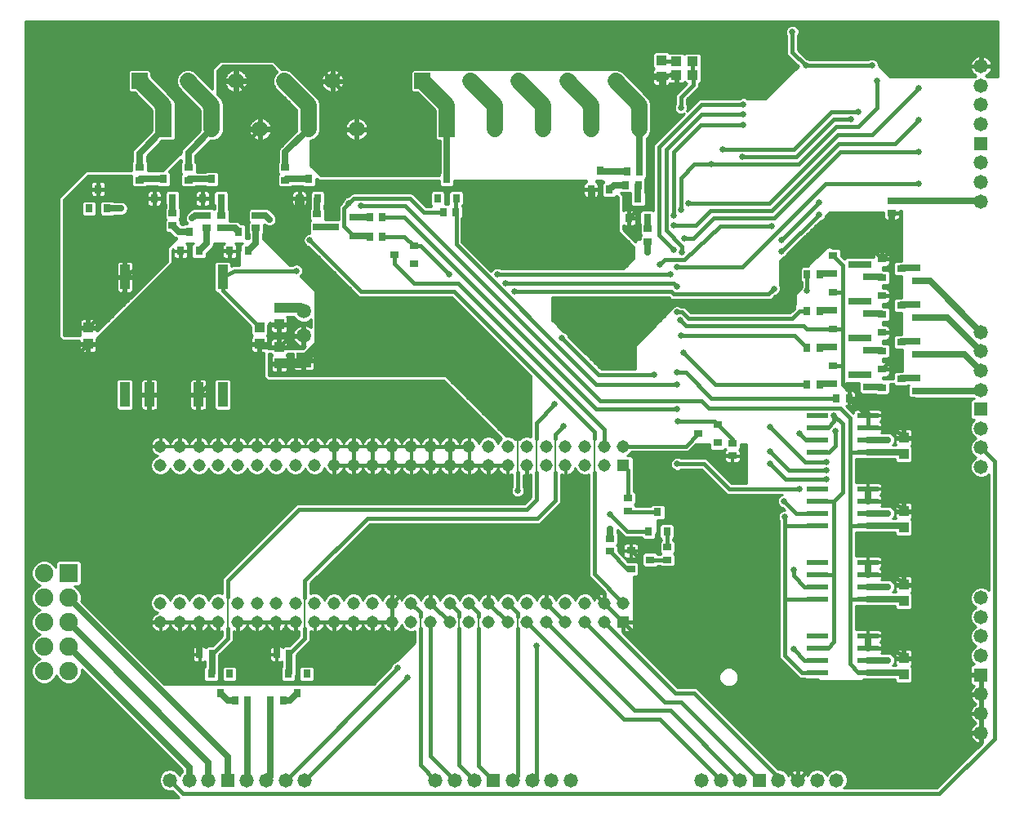
<source format=gbl>
G75*
%MOIN*%
%OFA0B0*%
%FSLAX24Y24*%
%IPPOS*%
%LPD*%
%AMOC8*
5,1,8,0,0,1.08239X$1,22.5*
%
%ADD10R,0.0515X0.0515*%
%ADD11C,0.0515*%
%ADD12R,0.0750X0.0750*%
%ADD13C,0.0750*%
%ADD14R,0.0594X0.0594*%
%ADD15C,0.0594*%
%ADD16R,0.0315X0.0354*%
%ADD17R,0.0580X0.0580*%
%ADD18C,0.0580*%
%ADD19R,0.0354X0.0315*%
%ADD20R,0.0650X0.0650*%
%ADD21C,0.0650*%
%ADD22R,0.0276X0.0354*%
%ADD23R,0.0866X0.0236*%
%ADD24R,0.0394X0.0433*%
%ADD25R,0.0394X0.1000*%
%ADD26R,0.0433X0.0394*%
%ADD27R,0.0354X0.0276*%
%ADD28C,0.0400*%
%ADD29C,0.0160*%
%ADD30C,0.0280*%
%ADD31C,0.0100*%
%ADD32C,0.1650*%
%ADD33C,0.0250*%
%ADD34C,0.0250*%
%ADD35C,0.0375*%
%ADD36C,0.0080*%
%ADD37C,0.0300*%
%ADD38C,0.0650*%
D10*
X025917Y007872D03*
X025917Y014272D03*
D11*
X025917Y015059D03*
X025129Y015059D03*
X024342Y015059D03*
X024342Y014272D03*
X025129Y014272D03*
X023554Y014272D03*
X022767Y014272D03*
X021980Y014272D03*
X021980Y015059D03*
X022767Y015059D03*
X023554Y015059D03*
X021192Y015059D03*
X021192Y014272D03*
X020405Y014272D03*
X020405Y015059D03*
X019617Y015059D03*
X018830Y015059D03*
X018043Y015059D03*
X018043Y014272D03*
X018830Y014272D03*
X019617Y014272D03*
X017255Y014272D03*
X016468Y014272D03*
X016468Y015059D03*
X017255Y015059D03*
X015680Y015059D03*
X015680Y014272D03*
X014893Y014272D03*
X014106Y014272D03*
X014106Y015059D03*
X014893Y015059D03*
X013318Y015059D03*
X013318Y014272D03*
X012531Y014272D03*
X011743Y014272D03*
X010956Y014272D03*
X010169Y014272D03*
X010169Y015059D03*
X010956Y015059D03*
X011743Y015059D03*
X012531Y015059D03*
X009381Y015059D03*
X009381Y014272D03*
X008594Y014272D03*
X008594Y015059D03*
X007806Y015059D03*
X007806Y014272D03*
X007019Y014272D03*
X007019Y015059D03*
X007019Y008659D03*
X007019Y007872D03*
X007806Y007872D03*
X007806Y008659D03*
X008594Y008659D03*
X008594Y007872D03*
X009381Y007872D03*
X009381Y008659D03*
X010169Y008659D03*
X010169Y007872D03*
X010956Y007872D03*
X011743Y007872D03*
X012531Y007872D03*
X013318Y007872D03*
X013318Y008659D03*
X012531Y008659D03*
X011743Y008659D03*
X010956Y008659D03*
X014106Y008659D03*
X014106Y007872D03*
X014893Y007872D03*
X015680Y007872D03*
X015680Y008659D03*
X014893Y008659D03*
X016468Y008659D03*
X016468Y007872D03*
X017255Y007872D03*
X017255Y008659D03*
X018043Y008659D03*
X018830Y008659D03*
X018830Y007872D03*
X018043Y007872D03*
X019617Y007872D03*
X019617Y008659D03*
X020405Y008659D03*
X020405Y007872D03*
X021192Y007872D03*
X021192Y008659D03*
X021980Y008659D03*
X021980Y007872D03*
X022767Y007872D03*
X022767Y008659D03*
X023554Y008659D03*
X023554Y007872D03*
X024342Y007872D03*
X025129Y007872D03*
X025129Y008659D03*
X024342Y008659D03*
X025917Y008659D03*
D12*
X003267Y009872D03*
D13*
X002267Y009872D03*
X002267Y008872D03*
X003267Y008872D03*
X003267Y007872D03*
X002267Y007872D03*
X002267Y006872D03*
X003267Y006872D03*
X003267Y005872D03*
X002267Y005872D03*
D14*
X012867Y018572D03*
D15*
X012867Y019572D03*
X012867Y020572D03*
D16*
X010591Y023028D03*
X009843Y023028D03*
X010217Y023816D03*
X009491Y025178D03*
X008743Y025178D03*
X009117Y025966D03*
X007511Y025178D03*
X006763Y025178D03*
X007137Y025966D03*
X004853Y024766D03*
X004105Y024766D03*
X004479Y025553D03*
X007843Y023028D03*
X008591Y023028D03*
X008217Y023816D03*
X012693Y025178D03*
X013441Y025178D03*
X013067Y025966D03*
X018343Y025178D03*
X019091Y025178D03*
X018717Y025966D03*
X024593Y025528D03*
X025341Y025528D03*
X024967Y026316D03*
X026517Y025166D03*
X026891Y024378D03*
X026143Y024378D03*
X027317Y012366D03*
X027691Y011578D03*
X026943Y011578D03*
X012991Y005766D03*
X012243Y005766D03*
X012617Y004978D03*
X009841Y005766D03*
X009093Y005766D03*
X009467Y004978D03*
D17*
X009767Y001422D03*
X020617Y001422D03*
X031467Y001422D03*
X040517Y005722D03*
X040517Y016572D03*
X040517Y027422D03*
D18*
X040517Y026635D03*
X040517Y025847D03*
X040517Y025060D03*
X040517Y028209D03*
X040517Y028997D03*
X040517Y029784D03*
X040517Y030572D03*
X040517Y019722D03*
X040517Y018934D03*
X040517Y018147D03*
X040517Y017359D03*
X040517Y015785D03*
X040517Y014997D03*
X040517Y014210D03*
X040517Y008872D03*
X040517Y008084D03*
X040517Y007297D03*
X040517Y006509D03*
X040517Y004935D03*
X040517Y004147D03*
X040517Y003360D03*
X034616Y001422D03*
X033829Y001422D03*
X033041Y001422D03*
X032254Y001422D03*
X030679Y001422D03*
X029892Y001422D03*
X029104Y001422D03*
X023766Y001422D03*
X022979Y001422D03*
X022191Y001422D03*
X021404Y001422D03*
X019829Y001422D03*
X019042Y001422D03*
X018254Y001422D03*
X012916Y001422D03*
X012129Y001422D03*
X011341Y001422D03*
X010554Y001422D03*
X008979Y001422D03*
X008192Y001422D03*
X007404Y001422D03*
D19*
X026223Y010048D03*
X026223Y010796D03*
X027010Y010422D03*
X029760Y015198D03*
X028973Y015572D03*
X029760Y015946D03*
X034473Y017598D03*
X034473Y018346D03*
X035260Y017972D03*
X036473Y018196D03*
X036473Y017448D03*
X037260Y017822D03*
X036473Y018948D03*
X037260Y019322D03*
X036473Y019696D03*
X036473Y020448D03*
X036473Y021196D03*
X036473Y021948D03*
X037260Y022322D03*
X036473Y022696D03*
X035260Y022472D03*
X034473Y022098D03*
X034473Y022846D03*
X034473Y021346D03*
X035260Y020972D03*
X034473Y020598D03*
X034473Y019846D03*
X034473Y019098D03*
X035260Y019472D03*
X037260Y020822D03*
X017360Y022498D03*
X017360Y023246D03*
X016573Y022872D03*
X014910Y023648D03*
X014910Y024396D03*
X014123Y024022D03*
D20*
X018701Y028004D03*
X017717Y029972D03*
X007151Y028004D03*
X006167Y029972D03*
D21*
X008135Y029972D03*
X010104Y029972D03*
X012072Y029972D03*
X014041Y029972D03*
X015025Y028004D03*
X013056Y028004D03*
X011088Y028004D03*
X009119Y028004D03*
X019685Y029972D03*
X021654Y029972D03*
X023622Y029972D03*
X025591Y029972D03*
X026575Y028004D03*
X024606Y028004D03*
X022638Y028004D03*
X020669Y028004D03*
D22*
X019073Y024622D03*
X018561Y024622D03*
X016073Y024422D03*
X015561Y024422D03*
X015561Y023622D03*
X016073Y023622D03*
X026011Y025722D03*
X026523Y025722D03*
X026573Y026272D03*
X026061Y026272D03*
X033411Y022072D03*
X033923Y022072D03*
X033923Y020572D03*
X033411Y020572D03*
X033411Y019072D03*
X033923Y019072D03*
X033923Y017572D03*
X033411Y017572D03*
X034611Y017022D03*
X035123Y017022D03*
X012273Y006572D03*
X011761Y006572D03*
X011511Y004672D03*
X012023Y004672D03*
X010573Y004672D03*
X010061Y004672D03*
X009123Y006572D03*
X008611Y006572D03*
D23*
X033843Y006322D03*
X033843Y006822D03*
X033843Y007322D03*
X033843Y008822D03*
X033843Y009322D03*
X033843Y009822D03*
X033843Y010322D03*
X033843Y011822D03*
X033843Y012322D03*
X033843Y012822D03*
X033843Y013322D03*
X033843Y014822D03*
X033843Y015322D03*
X033843Y015822D03*
X033843Y016322D03*
X035890Y016322D03*
X035890Y015822D03*
X035890Y015322D03*
X035890Y014822D03*
X035890Y013322D03*
X035890Y012822D03*
X035890Y012322D03*
X035890Y011822D03*
X035890Y010322D03*
X035890Y009822D03*
X035890Y009322D03*
X035890Y008822D03*
X035890Y007322D03*
X035890Y006822D03*
X035890Y006322D03*
X035890Y005822D03*
X033843Y005822D03*
D24*
X037367Y005737D03*
X037367Y006407D03*
X037367Y008737D03*
X037367Y009407D03*
X037367Y011737D03*
X037367Y012407D03*
X037367Y014737D03*
X037367Y015407D03*
X027467Y030137D03*
X027467Y030807D03*
X011867Y020707D03*
X011867Y020037D03*
X011067Y019907D03*
X011067Y019237D03*
X011867Y019107D03*
X011867Y018437D03*
X004067Y019237D03*
X004067Y019907D03*
D25*
X005567Y021972D03*
X009567Y021972D03*
X009567Y017172D03*
X008567Y017172D03*
X006567Y017172D03*
X005567Y017172D03*
D26*
X028082Y030222D03*
X028082Y030772D03*
X028751Y030772D03*
X028751Y030222D03*
D27*
X026917Y023928D03*
X026917Y023416D03*
X035867Y022478D03*
X035867Y021966D03*
X035867Y020978D03*
X035867Y020466D03*
X035867Y019478D03*
X035867Y018966D03*
X035867Y017978D03*
X035867Y017466D03*
X037867Y017316D03*
X037867Y017828D03*
X037867Y018816D03*
X037867Y019328D03*
X037867Y020316D03*
X037867Y020828D03*
X037867Y021816D03*
X037867Y022328D03*
X036867Y024566D03*
X036867Y025078D03*
X030367Y015178D03*
X030367Y014666D03*
X026117Y012928D03*
X026117Y012416D03*
X025367Y011278D03*
X025367Y010766D03*
X027717Y010928D03*
X027717Y010416D03*
X013417Y024016D03*
X013417Y024528D03*
X012117Y025916D03*
X012117Y026428D03*
X010917Y024478D03*
X010917Y023966D03*
X009517Y023966D03*
X009517Y024478D03*
X008917Y024478D03*
X008917Y023966D03*
X007517Y024066D03*
X007517Y024578D03*
X008167Y025916D03*
X008167Y026428D03*
X006167Y026428D03*
X006167Y025916D03*
D28*
X012693Y025178D02*
X012693Y022796D01*
X013517Y021972D01*
X013517Y019222D01*
X012867Y018572D01*
X012732Y018437D01*
X011867Y018437D01*
X012867Y020572D02*
X012732Y020707D01*
X011867Y020707D01*
D29*
X011867Y020037D02*
X011867Y019107D01*
X011197Y019107D01*
X011067Y019237D01*
X010632Y019237D01*
X008567Y017172D01*
X008567Y015087D01*
X008594Y015059D01*
X008567Y017172D02*
X006567Y017172D01*
X006567Y019222D01*
X004082Y019222D01*
X004067Y019237D01*
X001667Y016837D01*
X001667Y002792D01*
X002627Y001832D01*
X007404Y001422D02*
X007954Y000872D01*
X038817Y000872D01*
X041067Y003122D01*
X041067Y014447D01*
X040517Y014997D01*
X037817Y015372D02*
X037401Y015372D01*
X037367Y015407D01*
X037367Y015522D01*
X037367Y015407D02*
X036951Y015822D01*
X035890Y015822D01*
X035890Y016322D01*
X035890Y016333D01*
X035167Y016222D02*
X034767Y016622D01*
X029417Y016622D01*
X029117Y016922D01*
X024967Y016922D01*
X017017Y024872D01*
X015217Y024872D01*
X014917Y025172D02*
X017217Y025172D01*
X017767Y024622D01*
X018561Y024622D01*
X018680Y024979D02*
X018680Y025430D01*
X018575Y025536D01*
X018111Y025536D01*
X018005Y025430D01*
X018005Y024927D01*
X018050Y024882D01*
X017874Y024882D01*
X017364Y025392D01*
X017268Y025432D01*
X014865Y025432D01*
X014769Y025392D01*
X014696Y025319D01*
X014653Y025276D01*
X014544Y025231D01*
X014458Y025145D01*
X014413Y025036D01*
X014296Y024919D01*
X014257Y024824D01*
X014257Y024360D01*
X013871Y024360D01*
X013854Y024342D01*
X013774Y024342D01*
X013774Y024740D01*
X013737Y024777D01*
X013737Y024885D01*
X013778Y024927D01*
X013778Y025430D01*
X013673Y025536D01*
X013209Y025536D01*
X013103Y025430D01*
X013103Y025234D01*
X013097Y025218D01*
X013097Y024777D01*
X013060Y024740D01*
X013060Y024316D01*
X013103Y024272D01*
X013060Y024228D01*
X013060Y023804D01*
X013086Y023777D01*
X013056Y023777D01*
X012944Y023731D01*
X012858Y023645D01*
X012812Y023533D01*
X012812Y023411D01*
X012858Y023299D01*
X012944Y023213D01*
X013053Y023168D01*
X014996Y021225D01*
X015069Y021152D01*
X015165Y021112D01*
X018909Y021112D01*
X019869Y020152D01*
X019921Y020100D01*
X022107Y017914D01*
X022107Y015480D01*
X022067Y015497D01*
X021893Y015497D01*
X021732Y015430D01*
X021674Y015372D01*
X021498Y015372D01*
X021440Y015430D01*
X021279Y015497D01*
X021142Y015497D01*
X018667Y017972D01*
X011467Y017972D01*
X011467Y018822D01*
X011490Y018822D01*
X011490Y018816D01*
X011533Y018772D01*
X011526Y018764D01*
X011502Y018723D01*
X011490Y018678D01*
X011490Y018456D01*
X011848Y018456D01*
X011848Y018419D01*
X011490Y018419D01*
X011490Y018197D01*
X011502Y018151D01*
X011526Y018110D01*
X011559Y018077D01*
X011600Y018053D01*
X011646Y018041D01*
X011848Y018041D01*
X011848Y018419D01*
X011885Y018419D01*
X011885Y018041D01*
X012087Y018041D01*
X012133Y018053D01*
X012174Y018077D01*
X012208Y018110D01*
X012231Y018151D01*
X012244Y018197D01*
X012244Y018419D01*
X011885Y018419D01*
X011885Y018456D01*
X012244Y018456D01*
X012244Y018678D01*
X012231Y018723D01*
X012208Y018764D01*
X012200Y018772D01*
X012244Y018816D01*
X012244Y018822D01*
X012390Y018822D01*
X012390Y018590D01*
X012848Y018590D01*
X012848Y018554D01*
X012390Y018554D01*
X012390Y018251D01*
X012402Y018206D01*
X012426Y018165D01*
X012459Y018131D01*
X012500Y018107D01*
X012546Y018095D01*
X012848Y018095D01*
X012848Y018554D01*
X012885Y018554D01*
X012885Y018590D01*
X013344Y018590D01*
X013344Y018893D01*
X013331Y018938D01*
X013308Y018979D01*
X013274Y019013D01*
X013233Y019037D01*
X013192Y019048D01*
X013417Y019272D01*
X013417Y021372D01*
X012782Y022006D01*
X012825Y022049D01*
X012872Y022161D01*
X012872Y022283D01*
X012825Y022395D01*
X012739Y022481D01*
X012627Y022527D01*
X012506Y022527D01*
X012397Y022482D01*
X012307Y022482D01*
X011237Y023552D01*
X011237Y023717D01*
X011274Y023754D01*
X011274Y024062D01*
X011285Y024051D01*
X011403Y024002D01*
X011530Y024002D01*
X011648Y024051D01*
X011738Y024141D01*
X011787Y024258D01*
X011787Y024386D01*
X011738Y024503D01*
X011492Y024749D01*
X011374Y024798D01*
X010853Y024798D01*
X010848Y024796D01*
X010665Y024796D01*
X010560Y024690D01*
X010560Y024266D01*
X010603Y024222D01*
X010560Y024178D01*
X010560Y023754D01*
X010597Y023717D01*
X010597Y023572D01*
X010554Y023572D01*
X010554Y024067D01*
X010449Y024173D01*
X010312Y024173D01*
X010248Y024237D01*
X010130Y024286D01*
X009874Y024286D01*
X009874Y024690D01*
X009837Y024727D01*
X009837Y025216D01*
X009828Y025237D01*
X009828Y025430D01*
X009723Y025536D01*
X009259Y025536D01*
X009153Y025430D01*
X009153Y024927D01*
X009197Y024883D01*
X009197Y024767D01*
X009168Y024796D01*
X008986Y024796D01*
X008980Y024798D01*
X008359Y024798D01*
X008241Y024749D01*
X008045Y024553D01*
X007997Y024436D01*
X007997Y024308D01*
X008045Y024191D01*
X008063Y024173D01*
X007985Y024173D01*
X007947Y024136D01*
X007900Y024136D01*
X007874Y024162D01*
X007874Y024278D01*
X007830Y024322D01*
X007874Y024366D01*
X007874Y024790D01*
X007837Y024827D01*
X007837Y024915D01*
X007848Y024927D01*
X007848Y025430D01*
X007743Y025536D01*
X007279Y025536D01*
X007173Y025430D01*
X007173Y024927D01*
X007197Y024903D01*
X007197Y024827D01*
X007160Y024790D01*
X007160Y024366D01*
X007203Y024322D01*
X007160Y024278D01*
X007160Y023854D01*
X007265Y023748D01*
X007382Y023748D01*
X007586Y023544D01*
X007623Y023529D01*
X007267Y023172D01*
X007267Y022622D01*
X004444Y019799D01*
X004444Y019888D01*
X004085Y019888D01*
X004085Y019925D01*
X004444Y019925D01*
X004444Y020147D01*
X004431Y020193D01*
X004408Y020234D01*
X004374Y020267D01*
X004333Y020291D01*
X004287Y020303D01*
X004085Y020303D01*
X004085Y019925D01*
X004048Y019925D01*
X004048Y019888D01*
X003690Y019888D01*
X003690Y019666D01*
X003702Y019622D01*
X003117Y019622D01*
X003117Y025122D01*
X004067Y026072D01*
X005810Y026072D01*
X005810Y025704D01*
X005915Y025598D01*
X006098Y025598D01*
X006103Y025596D01*
X006230Y025596D01*
X006236Y025598D01*
X006418Y025598D01*
X006466Y025646D01*
X006867Y025646D01*
X006905Y025609D01*
X007369Y025609D01*
X007474Y025714D01*
X007474Y026217D01*
X007418Y026273D01*
X007847Y026702D01*
X007847Y026677D01*
X007810Y026640D01*
X007810Y026216D01*
X007853Y026172D01*
X007810Y026128D01*
X007810Y025704D01*
X007915Y025598D01*
X008098Y025598D01*
X008103Y025596D01*
X008230Y025596D01*
X008236Y025598D01*
X008418Y025598D01*
X008466Y025646D01*
X008847Y025646D01*
X008885Y025609D01*
X009349Y025609D01*
X009454Y025714D01*
X009454Y026217D01*
X009349Y026323D01*
X008885Y026323D01*
X008847Y026286D01*
X008524Y026286D01*
X008524Y026640D01*
X008487Y026677D01*
X008487Y026918D01*
X009067Y027499D01*
X009220Y027499D01*
X009405Y027575D01*
X009548Y027717D01*
X009624Y027903D01*
X009624Y029088D01*
X009548Y029274D01*
X009367Y029455D01*
X009367Y030372D01*
X009557Y030562D01*
X011527Y030562D01*
X011737Y030351D01*
X011644Y030258D01*
X011567Y030072D01*
X011567Y029872D01*
X011644Y029686D01*
X012551Y028779D01*
X012551Y027951D01*
X011845Y027245D01*
X011797Y027127D01*
X011797Y026677D01*
X011760Y026640D01*
X011760Y026216D01*
X011803Y026172D01*
X011760Y026128D01*
X011760Y025704D01*
X011865Y025598D01*
X012048Y025598D01*
X012053Y025596D01*
X012180Y025596D01*
X012186Y025598D01*
X012368Y025598D01*
X012416Y025646D01*
X012797Y025646D01*
X012835Y025609D01*
X013299Y025609D01*
X013404Y025714D01*
X013404Y025935D01*
X013467Y025872D01*
X018379Y025872D01*
X018379Y025714D01*
X018485Y025609D01*
X018949Y025609D01*
X019054Y025714D01*
X019054Y025872D01*
X024364Y025872D01*
X024325Y025850D01*
X024291Y025816D01*
X024267Y025775D01*
X024255Y025729D01*
X024255Y025528D01*
X024255Y025327D01*
X024267Y025282D01*
X024291Y025241D01*
X024325Y025207D01*
X024366Y025183D01*
X024411Y025171D01*
X024593Y025171D01*
X024774Y025171D01*
X024820Y025183D01*
X024861Y025207D01*
X024894Y025241D01*
X024918Y025282D01*
X024930Y025327D01*
X024930Y025528D01*
X024593Y025528D01*
X024593Y025528D01*
X024593Y025171D01*
X024593Y025528D01*
X024593Y025528D01*
X024930Y025528D01*
X024930Y025729D01*
X024918Y025775D01*
X024894Y025816D01*
X024861Y025850D01*
X024822Y025872D01*
X025017Y025872D01*
X025056Y025833D01*
X025003Y025780D01*
X025003Y025277D01*
X025109Y025171D01*
X025573Y025171D01*
X025645Y025244D01*
X025667Y025222D01*
X025667Y023822D01*
X026307Y023182D01*
X026307Y022730D01*
X025909Y022332D01*
X020936Y022332D01*
X020827Y022377D01*
X020706Y022377D01*
X020594Y022331D01*
X020510Y022247D01*
X019351Y023406D01*
X019351Y024331D01*
X019390Y024370D01*
X019390Y024874D01*
X019383Y024881D01*
X019428Y024927D01*
X019428Y025430D01*
X019323Y025536D01*
X018859Y025536D01*
X018753Y025430D01*
X018753Y024979D01*
X018680Y024979D01*
X018680Y024981D02*
X018753Y024981D01*
X018753Y025140D02*
X018680Y025140D01*
X018680Y025298D02*
X018753Y025298D01*
X018780Y025457D02*
X018654Y025457D01*
X018478Y025615D02*
X013305Y025615D01*
X013404Y025774D02*
X018379Y025774D01*
X018032Y025457D02*
X013752Y025457D01*
X013778Y025298D02*
X014675Y025298D01*
X014456Y025140D02*
X013778Y025140D01*
X013778Y024981D02*
X014358Y024981D01*
X014257Y024823D02*
X013737Y024823D01*
X013774Y024664D02*
X014257Y024664D01*
X014257Y024506D02*
X013774Y024506D01*
X013774Y024347D02*
X013859Y024347D01*
X014517Y024042D02*
X014517Y024772D01*
X014717Y024972D01*
X014917Y025172D01*
X014517Y024042D02*
X014910Y023648D01*
X015535Y023648D02*
X015561Y023622D01*
X016073Y023622D02*
X016984Y023622D01*
X017360Y023246D01*
X017643Y023246D01*
X018817Y022072D01*
X019167Y021722D02*
X025129Y015759D01*
X025129Y015059D01*
X024737Y015372D02*
X024737Y015652D01*
X020142Y020247D01*
X020017Y020372D01*
X019017Y021372D01*
X015217Y021372D01*
X013117Y023472D01*
X012920Y023238D02*
X011551Y023238D01*
X011393Y023396D02*
X012818Y023396D01*
X012821Y023555D02*
X011237Y023555D01*
X011237Y023713D02*
X012926Y023713D01*
X013060Y023872D02*
X011274Y023872D01*
X011274Y024030D02*
X011335Y024030D01*
X011598Y024030D02*
X013060Y024030D01*
X013060Y024189D02*
X011758Y024189D01*
X011787Y024347D02*
X013060Y024347D01*
X013060Y024506D02*
X011736Y024506D01*
X011577Y024664D02*
X013060Y024664D01*
X013097Y024823D02*
X012879Y024823D01*
X012874Y024821D02*
X012920Y024833D01*
X012961Y024857D01*
X012994Y024891D01*
X013018Y024932D01*
X013030Y024977D01*
X013030Y025178D01*
X012693Y025178D01*
X012693Y025178D01*
X012693Y024821D01*
X012874Y024821D01*
X012693Y024823D02*
X012693Y024823D01*
X012693Y024821D02*
X012511Y024821D01*
X012466Y024833D01*
X012425Y024857D01*
X012391Y024891D01*
X012367Y024932D01*
X012355Y024977D01*
X012355Y025178D01*
X012693Y025178D01*
X012693Y025178D01*
X013030Y025178D01*
X013030Y025379D01*
X013018Y025425D01*
X012994Y025466D01*
X012961Y025500D01*
X012920Y025523D01*
X012874Y025536D01*
X012693Y025536D01*
X012693Y025178D01*
X012693Y024821D01*
X012693Y024981D02*
X012693Y024981D01*
X012693Y025140D02*
X012693Y025140D01*
X012693Y025178D02*
X012693Y025178D01*
X012693Y025534D01*
X012667Y025560D01*
X024561Y025560D01*
X024593Y025528D01*
X024255Y025528D01*
X024593Y025528D01*
X024593Y025528D01*
X024593Y025457D02*
X024593Y025457D01*
X024593Y025298D02*
X024593Y025298D01*
X024922Y025298D02*
X025003Y025298D01*
X025003Y025457D02*
X024930Y025457D01*
X024930Y025615D02*
X025003Y025615D01*
X025003Y025774D02*
X024918Y025774D01*
X024267Y025774D02*
X019054Y025774D01*
X018955Y025615D02*
X024255Y025615D01*
X024255Y025457D02*
X019402Y025457D01*
X019428Y025298D02*
X024263Y025298D01*
X025667Y025140D02*
X019428Y025140D01*
X019428Y024981D02*
X025667Y024981D01*
X025667Y024823D02*
X019390Y024823D01*
X019390Y024664D02*
X025667Y024664D01*
X025667Y024506D02*
X019390Y024506D01*
X019367Y024347D02*
X025667Y024347D01*
X025667Y024189D02*
X019351Y024189D01*
X019351Y024030D02*
X025667Y024030D01*
X025667Y023872D02*
X019351Y023872D01*
X019351Y023713D02*
X025776Y023713D01*
X025934Y023555D02*
X019351Y023555D01*
X019360Y023396D02*
X026093Y023396D01*
X026251Y023238D02*
X019519Y023238D01*
X019677Y023079D02*
X026307Y023079D01*
X026307Y022921D02*
X019836Y022921D01*
X019994Y022762D02*
X026307Y022762D01*
X026181Y022604D02*
X020153Y022604D01*
X020311Y022445D02*
X026022Y022445D01*
X027417Y022472D02*
X027617Y022672D01*
X028417Y022672D01*
X029877Y024032D01*
X031967Y024032D01*
X032067Y024372D02*
X029617Y024372D01*
X028777Y023532D01*
X028417Y023532D01*
X028317Y023222D02*
X028317Y022972D01*
X028317Y023222D02*
X027667Y023872D01*
X027667Y027172D01*
X029089Y028594D01*
X030817Y028594D01*
X030817Y029022D02*
X029117Y029022D01*
X027367Y027272D01*
X027367Y023672D01*
X027967Y023072D01*
X028117Y022372D02*
X030767Y022372D01*
X034167Y025772D01*
X037967Y025772D01*
X037224Y024633D02*
X037236Y022660D01*
X037009Y022660D01*
X036903Y022554D01*
X036903Y022090D01*
X037009Y021985D01*
X037240Y021985D01*
X037246Y021160D01*
X037009Y021160D01*
X036903Y021054D01*
X036903Y020590D01*
X037009Y020485D01*
X037250Y020485D01*
X037255Y019660D01*
X037009Y019660D01*
X036903Y019554D01*
X036903Y019090D01*
X037009Y018985D01*
X037259Y018985D01*
X037265Y018160D01*
X037009Y018160D01*
X036903Y018054D01*
X036903Y017829D01*
X036527Y017837D01*
X036527Y017859D01*
X036674Y017859D01*
X036720Y017871D01*
X036761Y017895D01*
X036794Y017928D01*
X036818Y017969D01*
X036830Y018015D01*
X036830Y018196D01*
X036527Y018196D01*
X036527Y018196D01*
X036830Y018196D01*
X036830Y018377D01*
X036818Y018423D01*
X036794Y018464D01*
X036761Y018498D01*
X036720Y018521D01*
X036674Y018534D01*
X036527Y018534D01*
X036527Y018611D01*
X036725Y018611D01*
X036830Y018716D01*
X036830Y019180D01*
X036725Y019286D01*
X036527Y019286D01*
X036527Y019359D01*
X036674Y019359D01*
X036720Y019371D01*
X036761Y019395D01*
X036794Y019428D01*
X036818Y019469D01*
X036830Y019515D01*
X036830Y019696D01*
X036527Y019696D01*
X036527Y019696D01*
X036830Y019696D01*
X036830Y019877D01*
X036818Y019923D01*
X036794Y019964D01*
X036761Y019998D01*
X036720Y020021D01*
X036674Y020034D01*
X036527Y020034D01*
X036527Y020111D01*
X036725Y020111D01*
X036830Y020216D01*
X036830Y020680D01*
X036725Y020786D01*
X036527Y020786D01*
X036527Y020859D01*
X036674Y020859D01*
X036720Y020871D01*
X036761Y020895D01*
X036794Y020928D01*
X036818Y020969D01*
X036830Y021015D01*
X036830Y021196D01*
X036527Y021196D01*
X036527Y021196D01*
X036830Y021196D01*
X036830Y021377D01*
X036818Y021423D01*
X036794Y021464D01*
X036761Y021498D01*
X036720Y021521D01*
X036674Y021534D01*
X036527Y021534D01*
X036527Y021611D01*
X036725Y021611D01*
X036830Y021716D01*
X036830Y022180D01*
X036725Y022286D01*
X036527Y022286D01*
X036527Y022359D01*
X036674Y022359D01*
X036720Y022371D01*
X036761Y022395D01*
X036794Y022428D01*
X036818Y022469D01*
X036830Y022515D01*
X036830Y022696D01*
X036497Y022696D01*
X036497Y022696D01*
X036830Y022696D01*
X036830Y022877D01*
X036818Y022923D01*
X036794Y022964D01*
X036761Y022998D01*
X036720Y023021D01*
X036674Y023034D01*
X036473Y023034D01*
X036473Y022733D01*
X036473Y022733D01*
X036473Y023034D01*
X036272Y023034D01*
X036226Y023021D01*
X036185Y022998D01*
X036152Y022964D01*
X036128Y022923D01*
X036116Y022877D01*
X036116Y022796D01*
X035936Y022796D01*
X035930Y022798D01*
X035524Y022798D01*
X035512Y022810D01*
X035009Y022810D01*
X034943Y022744D01*
X034830Y022857D01*
X034830Y023078D01*
X034725Y023184D01*
X034473Y023184D01*
X034464Y023192D01*
X034368Y023232D01*
X034265Y023232D01*
X034169Y023192D01*
X033406Y022429D01*
X033198Y022429D01*
X033093Y022324D01*
X033093Y021820D01*
X033157Y021757D01*
X033157Y021591D01*
X033113Y021486D01*
X032969Y021342D01*
X032896Y021269D01*
X032857Y021174D01*
X032857Y020680D01*
X032709Y020532D01*
X028684Y020532D01*
X028537Y020679D01*
X028464Y020752D01*
X028368Y020792D01*
X028286Y020792D01*
X028177Y020837D01*
X028056Y020837D01*
X027944Y020791D01*
X027858Y020705D01*
X027841Y020664D01*
X026469Y019292D01*
X026396Y019219D01*
X026357Y019124D01*
X026357Y018232D01*
X025024Y018232D01*
X023720Y019536D01*
X023675Y019645D01*
X023589Y019731D01*
X023481Y019776D01*
X023027Y020230D01*
X023027Y021112D01*
X027759Y021112D01*
X027819Y021052D01*
X027915Y021012D01*
X031898Y021012D01*
X031994Y021052D01*
X032067Y021125D01*
X032121Y021178D01*
X032229Y021223D01*
X032315Y021309D01*
X032362Y021421D01*
X032362Y021543D01*
X032327Y021627D01*
X032327Y022614D01*
X032431Y022718D01*
X032539Y022763D01*
X032625Y022849D01*
X032668Y022951D01*
X033975Y024217D01*
X033977Y024217D01*
X034089Y024263D01*
X034175Y024349D01*
X034220Y024458D01*
X034324Y024562D01*
X036510Y024562D01*
X036510Y024405D01*
X036522Y024359D01*
X036545Y024318D01*
X036579Y024284D01*
X036620Y024261D01*
X036666Y024248D01*
X036867Y024248D01*
X037068Y024248D01*
X037113Y024261D01*
X037154Y024284D01*
X037188Y024318D01*
X037212Y024359D01*
X037224Y024405D01*
X037224Y024566D01*
X036867Y024566D01*
X036867Y024566D01*
X037224Y024566D01*
X037224Y024633D01*
X037224Y024506D02*
X037225Y024506D01*
X037226Y024347D02*
X037205Y024347D01*
X037227Y024189D02*
X033946Y024189D01*
X033782Y024030D02*
X037228Y024030D01*
X037229Y023872D02*
X033618Y023872D01*
X033455Y023713D02*
X037230Y023713D01*
X037231Y023555D02*
X033291Y023555D01*
X033127Y023396D02*
X037232Y023396D01*
X037233Y023238D02*
X032963Y023238D01*
X032799Y023079D02*
X034056Y023079D01*
X033898Y022921D02*
X032655Y022921D01*
X032536Y022762D02*
X033739Y022762D01*
X033581Y022604D02*
X032327Y022604D01*
X032327Y022445D02*
X033422Y022445D01*
X033093Y022287D02*
X032327Y022287D01*
X032327Y022128D02*
X033093Y022128D01*
X033093Y021970D02*
X032327Y021970D01*
X032327Y021811D02*
X033102Y021811D01*
X033157Y021653D02*
X032327Y021653D01*
X032362Y021494D02*
X033116Y021494D01*
X032963Y021336D02*
X032326Y021336D01*
X032119Y021177D02*
X032858Y021177D01*
X032857Y021019D02*
X031914Y021019D01*
X031847Y021272D02*
X032057Y021482D01*
X031847Y021272D02*
X027967Y021272D01*
X027867Y021372D01*
X021467Y021372D01*
X023917Y021372D01*
X023817Y020872D02*
X025943Y020872D01*
X025943Y018998D01*
X026357Y018958D02*
X024298Y018958D01*
X024140Y019117D02*
X026357Y019117D01*
X026452Y019275D02*
X023981Y019275D01*
X023823Y019434D02*
X026611Y019434D01*
X026769Y019592D02*
X023697Y019592D01*
X023541Y019751D02*
X026928Y019751D01*
X027086Y019909D02*
X023347Y019909D01*
X023189Y020068D02*
X027245Y020068D01*
X027403Y020226D02*
X023030Y020226D01*
X023027Y020385D02*
X027562Y020385D01*
X027720Y020543D02*
X023027Y020543D01*
X023027Y020702D02*
X027857Y020702D01*
X028117Y020532D02*
X028317Y020532D01*
X028577Y020272D01*
X032817Y020272D01*
X033117Y020572D01*
X033411Y020572D01*
X032857Y020702D02*
X028515Y020702D01*
X028417Y020872D02*
X028717Y020572D01*
X032617Y020572D01*
X032917Y020872D01*
X032917Y022472D01*
X033717Y023272D01*
X035897Y023272D01*
X036473Y022696D01*
X036867Y023090D01*
X036819Y022921D02*
X037235Y022921D01*
X037234Y023079D02*
X034829Y023079D01*
X034830Y022921D02*
X036127Y022921D01*
X036473Y022921D02*
X036473Y022921D01*
X036473Y022762D02*
X036473Y022762D01*
X036830Y022762D02*
X037236Y022762D01*
X036953Y022604D02*
X036830Y022604D01*
X036804Y022445D02*
X036903Y022445D01*
X036903Y022287D02*
X036527Y022287D01*
X036830Y022128D02*
X036903Y022128D01*
X036830Y021970D02*
X037241Y021970D01*
X037242Y021811D02*
X036830Y021811D01*
X036767Y021653D02*
X037243Y021653D01*
X037244Y021494D02*
X036764Y021494D01*
X036830Y021336D02*
X037245Y021336D01*
X037246Y021177D02*
X036830Y021177D01*
X036843Y021196D02*
X036867Y021172D01*
X036867Y019722D01*
X036841Y019696D01*
X036473Y019696D01*
X036830Y019751D02*
X037255Y019751D01*
X037254Y019909D02*
X036822Y019909D01*
X036867Y019722D02*
X036867Y018590D01*
X036473Y018196D01*
X036527Y017849D02*
X036903Y017849D01*
X036903Y018007D02*
X036828Y018007D01*
X036830Y018166D02*
X037265Y018166D01*
X037264Y018324D02*
X036830Y018324D01*
X036776Y018483D02*
X037263Y018483D01*
X037262Y018641D02*
X036755Y018641D01*
X036830Y018800D02*
X037261Y018800D01*
X037260Y018958D02*
X036830Y018958D01*
X036830Y019117D02*
X036903Y019117D01*
X036903Y019275D02*
X036735Y019275D01*
X036797Y019434D02*
X036903Y019434D01*
X036941Y019592D02*
X036830Y019592D01*
X036527Y020068D02*
X037253Y020068D01*
X037252Y020226D02*
X036830Y020226D01*
X036830Y020385D02*
X037251Y020385D01*
X036950Y020543D02*
X036830Y020543D01*
X036809Y020702D02*
X036903Y020702D01*
X036903Y020860D02*
X036679Y020860D01*
X036830Y021019D02*
X036903Y021019D01*
X036867Y021172D02*
X036867Y023272D01*
X036867Y024248D02*
X036867Y024566D01*
X036867Y024248D01*
X036867Y024347D02*
X036867Y024347D01*
X036867Y024506D02*
X036867Y024506D01*
X036867Y024566D02*
X036867Y024566D01*
X036510Y024506D02*
X034268Y024506D01*
X034173Y024347D02*
X036529Y024347D01*
X034961Y022762D02*
X034925Y022762D01*
X034867Y022452D02*
X034473Y022846D01*
X034867Y022452D02*
X034867Y021346D01*
X034473Y021346D01*
X034867Y021346D02*
X034867Y019846D01*
X034473Y019846D01*
X033393Y019846D01*
X033267Y019972D01*
X028465Y019972D01*
X028241Y020196D01*
X028673Y020543D02*
X032720Y020543D01*
X032857Y020860D02*
X023027Y020860D01*
X023027Y021019D02*
X027899Y021019D01*
X028417Y020872D02*
X025943Y020872D01*
X027967Y021722D02*
X028117Y021572D01*
X027967Y021722D02*
X021117Y021722D01*
X020767Y022072D02*
X027847Y022072D01*
X027967Y024072D02*
X028867Y024072D01*
X029467Y024672D01*
X031967Y024672D01*
X034717Y027422D01*
X037017Y027422D01*
X037967Y028372D01*
X037967Y027072D02*
X034767Y027072D01*
X032067Y024372D01*
X031877Y024982D02*
X028567Y024982D01*
X028267Y024722D02*
X028267Y026022D01*
X028817Y026572D01*
X029489Y026572D01*
X033067Y026572D01*
X034617Y028122D01*
X035517Y028122D01*
X036267Y028872D01*
X036267Y029972D01*
X036067Y030605D02*
X033367Y030605D01*
X032817Y031155D01*
X032817Y031972D01*
X034417Y028722D02*
X032867Y027172D01*
X029967Y027172D01*
X030767Y026872D02*
X032967Y026872D01*
X034517Y028422D01*
X035189Y028422D01*
X035504Y028722D02*
X034417Y028722D01*
X034667Y027772D02*
X036067Y027772D01*
X037967Y029672D01*
X034667Y027772D02*
X031877Y024982D01*
X032367Y023472D02*
X033917Y025022D01*
X033917Y024522D02*
X032367Y023022D01*
X033411Y022072D02*
X033417Y022066D01*
X033417Y021422D01*
X034867Y019846D02*
X034867Y018346D01*
X034473Y018346D01*
X034867Y018346D02*
X034867Y017572D01*
X035123Y017316D01*
X035123Y017022D01*
X034611Y017022D02*
X029517Y017022D01*
X028457Y018082D01*
X028117Y018082D01*
X028117Y017582D02*
X024807Y017582D01*
X019091Y023298D01*
X019091Y024604D01*
X019073Y024622D01*
X019073Y025160D01*
X019091Y025178D01*
X018005Y025140D02*
X017617Y025140D01*
X017458Y025298D02*
X018005Y025298D01*
X018005Y024981D02*
X017775Y024981D01*
X016967Y024422D02*
X016073Y024422D01*
X016967Y024422D02*
X024807Y016582D01*
X028117Y016582D01*
X028127Y016082D02*
X029624Y016082D01*
X029760Y015946D01*
X030367Y015340D01*
X030367Y015178D01*
X030367Y014666D02*
X027961Y014666D01*
X027617Y014322D01*
X027617Y013182D01*
X028217Y012582D01*
X028217Y010172D01*
X026592Y008547D01*
X026592Y007197D01*
X028417Y005372D01*
X029091Y005372D01*
X033041Y001422D01*
X034979Y003360D01*
X040517Y003360D01*
X040517Y004147D01*
X040517Y004935D01*
X040517Y005722D01*
X038501Y005722D01*
X037817Y006407D01*
X037367Y006407D01*
X037401Y006372D01*
X037367Y006407D02*
X036951Y006822D01*
X035890Y006822D01*
X035167Y006172D02*
X035167Y008772D01*
X035217Y008822D01*
X035890Y008822D01*
X035167Y008772D02*
X035167Y011772D01*
X035217Y011822D01*
X035890Y011822D01*
X035167Y011772D02*
X035167Y014822D01*
X035167Y016222D01*
X034867Y015972D02*
X034867Y013172D01*
X034517Y012822D01*
X033843Y012822D01*
X033843Y012322D02*
X032967Y012322D01*
X032467Y012822D01*
X033117Y013322D02*
X030227Y013322D01*
X029217Y014332D01*
X028117Y014332D01*
X028460Y015059D02*
X025917Y015059D01*
X025917Y014272D02*
X026117Y014072D01*
X026117Y012928D01*
X026117Y012416D02*
X026167Y012366D01*
X027317Y012366D01*
X027691Y011578D02*
X027717Y011552D01*
X027717Y010928D01*
X027711Y010422D02*
X027010Y010422D01*
X026592Y010427D02*
X026592Y008547D01*
X025917Y008659D02*
X024737Y009839D01*
X024737Y013972D01*
X023147Y013972D02*
X023147Y012852D01*
X022417Y012122D01*
X015467Y012122D01*
X012917Y009572D01*
X012917Y008872D01*
X011761Y007855D02*
X011743Y007872D01*
X012917Y007622D02*
X012917Y007216D01*
X012273Y006572D01*
X012273Y005796D02*
X012243Y005766D01*
X009767Y007216D02*
X009767Y007622D01*
X009767Y007216D02*
X009123Y006572D01*
X009123Y005796D02*
X009093Y005766D01*
X008611Y007855D02*
X008594Y007872D01*
X009767Y008922D02*
X009767Y009572D01*
X012667Y012472D01*
X021967Y012472D01*
X022367Y012872D01*
X022367Y013972D01*
X021597Y013972D02*
X021597Y013242D01*
X021192Y014272D02*
X020405Y014272D01*
X019617Y014272D01*
X018830Y014272D01*
X018043Y014272D01*
X018043Y015059D02*
X018830Y015059D01*
X019617Y015059D01*
X020692Y015947D02*
X022107Y015947D01*
X022107Y016105D02*
X020534Y016105D01*
X020375Y016264D02*
X022107Y016264D01*
X022107Y016422D02*
X020217Y016422D01*
X020058Y016581D02*
X022107Y016581D01*
X022107Y016739D02*
X019900Y016739D01*
X019741Y016898D02*
X022107Y016898D01*
X022107Y017056D02*
X019583Y017056D01*
X019424Y017215D02*
X022107Y017215D01*
X022107Y017373D02*
X019266Y017373D01*
X019107Y017532D02*
X022107Y017532D01*
X022107Y017690D02*
X018949Y017690D01*
X018790Y017849D02*
X022107Y017849D01*
X022014Y018007D02*
X011467Y018007D01*
X011467Y018166D02*
X011498Y018166D01*
X011490Y018324D02*
X011467Y018324D01*
X011467Y018483D02*
X011490Y018483D01*
X011490Y018641D02*
X011467Y018641D01*
X011467Y018800D02*
X011506Y018800D01*
X011867Y019107D02*
X012332Y019572D01*
X012867Y019572D01*
X013417Y019592D02*
X020429Y019592D01*
X020587Y019434D02*
X013417Y019434D01*
X013417Y019275D02*
X020746Y019275D01*
X020904Y019117D02*
X013261Y019117D01*
X013320Y018958D02*
X021063Y018958D01*
X021221Y018800D02*
X013344Y018800D01*
X013344Y018641D02*
X021380Y018641D01*
X021538Y018483D02*
X013344Y018483D01*
X013344Y018554D02*
X012885Y018554D01*
X012885Y018095D01*
X013187Y018095D01*
X013233Y018107D01*
X013274Y018131D01*
X013308Y018165D01*
X013331Y018206D01*
X013344Y018251D01*
X013344Y018554D01*
X013344Y018324D02*
X021697Y018324D01*
X021855Y018166D02*
X013308Y018166D01*
X012885Y018166D02*
X012848Y018166D01*
X012848Y018324D02*
X012885Y018324D01*
X012885Y018483D02*
X012848Y018483D01*
X012867Y018572D02*
X018917Y018572D01*
X021597Y015892D01*
X021597Y015372D01*
X021830Y015471D02*
X021342Y015471D01*
X021009Y015630D02*
X022107Y015630D01*
X022107Y015788D02*
X020851Y015788D01*
X022367Y016022D02*
X022367Y015372D01*
X022367Y016022D02*
X023117Y016772D01*
X023467Y015872D02*
X023147Y015552D01*
X023147Y015372D01*
X024917Y017972D02*
X023417Y019472D01*
X024457Y018800D02*
X026357Y018800D01*
X026357Y018641D02*
X024615Y018641D01*
X024774Y018483D02*
X026357Y018483D01*
X026357Y018324D02*
X024932Y018324D01*
X024917Y017972D02*
X027167Y017972D01*
X028367Y018872D02*
X029667Y017572D01*
X033411Y017572D01*
X034517Y016322D02*
X034517Y016072D01*
X034267Y015822D01*
X033843Y015822D01*
X033843Y015322D02*
X033367Y015322D01*
X033117Y015572D01*
X033843Y014822D02*
X034317Y014822D01*
X034567Y015072D01*
X034567Y015672D01*
X034867Y015972D02*
X034517Y016322D01*
X035167Y014822D02*
X035890Y014822D01*
X037282Y014822D02*
X037367Y014737D01*
X037817Y015372D02*
X037817Y012322D01*
X037732Y012407D01*
X037367Y012407D01*
X036951Y012822D01*
X035890Y012822D01*
X034517Y012822D02*
X034517Y009822D01*
X033843Y009822D01*
X033843Y009322D02*
X033317Y009322D01*
X032867Y009772D01*
X032867Y010022D01*
X032567Y008822D02*
X032517Y008772D01*
X032517Y011772D01*
X032517Y012172D01*
X032567Y011822D02*
X032517Y011772D01*
X032567Y011822D02*
X033843Y011822D01*
X034217Y013722D02*
X032527Y013722D01*
X031917Y014332D01*
X031917Y014832D02*
X032677Y014072D01*
X034217Y014072D01*
X034217Y014422D02*
X033327Y014422D01*
X031917Y015832D01*
X028973Y015572D02*
X028460Y015059D01*
X025367Y012272D02*
X026060Y011578D01*
X026943Y011578D01*
X026223Y010796D02*
X026592Y010427D01*
X026223Y010048D02*
X026085Y010048D01*
X025367Y010766D01*
X024467Y009322D02*
X022717Y009322D01*
X022767Y009272D01*
X022767Y008659D01*
X023554Y007872D01*
X022767Y007872D02*
X026367Y004272D01*
X027829Y004272D01*
X030679Y001422D01*
X029892Y001422D02*
X027392Y003922D01*
X025930Y003922D01*
X021980Y007872D01*
X021592Y007622D02*
X021592Y001610D01*
X021404Y001422D01*
X022191Y001422D02*
X022367Y001597D01*
X022367Y006922D01*
X021592Y008122D02*
X021592Y008260D01*
X021192Y008659D01*
X020405Y008659D02*
X021192Y007872D01*
X020405Y008659D02*
X020405Y009210D01*
X020517Y009322D01*
X018117Y009322D01*
X018043Y009248D01*
X018043Y008659D01*
X018830Y007872D01*
X019217Y007622D02*
X019217Y002035D01*
X019829Y001422D01*
X020017Y002022D02*
X020017Y007622D01*
X020017Y008122D02*
X020017Y008260D01*
X019617Y008659D01*
X019217Y008273D02*
X019217Y008122D01*
X019217Y008273D02*
X018830Y008659D01*
X018117Y009322D02*
X017130Y009322D01*
X016468Y008659D01*
X017255Y008659D02*
X017647Y008268D01*
X017647Y008122D01*
X018043Y007872D02*
X018043Y002421D01*
X019042Y001422D01*
X018254Y001422D02*
X017647Y002030D01*
X017647Y007622D01*
X016717Y006022D02*
X016717Y006010D01*
X012129Y001422D01*
X012916Y001422D02*
X017116Y005622D01*
X017117Y005622D01*
X020017Y002022D02*
X020617Y001422D01*
X024342Y007872D02*
X027592Y004622D01*
X028267Y004622D01*
X031467Y001422D01*
X032254Y001422D02*
X032254Y001535D01*
X028817Y004972D01*
X028704Y004972D01*
X028267Y004972D01*
X028029Y004972D01*
X025129Y007872D01*
X025129Y008659D02*
X024467Y009322D01*
X025129Y008659D02*
X025917Y007872D01*
X026592Y007197D01*
X022717Y009322D02*
X020517Y009322D01*
X027711Y010422D02*
X027717Y010416D01*
X032517Y008772D02*
X032517Y006522D01*
X033217Y005822D01*
X033843Y005822D01*
X033843Y006322D02*
X033317Y006322D01*
X032867Y006772D01*
X033843Y006822D02*
X034267Y006822D01*
X034517Y007072D01*
X034517Y009822D01*
X033843Y008822D02*
X032567Y008822D01*
X035890Y009822D02*
X036951Y009822D01*
X037367Y009407D01*
X037782Y009407D01*
X037817Y009372D01*
X037817Y006407D01*
X037282Y005822D02*
X037367Y005737D01*
X035890Y005822D02*
X035517Y005822D01*
X035167Y006172D01*
X037367Y008737D02*
X037282Y008822D01*
X037817Y009372D02*
X037817Y012322D01*
X037282Y011822D02*
X037367Y011737D01*
X033411Y019072D02*
X032901Y019582D01*
X028267Y019582D01*
X027967Y024472D02*
X027967Y027072D01*
X029067Y028172D01*
X030817Y028172D01*
X028767Y029822D02*
X028767Y030207D01*
X028751Y030222D01*
X028751Y030772D01*
X028082Y030772D02*
X027501Y030772D01*
X027467Y030807D01*
X027551Y030222D02*
X027067Y030222D01*
X025967Y031322D01*
X015391Y031322D01*
X014041Y029972D01*
X013191Y030822D01*
X002627Y030822D01*
X007711Y026566D02*
X007810Y026566D01*
X007810Y026408D02*
X007552Y026408D01*
X007443Y026249D02*
X007810Y026249D01*
X007810Y026091D02*
X007474Y026091D01*
X007474Y025932D02*
X007810Y025932D01*
X007810Y025774D02*
X007474Y025774D01*
X007375Y025615D02*
X007898Y025615D01*
X007822Y025457D02*
X008436Y025457D01*
X008441Y025466D02*
X008417Y025425D01*
X008405Y025379D01*
X008405Y025178D01*
X008405Y024977D01*
X008417Y024932D01*
X008441Y024891D01*
X008475Y024857D01*
X008516Y024833D01*
X008561Y024821D01*
X008743Y024821D01*
X008924Y024821D01*
X008970Y024833D01*
X009011Y024857D01*
X009044Y024891D01*
X009068Y024932D01*
X009080Y024977D01*
X009080Y025178D01*
X008743Y025178D01*
X008743Y025178D01*
X008743Y024821D01*
X008743Y025178D01*
X008743Y025178D01*
X009080Y025178D01*
X009080Y025379D01*
X009068Y025425D01*
X009044Y025466D01*
X009011Y025500D01*
X008970Y025523D01*
X008924Y025536D01*
X008743Y025536D01*
X008767Y025560D01*
X006767Y025560D01*
X006763Y025556D01*
X006763Y025178D01*
X006763Y025178D01*
X007100Y025178D01*
X007100Y024977D01*
X007088Y024932D01*
X007064Y024891D01*
X007031Y024857D01*
X006990Y024833D01*
X006944Y024821D01*
X006763Y024821D01*
X006763Y025178D01*
X006763Y025178D01*
X007100Y025178D01*
X007100Y025379D01*
X007088Y025425D01*
X007064Y025466D01*
X007031Y025500D01*
X006990Y025523D01*
X006944Y025536D01*
X006763Y025536D01*
X006763Y025178D01*
X006763Y024821D01*
X006581Y024821D01*
X006536Y024833D01*
X006495Y024857D01*
X006461Y024891D01*
X006437Y024932D01*
X006425Y024977D01*
X006425Y025178D01*
X006763Y025178D01*
X006763Y022937D01*
X005567Y021972D01*
X005567Y021407D01*
X004067Y019907D01*
X004085Y019909D02*
X004554Y019909D01*
X004444Y020068D02*
X004712Y020068D01*
X004871Y020226D02*
X004412Y020226D01*
X004085Y020226D02*
X004048Y020226D01*
X004048Y020303D02*
X003846Y020303D01*
X003800Y020291D01*
X003759Y020267D01*
X003726Y020234D01*
X003702Y020193D01*
X003690Y020147D01*
X003690Y019925D01*
X004048Y019925D01*
X004048Y020303D01*
X004048Y020068D02*
X004085Y020068D01*
X004048Y019909D02*
X003117Y019909D01*
X003117Y019751D02*
X003690Y019751D01*
X003690Y020068D02*
X003117Y020068D01*
X003117Y020226D02*
X003721Y020226D01*
X003117Y020385D02*
X005029Y020385D01*
X005188Y020543D02*
X003117Y020543D01*
X003117Y020702D02*
X005346Y020702D01*
X005505Y020860D02*
X003117Y020860D01*
X003117Y021019D02*
X005663Y021019D01*
X005822Y021177D02*
X003117Y021177D01*
X003117Y021336D02*
X005252Y021336D01*
X005259Y021328D02*
X005300Y021304D01*
X005346Y021292D01*
X005548Y021292D01*
X005548Y021954D01*
X005190Y021954D01*
X005190Y021448D01*
X005202Y021403D01*
X005226Y021362D01*
X005259Y021328D01*
X005190Y021494D02*
X003117Y021494D01*
X003117Y021653D02*
X005190Y021653D01*
X005190Y021811D02*
X003117Y021811D01*
X003117Y021970D02*
X005548Y021970D01*
X005548Y021954D02*
X005548Y021990D01*
X005190Y021990D01*
X005190Y022496D01*
X005202Y022542D01*
X005226Y022583D01*
X005259Y022616D01*
X005300Y022640D01*
X005346Y022652D01*
X005548Y022652D01*
X005548Y021990D01*
X005585Y021990D01*
X005944Y021990D01*
X005944Y022496D01*
X005931Y022542D01*
X005908Y022583D01*
X005874Y022616D01*
X005833Y022640D01*
X005787Y022652D01*
X005585Y022652D01*
X005585Y021990D01*
X005585Y021954D01*
X005944Y021954D01*
X005944Y021448D01*
X005931Y021403D01*
X005908Y021362D01*
X005874Y021328D01*
X005833Y021304D01*
X005787Y021292D01*
X005585Y021292D01*
X005585Y021954D01*
X005548Y021954D01*
X005585Y021970D02*
X006614Y021970D01*
X006773Y022128D02*
X005944Y022128D01*
X005944Y022287D02*
X006931Y022287D01*
X007090Y022445D02*
X005944Y022445D01*
X005887Y022604D02*
X007248Y022604D01*
X007267Y022762D02*
X003117Y022762D01*
X003117Y022604D02*
X005247Y022604D01*
X005190Y022445D02*
X003117Y022445D01*
X003117Y022287D02*
X005190Y022287D01*
X005190Y022128D02*
X003117Y022128D01*
X003117Y022921D02*
X007267Y022921D01*
X007267Y023079D02*
X003117Y023079D01*
X003117Y023238D02*
X007332Y023238D01*
X007491Y023396D02*
X003117Y023396D01*
X003117Y023555D02*
X007576Y023555D01*
X007417Y023713D02*
X003117Y023713D01*
X003117Y023872D02*
X007160Y023872D01*
X007160Y024030D02*
X003117Y024030D01*
X003117Y024189D02*
X007160Y024189D01*
X007178Y024347D02*
X003117Y024347D01*
X003117Y024506D02*
X003776Y024506D01*
X003768Y024514D02*
X003873Y024409D01*
X004337Y024409D01*
X004443Y024514D01*
X004443Y025018D01*
X004337Y025123D01*
X003873Y025123D01*
X003768Y025018D01*
X003768Y024514D01*
X003768Y024664D02*
X003117Y024664D01*
X003117Y024823D02*
X003768Y024823D01*
X003768Y024981D02*
X003117Y024981D01*
X003134Y025140D02*
X006425Y025140D01*
X006425Y025178D02*
X006763Y025178D01*
X006763Y025178D01*
X006763Y025178D01*
X006763Y025536D01*
X006581Y025536D01*
X006536Y025523D01*
X006495Y025500D01*
X006461Y025466D01*
X006437Y025425D01*
X006425Y025379D01*
X006425Y025178D01*
X006425Y025298D02*
X004799Y025298D01*
X004804Y025307D02*
X004817Y025352D01*
X004817Y025553D01*
X004479Y025553D01*
X004479Y025553D01*
X004479Y025196D01*
X004298Y025196D01*
X004252Y025208D01*
X004211Y025232D01*
X004178Y025266D01*
X004154Y025307D01*
X004142Y025352D01*
X004142Y025553D01*
X004479Y025553D01*
X004479Y025553D01*
X004479Y025196D01*
X004660Y025196D01*
X004706Y025208D01*
X004747Y025232D01*
X004781Y025266D01*
X004804Y025307D01*
X004817Y025457D02*
X006456Y025457D01*
X006435Y025615D02*
X006898Y025615D01*
X006767Y025560D02*
X004485Y025560D01*
X004479Y025553D02*
X004479Y025553D01*
X004142Y025553D01*
X004142Y025754D01*
X004154Y025800D01*
X004178Y025841D01*
X004211Y025874D01*
X004252Y025898D01*
X004298Y025910D01*
X004479Y025910D01*
X004479Y025553D01*
X004479Y025553D01*
X004817Y025553D01*
X004817Y025754D01*
X004804Y025800D01*
X004781Y025841D01*
X004747Y025874D01*
X004706Y025898D01*
X004660Y025910D01*
X004479Y025910D01*
X004479Y025553D01*
X004479Y025615D02*
X004479Y025615D01*
X004479Y025457D02*
X004479Y025457D01*
X004479Y025298D02*
X004479Y025298D01*
X004621Y025123D02*
X004516Y025018D01*
X004516Y024514D01*
X004621Y024409D01*
X005085Y024409D01*
X005122Y024446D01*
X005474Y024446D01*
X005592Y024495D01*
X005682Y024585D01*
X005730Y024702D01*
X005730Y024829D01*
X005682Y024947D01*
X005592Y025037D01*
X005474Y025086D01*
X005122Y025086D01*
X005085Y025123D01*
X004621Y025123D01*
X004516Y024981D02*
X004443Y024981D01*
X004443Y024823D02*
X004516Y024823D01*
X004516Y024664D02*
X004443Y024664D01*
X004434Y024506D02*
X004524Y024506D01*
X005410Y024766D02*
X005417Y024772D01*
X005648Y024981D02*
X006425Y024981D01*
X006576Y024823D02*
X005730Y024823D01*
X005715Y024664D02*
X007160Y024664D01*
X007160Y024506D02*
X005603Y024506D01*
X006763Y024823D02*
X006763Y024823D01*
X006763Y024981D02*
X006763Y024981D01*
X006763Y025140D02*
X006763Y025140D01*
X006763Y025298D02*
X006763Y025298D01*
X006763Y025457D02*
X006763Y025457D01*
X007070Y025457D02*
X007200Y025457D01*
X007173Y025298D02*
X007100Y025298D01*
X007100Y025140D02*
X007173Y025140D01*
X007173Y024981D02*
X007100Y024981D01*
X007192Y024823D02*
X006949Y024823D01*
X007511Y025178D02*
X007517Y025172D01*
X007848Y025140D02*
X008405Y025140D01*
X008405Y025178D02*
X008743Y025178D01*
X008743Y025536D01*
X008743Y025178D01*
X008743Y025178D01*
X008743Y025178D01*
X008405Y025178D01*
X008405Y025298D02*
X007848Y025298D01*
X007848Y024981D02*
X008405Y024981D01*
X008556Y024823D02*
X007842Y024823D01*
X007874Y024664D02*
X008156Y024664D01*
X008026Y024506D02*
X007874Y024506D01*
X007855Y024347D02*
X007997Y024347D01*
X008048Y024189D02*
X007874Y024189D01*
X008743Y024823D02*
X008743Y024823D01*
X008743Y024981D02*
X008743Y024981D01*
X008743Y025140D02*
X008743Y025140D01*
X008743Y025178D02*
X008743Y025536D01*
X008561Y025536D01*
X008516Y025523D01*
X008475Y025500D01*
X008441Y025466D01*
X008435Y025615D02*
X008878Y025615D01*
X008767Y025560D02*
X010167Y025560D01*
X010167Y027082D01*
X011088Y028004D01*
X011088Y028988D01*
X010104Y029972D01*
X010132Y029944D02*
X010132Y030000D01*
X010608Y030000D01*
X010608Y030012D01*
X010596Y030090D01*
X010571Y030166D01*
X010535Y030237D01*
X010489Y030301D01*
X010433Y030357D01*
X010368Y030404D01*
X010297Y030440D01*
X010222Y030464D01*
X010143Y030477D01*
X010132Y030477D01*
X010132Y030000D01*
X010075Y030000D01*
X010075Y029944D01*
X009599Y029944D01*
X009599Y029932D01*
X009611Y029854D01*
X009636Y029778D01*
X009672Y029707D01*
X009719Y029643D01*
X009775Y029587D01*
X009839Y029540D01*
X009910Y029504D01*
X009985Y029480D01*
X010064Y029467D01*
X010075Y029467D01*
X010075Y029944D01*
X010132Y029944D01*
X010608Y029944D01*
X010608Y029932D01*
X010596Y029854D01*
X010571Y029778D01*
X010535Y029707D01*
X010489Y029643D01*
X010433Y029587D01*
X010368Y029540D01*
X010297Y029504D01*
X010222Y029480D01*
X010143Y029467D01*
X010132Y029467D01*
X010132Y029944D01*
X010132Y029895D02*
X010075Y029895D01*
X010075Y030000D02*
X009599Y030000D01*
X009599Y030012D01*
X009611Y030090D01*
X009636Y030166D01*
X009672Y030237D01*
X009719Y030301D01*
X009775Y030357D01*
X009839Y030404D01*
X009910Y030440D01*
X009985Y030464D01*
X010064Y030477D01*
X010075Y030477D01*
X010075Y030000D01*
X010075Y030053D02*
X010132Y030053D01*
X010132Y030212D02*
X010075Y030212D01*
X010075Y030370D02*
X010132Y030370D01*
X010415Y030370D02*
X011719Y030370D01*
X011625Y030212D02*
X010548Y030212D01*
X010602Y030053D02*
X011567Y030053D01*
X011567Y029895D02*
X010603Y029895D01*
X010550Y029736D02*
X011623Y029736D01*
X011752Y029578D02*
X010420Y029578D01*
X010132Y029578D02*
X010075Y029578D01*
X010075Y029736D02*
X010132Y029736D01*
X009788Y029578D02*
X009367Y029578D01*
X009367Y029736D02*
X009657Y029736D01*
X009605Y029895D02*
X009367Y029895D01*
X009367Y030053D02*
X009605Y030053D01*
X009659Y030212D02*
X009367Y030212D01*
X009367Y030370D02*
X009793Y030370D01*
X009523Y030529D02*
X011560Y030529D01*
X011911Y029419D02*
X009402Y029419D01*
X009553Y029261D02*
X012069Y029261D01*
X012228Y029102D02*
X009619Y029102D01*
X009624Y028944D02*
X012386Y028944D01*
X012545Y028785D02*
X009624Y028785D01*
X009624Y028627D02*
X012551Y028627D01*
X012551Y028468D02*
X011288Y028468D01*
X011282Y028471D02*
X011206Y028496D01*
X011128Y028508D01*
X011116Y028508D01*
X011116Y028032D01*
X011060Y028032D01*
X011060Y028508D01*
X011048Y028508D01*
X010970Y028496D01*
X010894Y028471D01*
X010823Y028435D01*
X010759Y028389D01*
X010703Y028332D01*
X010656Y028268D01*
X010620Y028197D01*
X010596Y028122D01*
X010583Y028043D01*
X010583Y028032D01*
X011060Y028032D01*
X011060Y027975D01*
X011116Y027975D01*
X011116Y027499D01*
X011128Y027499D01*
X011206Y027511D01*
X011282Y027536D01*
X011353Y027572D01*
X011417Y027619D01*
X011473Y027675D01*
X011520Y027739D01*
X011556Y027810D01*
X011580Y027885D01*
X011593Y027964D01*
X011593Y027975D01*
X011116Y027975D01*
X011116Y028032D01*
X011593Y028032D01*
X011593Y028043D01*
X011580Y028122D01*
X011556Y028197D01*
X011520Y028268D01*
X011473Y028332D01*
X011417Y028389D01*
X011353Y028435D01*
X011282Y028471D01*
X011116Y028468D02*
X011060Y028468D01*
X011060Y028310D02*
X011116Y028310D01*
X011116Y028151D02*
X011060Y028151D01*
X011060Y027993D02*
X009624Y027993D01*
X009624Y028151D02*
X010605Y028151D01*
X010583Y027975D02*
X010583Y027964D01*
X010596Y027885D01*
X010620Y027810D01*
X010656Y027739D01*
X010703Y027675D01*
X010759Y027619D01*
X010823Y027572D01*
X010894Y027536D01*
X010970Y027511D01*
X011048Y027499D01*
X011060Y027499D01*
X011060Y027975D01*
X010583Y027975D01*
X010612Y027834D02*
X009596Y027834D01*
X009506Y027676D02*
X010702Y027676D01*
X010951Y027517D02*
X009265Y027517D01*
X008927Y027359D02*
X011959Y027359D01*
X011827Y027200D02*
X008769Y027200D01*
X008610Y027042D02*
X011797Y027042D01*
X011797Y026883D02*
X008487Y026883D01*
X008487Y026725D02*
X011797Y026725D01*
X011760Y026566D02*
X008524Y026566D01*
X008524Y026408D02*
X011760Y026408D01*
X011760Y026249D02*
X009423Y026249D01*
X009454Y026091D02*
X011760Y026091D01*
X011760Y025932D02*
X009454Y025932D01*
X009454Y025774D02*
X011760Y025774D01*
X011848Y025615D02*
X009355Y025615D01*
X009180Y025457D02*
X009050Y025457D01*
X009080Y025298D02*
X009153Y025298D01*
X009153Y025140D02*
X009080Y025140D01*
X009080Y024981D02*
X009153Y024981D01*
X009197Y024823D02*
X008929Y024823D01*
X009491Y025178D02*
X009517Y025152D01*
X009837Y025140D02*
X012355Y025140D01*
X012355Y025178D02*
X012693Y025178D01*
X012693Y025178D01*
X012693Y025536D01*
X012511Y025536D01*
X012466Y025523D01*
X012425Y025500D01*
X012391Y025466D01*
X012367Y025425D01*
X012355Y025379D01*
X012355Y025178D01*
X012355Y025298D02*
X009828Y025298D01*
X009802Y025457D02*
X012386Y025457D01*
X012385Y025615D02*
X012828Y025615D01*
X012667Y025560D02*
X010167Y025560D01*
X009837Y024981D02*
X012355Y024981D01*
X012506Y024823D02*
X009837Y024823D01*
X009874Y024664D02*
X010560Y024664D01*
X010560Y024506D02*
X009874Y024506D01*
X009874Y024347D02*
X010560Y024347D01*
X010570Y024189D02*
X010296Y024189D01*
X010554Y024030D02*
X010560Y024030D01*
X010554Y023872D02*
X010560Y023872D01*
X010554Y023713D02*
X010597Y023713D01*
X009843Y023028D02*
X009323Y023028D01*
X008767Y022472D01*
X007843Y022472D01*
X006567Y021196D01*
X006567Y019222D01*
X005980Y021336D02*
X005882Y021336D01*
X005944Y021494D02*
X006139Y021494D01*
X006297Y021653D02*
X005944Y021653D01*
X005944Y021811D02*
X006456Y021811D01*
X005585Y021811D02*
X005548Y021811D01*
X005548Y021653D02*
X005585Y021653D01*
X005585Y021494D02*
X005548Y021494D01*
X005548Y021336D02*
X005585Y021336D01*
X005548Y022128D02*
X005585Y022128D01*
X005585Y022287D02*
X005548Y022287D01*
X005548Y022445D02*
X005585Y022445D01*
X005585Y022604D02*
X005548Y022604D01*
X007843Y022472D02*
X007843Y023028D01*
X009567Y021972D02*
X010047Y022222D01*
X012567Y022222D01*
X012775Y022445D02*
X013776Y022445D01*
X013934Y022287D02*
X012870Y022287D01*
X012858Y022128D02*
X014093Y022128D01*
X014251Y021970D02*
X012819Y021970D01*
X012978Y021811D02*
X014410Y021811D01*
X014568Y021653D02*
X013136Y021653D01*
X013295Y021494D02*
X014727Y021494D01*
X014885Y021336D02*
X013417Y021336D01*
X013417Y021177D02*
X015044Y021177D01*
X013417Y021019D02*
X019002Y021019D01*
X019161Y020860D02*
X013417Y020860D01*
X013417Y020702D02*
X019319Y020702D01*
X019478Y020543D02*
X013417Y020543D01*
X013417Y020385D02*
X019636Y020385D01*
X019795Y020226D02*
X013417Y020226D01*
X013417Y020068D02*
X019953Y020068D01*
X020112Y019909D02*
X013417Y019909D01*
X013417Y019751D02*
X020270Y019751D01*
X019167Y021722D02*
X017367Y021722D01*
X016573Y022516D01*
X016573Y022872D01*
X013617Y022604D02*
X012185Y022604D01*
X012027Y022762D02*
X013459Y022762D01*
X013300Y022921D02*
X011868Y022921D01*
X011710Y023079D02*
X013142Y023079D01*
X013097Y024981D02*
X013030Y024981D01*
X013030Y025140D02*
X013097Y025140D01*
X013103Y025298D02*
X013030Y025298D01*
X013000Y025457D02*
X013130Y025457D01*
X012693Y025457D02*
X012693Y025457D01*
X012693Y025298D02*
X012693Y025298D01*
X013404Y025932D02*
X013407Y025932D01*
X012117Y027517D02*
X011224Y027517D01*
X011116Y027517D02*
X011060Y027517D01*
X011060Y027676D02*
X011116Y027676D01*
X011116Y027834D02*
X011060Y027834D01*
X011116Y027993D02*
X012551Y027993D01*
X012551Y028151D02*
X011571Y028151D01*
X011490Y028310D02*
X012551Y028310D01*
X012434Y027834D02*
X011564Y027834D01*
X011474Y027676D02*
X012276Y027676D01*
X010888Y028468D02*
X009624Y028468D01*
X009624Y028310D02*
X010686Y028310D01*
X014041Y029972D02*
X015025Y028988D01*
X015025Y028004D01*
X018701Y028004D02*
X018717Y027988D01*
X020470Y022287D02*
X020550Y022287D01*
X026143Y024378D02*
X026536Y024772D01*
X026767Y024772D01*
X027067Y025072D01*
X027067Y027372D01*
X027567Y027872D01*
X027567Y030037D01*
X027467Y030137D01*
X027551Y030222D01*
X028082Y030222D01*
X028082Y029957D01*
X028267Y029772D01*
X028267Y029322D02*
X028267Y028872D01*
X028267Y029322D02*
X028767Y029822D01*
X036473Y021196D02*
X036843Y021196D01*
X040517Y025060D02*
X040499Y025078D01*
X012390Y018800D02*
X012227Y018800D01*
X012244Y018641D02*
X012390Y018641D01*
X012390Y018483D02*
X012244Y018483D01*
X012244Y018324D02*
X012390Y018324D01*
X012425Y018166D02*
X012235Y018166D01*
X011885Y018166D02*
X011848Y018166D01*
X011848Y018324D02*
X011885Y018324D01*
X011067Y019907D02*
X009567Y021407D01*
X009567Y021972D01*
X008743Y025298D02*
X008743Y025298D01*
X008743Y025457D02*
X008743Y025457D01*
X005898Y025615D02*
X004817Y025615D01*
X004811Y025774D02*
X005810Y025774D01*
X005810Y025932D02*
X003927Y025932D01*
X003768Y025774D02*
X004147Y025774D01*
X004142Y025615D02*
X003610Y025615D01*
X003451Y025457D02*
X004142Y025457D01*
X004159Y025298D02*
X003293Y025298D01*
X004479Y025774D02*
X004479Y025774D01*
D30*
X004853Y024766D02*
X005410Y024766D01*
X006167Y025916D02*
X006216Y025966D01*
X007137Y025966D01*
X008167Y025916D02*
X008216Y025966D01*
X009117Y025966D01*
X008167Y026428D02*
X008167Y027051D01*
X009119Y028004D01*
X007151Y028004D02*
X006167Y027019D01*
X006167Y026428D01*
X007517Y025172D02*
X007517Y024578D01*
X007517Y024066D02*
X007767Y023816D01*
X008217Y023816D01*
X008317Y024372D02*
X008423Y024478D01*
X008917Y024478D01*
X008917Y023966D02*
X008917Y023354D01*
X008591Y023028D01*
X009517Y023966D02*
X010066Y023966D01*
X010217Y023816D01*
X010917Y023966D02*
X010917Y023354D01*
X010591Y023028D01*
X010917Y024478D02*
X011311Y024478D01*
X011467Y024322D01*
X013417Y024528D02*
X013417Y025154D01*
X013441Y025178D01*
X013067Y025966D02*
X012166Y025966D01*
X012117Y025916D01*
X012117Y026428D02*
X012117Y027064D01*
X013056Y028004D01*
X009517Y025152D02*
X009517Y024478D01*
X013417Y024016D02*
X013423Y024022D01*
X014123Y024022D01*
X014910Y024396D02*
X014936Y024422D01*
X018717Y025966D02*
X018717Y027988D01*
X024967Y026316D02*
X025010Y026272D01*
X026061Y026272D01*
X026573Y026272D02*
X026575Y026274D01*
X026575Y028004D01*
X026523Y025722D02*
X026517Y025716D01*
X026517Y025166D01*
X026011Y025722D02*
X025534Y025722D01*
X025341Y025528D01*
X026891Y024378D02*
X026917Y024352D01*
X026917Y023928D01*
X026917Y023416D02*
X026917Y022972D01*
X033923Y022072D02*
X033949Y022098D01*
X034473Y022098D01*
X035260Y022472D02*
X035266Y022478D01*
X035867Y022478D01*
X035867Y021966D02*
X036455Y021966D01*
X036473Y021948D01*
X037260Y022322D02*
X037266Y022328D01*
X037867Y022328D01*
X037867Y021816D02*
X038422Y021816D01*
X040517Y019722D01*
X040517Y018934D02*
X039135Y020316D01*
X037867Y020316D01*
X037867Y020828D02*
X037266Y020828D01*
X037260Y020822D01*
X036473Y020448D02*
X036455Y020466D01*
X035867Y020466D01*
X035266Y020978D02*
X035260Y020972D01*
X035266Y020978D02*
X035867Y020978D01*
X034473Y020598D02*
X033949Y020598D01*
X033923Y020572D01*
X033949Y019098D02*
X033923Y019072D01*
X033949Y019098D02*
X034473Y019098D01*
X035260Y019472D02*
X035861Y019472D01*
X035867Y019478D01*
X035867Y018966D02*
X036455Y018966D01*
X036473Y018948D01*
X037260Y019322D02*
X037266Y019328D01*
X037867Y019328D01*
X037867Y018816D02*
X039847Y018816D01*
X040517Y018147D01*
X040517Y017359D02*
X040473Y017316D01*
X037867Y017316D01*
X037867Y017828D02*
X037266Y017828D01*
X037260Y017822D01*
X036473Y017448D02*
X036455Y017466D01*
X035867Y017466D01*
X035861Y017972D02*
X035260Y017972D01*
X035861Y017972D02*
X035867Y017978D01*
X035123Y017022D02*
X035890Y016333D01*
X035890Y015322D02*
X036717Y015322D01*
X037282Y014822D02*
X035890Y014822D01*
X035890Y013322D02*
X035890Y012822D01*
X035890Y012322D02*
X036717Y012322D01*
X037282Y011822D02*
X035890Y011822D01*
X035890Y010322D02*
X035890Y009822D01*
X035890Y009322D02*
X036717Y009322D01*
X037282Y008822D02*
X035890Y008822D01*
X035890Y007322D02*
X035890Y006822D01*
X035890Y006322D02*
X036717Y006322D01*
X037282Y005822D02*
X035890Y005822D01*
X025367Y011278D02*
X025367Y011672D01*
X033923Y017572D02*
X033949Y017598D01*
X034473Y017598D01*
X036867Y023090D02*
X036867Y023272D01*
X036867Y024566D01*
X036867Y025078D02*
X040499Y025078D01*
X012617Y004978D02*
X012310Y004672D01*
X012023Y004672D01*
X011511Y004672D02*
X011511Y001591D01*
X011341Y001422D01*
X010573Y001441D02*
X010573Y004672D01*
X010061Y004672D02*
X009773Y004672D01*
X009467Y004978D01*
X009123Y005796D02*
X009123Y006572D01*
X008611Y006572D02*
X008611Y007855D01*
X011761Y007855D02*
X011761Y006572D01*
X012273Y006572D02*
X012273Y005796D01*
X010573Y001441D02*
X010554Y001422D01*
D31*
X001517Y000722D02*
X001517Y032422D01*
X041217Y032422D01*
X041217Y030152D01*
X040771Y030152D01*
X040766Y030157D01*
X040714Y030179D01*
X040747Y030195D01*
X040803Y030236D01*
X040852Y030285D01*
X040893Y030341D01*
X040924Y030403D01*
X040946Y030469D01*
X040955Y030527D01*
X040562Y030527D01*
X040562Y030617D01*
X040472Y030617D01*
X040472Y031010D01*
X040414Y031001D01*
X040348Y030979D01*
X040286Y030948D01*
X040230Y030907D01*
X040181Y030858D01*
X040140Y030802D01*
X040109Y030741D01*
X040088Y030675D01*
X040078Y030617D01*
X040472Y030617D01*
X040472Y030527D01*
X040078Y030527D01*
X040088Y030469D01*
X040109Y030403D01*
X040140Y030341D01*
X040181Y030285D01*
X040230Y030236D01*
X040286Y030195D01*
X040319Y030179D01*
X040267Y030157D01*
X040262Y030152D01*
X036812Y030152D01*
X036342Y030622D01*
X036342Y030660D01*
X036300Y030761D01*
X036222Y030838D01*
X036121Y030880D01*
X036012Y030880D01*
X035911Y030838D01*
X035908Y030835D01*
X033526Y030835D01*
X033522Y030838D01*
X033421Y030880D01*
X033417Y030880D01*
X033047Y031250D01*
X033047Y031813D01*
X033050Y031816D01*
X033092Y031917D01*
X033092Y032027D01*
X033050Y032128D01*
X032972Y032205D01*
X032871Y032247D01*
X032762Y032247D01*
X032661Y032205D01*
X032584Y032128D01*
X032542Y032027D01*
X032542Y031917D01*
X032584Y031816D01*
X032587Y031813D01*
X032587Y031060D01*
X032721Y030925D01*
X033058Y030589D01*
X031721Y029252D01*
X030976Y029252D01*
X030972Y029255D01*
X030871Y029297D01*
X030762Y029297D01*
X030661Y029255D01*
X030658Y029252D01*
X029021Y029252D01*
X028887Y029117D01*
X028510Y028740D01*
X028542Y028817D01*
X028542Y028927D01*
X028500Y029028D01*
X028497Y029031D01*
X028497Y029227D01*
X028862Y029592D01*
X028997Y029727D01*
X028997Y029875D01*
X029030Y029875D01*
X029118Y029963D01*
X029118Y030481D01*
X029102Y030497D01*
X029118Y030513D01*
X029118Y031031D01*
X029030Y031119D01*
X028473Y031119D01*
X028417Y031063D01*
X028361Y031119D01*
X027803Y031119D01*
X027792Y031107D01*
X027726Y031173D01*
X027208Y031173D01*
X027120Y031085D01*
X027120Y030528D01*
X027176Y030472D01*
X027150Y030446D01*
X027130Y030412D01*
X027120Y030374D01*
X027120Y030186D01*
X027418Y030186D01*
X027418Y030089D01*
X027120Y030089D01*
X027120Y029901D01*
X027130Y029863D01*
X027150Y029829D01*
X027178Y029801D01*
X027212Y029781D01*
X027250Y029771D01*
X027418Y029771D01*
X027418Y030089D01*
X027515Y030089D01*
X027515Y029771D01*
X027683Y029771D01*
X027721Y029781D01*
X027756Y029801D01*
X027784Y029829D01*
X027803Y029863D01*
X027809Y029885D01*
X027846Y029875D01*
X028034Y029875D01*
X028034Y030174D01*
X027715Y030174D01*
X027715Y030089D01*
X027515Y030089D01*
X027515Y030186D01*
X027814Y030186D01*
X027814Y030270D01*
X028034Y030270D01*
X028034Y030174D01*
X028130Y030174D01*
X028130Y029875D01*
X028318Y029875D01*
X028356Y029885D01*
X028391Y029905D01*
X028417Y029931D01*
X028473Y029875D01*
X028495Y029875D01*
X028171Y029552D01*
X028037Y029417D01*
X028037Y029031D01*
X028034Y029028D01*
X027992Y028927D01*
X027992Y028817D01*
X028034Y028716D01*
X028111Y028639D01*
X028212Y028597D01*
X028321Y028597D01*
X028398Y028629D01*
X027137Y027367D01*
X027137Y024679D01*
X027110Y024706D01*
X026671Y024706D01*
X026583Y024618D01*
X026583Y024139D01*
X026592Y024130D01*
X026590Y024128D01*
X026590Y023728D01*
X026645Y023672D01*
X026590Y023616D01*
X026590Y023502D01*
X026471Y023502D01*
X026392Y023422D01*
X025897Y023917D01*
X025897Y024079D01*
X025927Y024061D01*
X025965Y024051D01*
X026114Y024051D01*
X026114Y024350D01*
X026171Y024350D01*
X026171Y024051D01*
X026320Y024051D01*
X026358Y024061D01*
X026392Y024081D01*
X026420Y024109D01*
X026440Y024143D01*
X026450Y024181D01*
X026450Y024350D01*
X026171Y024350D01*
X026171Y024407D01*
X026114Y024407D01*
X026114Y024706D01*
X025965Y024706D01*
X025927Y024695D01*
X025897Y024678D01*
X025897Y025317D01*
X025819Y025395D01*
X026209Y025395D01*
X026209Y024926D01*
X026297Y024839D01*
X026736Y024839D01*
X026824Y024926D01*
X026824Y025405D01*
X026807Y025423D01*
X026807Y025479D01*
X026810Y025483D01*
X026810Y025659D01*
X026813Y025664D01*
X026813Y025780D01*
X026810Y025785D01*
X026810Y025961D01*
X026800Y025972D01*
X026860Y026033D01*
X026860Y026206D01*
X026865Y026217D01*
X026865Y027622D01*
X026978Y027734D01*
X027050Y027909D01*
X027050Y029082D01*
X026978Y029257D01*
X026844Y029390D01*
X025860Y030375D01*
X025739Y030425D01*
X025712Y030452D01*
X017721Y030452D01*
X017716Y030447D01*
X017622Y030447D01*
X017622Y030447D01*
X017330Y030447D01*
X017242Y030359D01*
X017242Y030067D01*
X017242Y030067D01*
X017242Y029878D01*
X017242Y029877D01*
X017242Y029585D01*
X017330Y029497D01*
X017520Y029497D01*
X018226Y028791D01*
X018226Y027909D01*
X018226Y027909D01*
X018226Y027617D01*
X018314Y027529D01*
X018427Y027529D01*
X018427Y026223D01*
X018409Y026205D01*
X018409Y026102D01*
X013562Y026102D01*
X013147Y026517D01*
X013147Y027529D01*
X013151Y027529D01*
X013325Y027601D01*
X013459Y027734D01*
X013531Y027909D01*
X013531Y029082D01*
X013459Y029257D01*
X013325Y029390D01*
X012341Y030375D01*
X012167Y030447D01*
X011978Y030447D01*
X011970Y030444D01*
X011612Y030802D01*
X009471Y030802D01*
X009137Y030467D01*
X009137Y029642D01*
X008404Y030375D01*
X008230Y030447D01*
X008041Y030447D01*
X007866Y030375D01*
X007732Y030241D01*
X007660Y030067D01*
X007660Y029878D01*
X007732Y029703D01*
X008644Y028791D01*
X008644Y027939D01*
X007921Y027215D01*
X007877Y027108D01*
X007877Y027057D01*
X007121Y026302D01*
X006494Y026302D01*
X006494Y026628D01*
X006457Y026665D01*
X006457Y026899D01*
X007086Y027529D01*
X007245Y027529D01*
X007246Y027529D01*
X007538Y027529D01*
X007626Y027617D01*
X007626Y027909D01*
X007626Y029082D01*
X007554Y029257D01*
X007420Y029390D01*
X006641Y030169D01*
X006641Y030359D01*
X006554Y030447D01*
X006262Y030447D01*
X006261Y030447D01*
X006072Y030447D01*
X006072Y030447D01*
X005780Y030447D01*
X005692Y030359D01*
X005692Y030067D01*
X005692Y030067D01*
X005692Y029878D01*
X005692Y029877D01*
X005692Y029585D01*
X005780Y029497D01*
X005970Y029497D01*
X006676Y028791D01*
X006676Y027939D01*
X005921Y027184D01*
X005877Y027077D01*
X005877Y026665D01*
X005840Y026628D01*
X005840Y026302D01*
X003971Y026302D01*
X003837Y026167D01*
X002887Y025217D01*
X002887Y019527D01*
X003021Y019392D01*
X003720Y019392D01*
X003720Y019286D01*
X004018Y019286D01*
X004018Y019189D01*
X003720Y019189D01*
X003720Y019001D01*
X003730Y018963D01*
X003750Y018929D01*
X003778Y018901D01*
X003812Y018881D01*
X003850Y018871D01*
X004018Y018871D01*
X004018Y019189D01*
X004115Y019189D01*
X004115Y018871D01*
X004283Y018871D01*
X004321Y018881D01*
X004356Y018901D01*
X004384Y018929D01*
X004403Y018963D01*
X004414Y019001D01*
X004414Y019189D01*
X004115Y019189D01*
X004115Y019286D01*
X004414Y019286D01*
X004414Y019444D01*
X004497Y019527D01*
X007497Y022527D01*
X007497Y023077D01*
X007535Y023115D01*
X007535Y023057D01*
X007814Y023057D01*
X007814Y023000D01*
X007535Y023000D01*
X007535Y022831D01*
X007545Y022793D01*
X007565Y022759D01*
X007593Y022731D01*
X007627Y022711D01*
X007665Y022701D01*
X007814Y022701D01*
X007814Y023000D01*
X007871Y023000D01*
X007871Y022701D01*
X008020Y022701D01*
X008058Y022711D01*
X008092Y022731D01*
X008120Y022759D01*
X008140Y022793D01*
X008150Y022831D01*
X008150Y023000D01*
X007871Y023000D01*
X007871Y023057D01*
X008150Y023057D01*
X008150Y023225D01*
X008140Y023263D01*
X008120Y023298D01*
X008092Y023326D01*
X008341Y023326D01*
X008358Y023342D02*
X008283Y023268D01*
X008283Y022789D01*
X008371Y022701D01*
X008810Y022701D01*
X008898Y022789D01*
X008898Y022926D01*
X009163Y023190D01*
X009207Y023297D01*
X009207Y023342D01*
X009622Y023342D01*
X009593Y023326D01*
X009207Y023326D01*
X009178Y023227D02*
X009536Y023227D01*
X009535Y023225D02*
X009535Y023057D01*
X009814Y023057D01*
X009814Y023000D01*
X009535Y023000D01*
X009535Y022831D01*
X009545Y022793D01*
X009565Y022759D01*
X009593Y022731D01*
X009627Y022711D01*
X009665Y022701D01*
X009814Y022701D01*
X009814Y023000D01*
X009871Y023000D01*
X009871Y022701D01*
X010020Y022701D01*
X010058Y022711D01*
X010092Y022731D01*
X010120Y022759D01*
X010140Y022793D01*
X010150Y022831D01*
X010150Y023000D01*
X009871Y023000D01*
X009871Y023057D01*
X010150Y023057D01*
X010150Y023225D01*
X010140Y023263D01*
X010120Y023298D01*
X010092Y023326D01*
X010341Y023326D01*
X010358Y023342D02*
X010283Y023268D01*
X010283Y023064D01*
X010237Y023017D01*
X010237Y022452D01*
X010083Y022452D01*
X010026Y022470D01*
X009991Y022452D01*
X009952Y022452D01*
X009914Y022413D01*
X009914Y022534D01*
X009826Y022622D01*
X009308Y022622D01*
X009220Y022534D01*
X009220Y021410D01*
X009308Y021322D01*
X009337Y021322D01*
X009337Y021311D01*
X010720Y019928D01*
X010720Y019628D01*
X010776Y019572D01*
X010750Y019546D01*
X010730Y019512D01*
X010720Y019474D01*
X010720Y019286D01*
X011018Y019286D01*
X011018Y019189D01*
X010720Y019189D01*
X010720Y019001D01*
X010730Y018963D01*
X010750Y018929D01*
X010778Y018901D01*
X010812Y018881D01*
X010850Y018871D01*
X011018Y018871D01*
X011018Y019189D01*
X011115Y019189D01*
X011115Y018871D01*
X011237Y018871D01*
X011237Y017877D01*
X011371Y017742D01*
X018571Y017742D01*
X020935Y015378D01*
X020847Y015290D01*
X020799Y015174D01*
X020750Y015290D01*
X020636Y015405D01*
X020486Y015467D01*
X020324Y015467D01*
X020174Y015405D01*
X020059Y015290D01*
X020010Y015171D01*
X019995Y015216D01*
X019966Y015273D01*
X019928Y015325D01*
X019883Y015370D01*
X019831Y015408D01*
X019774Y015437D01*
X019713Y015457D01*
X019650Y015467D01*
X019646Y015467D01*
X019646Y015088D01*
X019589Y015088D01*
X019589Y015467D01*
X019585Y015467D01*
X019522Y015457D01*
X019461Y015437D01*
X019404Y015408D01*
X019352Y015370D01*
X019307Y015325D01*
X019269Y015273D01*
X019240Y015216D01*
X019224Y015166D01*
X019208Y015216D01*
X019179Y015273D01*
X019141Y015325D01*
X019096Y015370D01*
X019044Y015408D01*
X018986Y015437D01*
X018925Y015457D01*
X018862Y015467D01*
X018859Y015467D01*
X018859Y015088D01*
X019238Y015088D01*
X019589Y015088D01*
X019589Y015031D01*
X019646Y015031D01*
X019646Y014652D01*
X019646Y014301D01*
X019589Y014301D01*
X019589Y015031D01*
X018859Y015031D01*
X018859Y015088D01*
X018801Y015088D01*
X018801Y015031D01*
X018071Y015031D01*
X018071Y014652D01*
X018071Y014301D01*
X018014Y014301D01*
X018014Y015031D01*
X017284Y015031D01*
X017284Y015088D01*
X017635Y015088D01*
X018014Y015088D01*
X018014Y015031D01*
X018071Y015031D01*
X018071Y015088D01*
X018014Y015088D01*
X018014Y015467D01*
X018011Y015467D01*
X017947Y015457D01*
X017886Y015437D01*
X017829Y015408D01*
X017777Y015370D01*
X017732Y015325D01*
X017694Y015273D01*
X017665Y015216D01*
X017649Y015166D01*
X017633Y015216D01*
X017604Y015273D01*
X017566Y015325D01*
X017521Y015370D01*
X017469Y015408D01*
X017412Y015437D01*
X017351Y015457D01*
X017287Y015467D01*
X017284Y015467D01*
X017284Y015088D01*
X017227Y015088D01*
X017227Y015467D01*
X017223Y015467D01*
X017160Y015457D01*
X017099Y015437D01*
X017042Y015408D01*
X016990Y015370D01*
X016944Y015325D01*
X016907Y015273D01*
X016878Y015216D01*
X016862Y015166D01*
X016845Y015216D01*
X016816Y015273D01*
X016779Y015325D01*
X016733Y015370D01*
X016681Y015408D01*
X016624Y015437D01*
X016563Y015457D01*
X016500Y015467D01*
X016497Y015467D01*
X016497Y015088D01*
X016875Y015088D01*
X017226Y015088D01*
X017226Y015031D01*
X016497Y015031D01*
X016497Y015088D01*
X016439Y015088D01*
X016439Y015031D01*
X015709Y015031D01*
X015709Y015088D01*
X016088Y015088D01*
X016439Y015088D01*
X016439Y015467D01*
X016436Y015467D01*
X016372Y015457D01*
X016311Y015437D01*
X016254Y015408D01*
X016202Y015370D01*
X016157Y015325D01*
X016119Y015273D01*
X016090Y015216D01*
X016074Y015166D01*
X016058Y015216D01*
X016029Y015273D01*
X015991Y015325D01*
X015946Y015370D01*
X015894Y015408D01*
X015837Y015437D01*
X015776Y015457D01*
X015713Y015467D01*
X015709Y015467D01*
X015709Y015088D01*
X015652Y015088D01*
X015652Y015467D01*
X015648Y015467D01*
X015585Y015457D01*
X015524Y015437D01*
X015467Y015408D01*
X015415Y015370D01*
X015370Y015325D01*
X015332Y015273D01*
X015303Y015216D01*
X015287Y015166D01*
X015271Y015216D01*
X015242Y015273D01*
X015204Y015325D01*
X015158Y015370D01*
X015107Y015408D01*
X015049Y015437D01*
X014988Y015457D01*
X014925Y015467D01*
X014922Y015467D01*
X014922Y015088D01*
X015301Y015088D01*
X015652Y015088D01*
X015652Y015031D01*
X014922Y015031D01*
X014922Y015088D01*
X014864Y015088D01*
X014864Y015031D01*
X014134Y015031D01*
X014134Y014652D01*
X014134Y014301D01*
X014077Y014301D01*
X014077Y015031D01*
X013347Y015031D01*
X013347Y015088D01*
X013726Y015088D01*
X014077Y015088D01*
X014077Y015031D01*
X014134Y015031D01*
X014134Y015088D01*
X014077Y015088D01*
X014077Y015467D01*
X014074Y015467D01*
X014010Y015457D01*
X013949Y015437D01*
X013892Y015408D01*
X013840Y015370D01*
X013795Y015325D01*
X013757Y015273D01*
X013728Y015216D01*
X013712Y015166D01*
X013696Y015216D01*
X013667Y015273D01*
X013629Y015325D01*
X013584Y015370D01*
X013532Y015408D01*
X013475Y015437D01*
X013414Y015457D01*
X013350Y015467D01*
X013347Y015467D01*
X013347Y015088D01*
X013289Y015088D01*
X013289Y015031D01*
X012560Y015031D01*
X012560Y015088D01*
X012938Y015088D01*
X013289Y015088D01*
X013289Y015467D01*
X013286Y015467D01*
X013223Y015457D01*
X013162Y015437D01*
X013105Y015408D01*
X013053Y015370D01*
X013007Y015325D01*
X012970Y015273D01*
X012941Y015216D01*
X012925Y015166D01*
X012908Y015216D01*
X012879Y015273D01*
X012842Y015325D01*
X012796Y015370D01*
X012744Y015408D01*
X012687Y015437D01*
X012626Y015457D01*
X012563Y015467D01*
X012560Y015467D01*
X012560Y015088D01*
X012502Y015088D01*
X012502Y015031D01*
X011772Y015031D01*
X011772Y015088D01*
X012151Y015088D01*
X012502Y015088D01*
X012502Y015467D01*
X012499Y015467D01*
X012435Y015457D01*
X012374Y015437D01*
X012317Y015408D01*
X012265Y015370D01*
X012220Y015325D01*
X012182Y015273D01*
X012153Y015216D01*
X012137Y015166D01*
X012121Y015216D01*
X012092Y015273D01*
X012054Y015325D01*
X012009Y015370D01*
X011957Y015408D01*
X011900Y015437D01*
X011839Y015457D01*
X011776Y015467D01*
X011772Y015467D01*
X011772Y015088D01*
X011715Y015088D01*
X011715Y015467D01*
X011711Y015467D01*
X011648Y015457D01*
X011587Y015437D01*
X011530Y015408D01*
X011478Y015370D01*
X011433Y015325D01*
X011395Y015273D01*
X011366Y015216D01*
X011350Y015166D01*
X011334Y015216D01*
X011305Y015273D01*
X011267Y015325D01*
X011221Y015370D01*
X011170Y015408D01*
X011112Y015437D01*
X011051Y015457D01*
X010988Y015467D01*
X010985Y015467D01*
X010985Y015088D01*
X011364Y015088D01*
X011715Y015088D01*
X011715Y015031D01*
X010985Y015031D01*
X010985Y015088D01*
X010927Y015088D01*
X010927Y015031D01*
X010197Y015031D01*
X010197Y015088D01*
X010140Y015088D01*
X010140Y015031D01*
X009410Y015031D01*
X009410Y015088D01*
X009761Y015088D01*
X010140Y015088D01*
X010140Y015467D01*
X010137Y015467D01*
X010073Y015457D01*
X010012Y015437D01*
X009955Y015408D01*
X009903Y015370D01*
X009858Y015325D01*
X009820Y015273D01*
X009791Y015216D01*
X009775Y015166D01*
X009759Y015216D01*
X009730Y015273D01*
X009692Y015325D01*
X009647Y015370D01*
X009595Y015408D01*
X009538Y015437D01*
X009477Y015457D01*
X009413Y015467D01*
X009410Y015467D01*
X009410Y015088D01*
X009352Y015088D01*
X009352Y015031D01*
X008623Y015031D01*
X008623Y015088D01*
X009001Y015088D01*
X009352Y015088D01*
X009352Y015467D01*
X009349Y015467D01*
X009286Y015457D01*
X009225Y015437D01*
X009168Y015408D01*
X009116Y015370D01*
X009070Y015325D01*
X009033Y015273D01*
X009004Y015216D01*
X008988Y015166D01*
X008971Y015216D01*
X008942Y015273D01*
X008905Y015325D01*
X008859Y015370D01*
X008807Y015408D01*
X008750Y015437D01*
X008689Y015457D01*
X008626Y015467D01*
X008623Y015467D01*
X008623Y015088D01*
X008565Y015088D01*
X008565Y015031D01*
X007835Y015031D01*
X007835Y015088D01*
X008214Y015088D01*
X008565Y015088D01*
X008565Y015467D01*
X008562Y015467D01*
X008498Y015457D01*
X008437Y015437D01*
X008380Y015408D01*
X008328Y015370D01*
X008283Y015325D01*
X008245Y015273D01*
X008216Y015216D01*
X008200Y015166D01*
X008184Y015216D01*
X008155Y015273D01*
X008117Y015325D01*
X008072Y015370D01*
X008020Y015408D01*
X007963Y015437D01*
X007902Y015457D01*
X007838Y015467D01*
X007835Y015467D01*
X007835Y015088D01*
X007778Y015088D01*
X007778Y015467D01*
X007774Y015467D01*
X007711Y015457D01*
X007650Y015437D01*
X007593Y015408D01*
X007541Y015370D01*
X007496Y015325D01*
X007458Y015273D01*
X007429Y015216D01*
X007413Y015166D01*
X007397Y015216D01*
X007368Y015273D01*
X007330Y015325D01*
X007284Y015370D01*
X007233Y015408D01*
X007175Y015437D01*
X007114Y015457D01*
X007051Y015467D01*
X007048Y015467D01*
X007048Y015088D01*
X007427Y015088D01*
X007778Y015088D01*
X007778Y015031D01*
X007048Y015031D01*
X007048Y015088D01*
X006990Y015088D01*
X006990Y015031D01*
X006612Y015031D01*
X006612Y015027D01*
X006622Y014964D01*
X006641Y014903D01*
X006671Y014846D01*
X006708Y014794D01*
X006754Y014749D01*
X006805Y014711D01*
X006863Y014682D01*
X006908Y014667D01*
X006788Y014617D01*
X006674Y014503D01*
X006612Y014353D01*
X006612Y014191D01*
X006674Y014041D01*
X006788Y013927D01*
X006938Y013865D01*
X007100Y013865D01*
X007250Y013927D01*
X007364Y014041D01*
X007413Y014158D01*
X007461Y014041D01*
X007576Y013927D01*
X007725Y013865D01*
X007887Y013865D01*
X008037Y013927D01*
X008152Y014041D01*
X008200Y014158D01*
X008248Y014041D01*
X008363Y013927D01*
X008513Y013865D01*
X008675Y013865D01*
X008825Y013927D01*
X008939Y014041D01*
X008988Y014158D01*
X009036Y014041D01*
X009150Y013927D01*
X009300Y013865D01*
X009462Y013865D01*
X009612Y013927D01*
X009727Y014041D01*
X009775Y014158D01*
X009823Y014041D01*
X009938Y013927D01*
X010088Y013865D01*
X010250Y013865D01*
X010399Y013927D01*
X010514Y014041D01*
X010562Y014158D01*
X010611Y014041D01*
X010725Y013927D01*
X010875Y013865D01*
X011037Y013865D01*
X011187Y013927D01*
X011301Y014041D01*
X011350Y014158D01*
X011398Y014041D01*
X011513Y013927D01*
X011662Y013865D01*
X011824Y013865D01*
X011974Y013927D01*
X012089Y014041D01*
X012137Y014158D01*
X012185Y014041D01*
X012300Y013927D01*
X012450Y013865D01*
X012612Y013865D01*
X012762Y013927D01*
X012876Y014041D01*
X012925Y014158D01*
X012973Y014041D01*
X013087Y013927D01*
X013237Y013865D01*
X013399Y013865D01*
X013549Y013927D01*
X013664Y014041D01*
X013713Y014161D01*
X013728Y014116D01*
X013757Y014058D01*
X013795Y014007D01*
X013840Y013961D01*
X013892Y013924D01*
X013949Y013894D01*
X014010Y013875D01*
X014074Y013865D01*
X014077Y013865D01*
X014077Y014243D01*
X014134Y014243D01*
X014134Y013865D01*
X014138Y013865D01*
X014201Y013875D01*
X014262Y013894D01*
X014319Y013924D01*
X014371Y013961D01*
X014416Y014007D01*
X014454Y014058D01*
X014483Y014116D01*
X014499Y014165D01*
X014499Y014165D01*
X014515Y014116D01*
X014545Y014058D01*
X014582Y014007D01*
X014628Y013961D01*
X014679Y013924D01*
X014737Y013894D01*
X014798Y013875D01*
X014861Y013865D01*
X014864Y013865D01*
X014864Y014243D01*
X014922Y014243D01*
X014922Y014301D01*
X014864Y014301D01*
X014864Y014243D01*
X014134Y014243D01*
X014134Y014301D01*
X014486Y014301D01*
X014864Y014301D01*
X014864Y015031D01*
X014922Y015031D01*
X014922Y014652D01*
X014922Y014301D01*
X015301Y014301D01*
X015652Y014301D01*
X015652Y015031D01*
X015709Y015031D01*
X015709Y014652D01*
X015709Y014301D01*
X015652Y014301D01*
X015652Y014243D01*
X015709Y014243D01*
X015709Y013865D01*
X015713Y013865D01*
X015776Y013875D01*
X015837Y013894D01*
X015894Y013924D01*
X015946Y013961D01*
X015991Y014007D01*
X016029Y014058D01*
X016058Y014116D01*
X016074Y014165D01*
X016074Y014165D01*
X016090Y014116D01*
X016119Y014058D01*
X016157Y014007D01*
X016202Y013961D01*
X016254Y013924D01*
X016311Y013894D01*
X016372Y013875D01*
X016436Y013865D01*
X016439Y013865D01*
X016439Y014243D01*
X016497Y014243D01*
X016497Y014301D01*
X016848Y014301D01*
X017226Y014301D01*
X017226Y014243D01*
X016497Y014243D01*
X016497Y013865D01*
X016500Y013865D01*
X016563Y013875D01*
X016624Y013894D01*
X016681Y013924D01*
X016733Y013961D01*
X016779Y014007D01*
X016816Y014058D01*
X016845Y014116D01*
X016862Y014165D01*
X016862Y014165D01*
X016878Y014116D01*
X016907Y014058D01*
X016944Y014007D01*
X016990Y013961D01*
X017042Y013924D01*
X017099Y013894D01*
X017160Y013875D01*
X017223Y013865D01*
X017227Y013865D01*
X017227Y014243D01*
X017284Y014243D01*
X017284Y013865D01*
X017287Y013865D01*
X017351Y013875D01*
X017412Y013894D01*
X017469Y013924D01*
X017521Y013961D01*
X017566Y014007D01*
X017604Y014058D01*
X017633Y014116D01*
X017649Y014165D01*
X017649Y014165D01*
X017665Y014116D01*
X017694Y014058D01*
X017732Y014007D01*
X017777Y013961D01*
X017829Y013924D01*
X017886Y013894D01*
X017947Y013875D01*
X018011Y013865D01*
X018014Y013865D01*
X018014Y014243D01*
X018071Y014243D01*
X018071Y013865D01*
X018075Y013865D01*
X018138Y013875D01*
X018199Y013894D01*
X018256Y013924D01*
X018308Y013961D01*
X018353Y014007D01*
X018391Y014058D01*
X018420Y014116D01*
X018436Y014165D01*
X018436Y014165D01*
X018452Y014116D01*
X018482Y014058D01*
X018519Y014007D01*
X018565Y013961D01*
X018616Y013924D01*
X018674Y013894D01*
X018735Y013875D01*
X018798Y013865D01*
X018801Y013865D01*
X018801Y014243D01*
X018071Y014243D01*
X018071Y014301D01*
X018450Y014301D01*
X018801Y014301D01*
X018801Y014243D01*
X018859Y014243D01*
X018859Y013865D01*
X018862Y013865D01*
X018925Y013875D01*
X018986Y013894D01*
X019044Y013924D01*
X019096Y013961D01*
X019141Y014007D01*
X019179Y014058D01*
X019208Y014116D01*
X019224Y014165D01*
X019224Y014165D01*
X019240Y014116D01*
X019269Y014058D01*
X019307Y014007D01*
X019352Y013961D01*
X019404Y013924D01*
X019461Y013894D01*
X019522Y013875D01*
X019585Y013865D01*
X019589Y013865D01*
X019589Y014243D01*
X019646Y014243D01*
X019646Y013865D01*
X019650Y013865D01*
X019713Y013875D01*
X019774Y013894D01*
X019831Y013924D01*
X019883Y013961D01*
X019928Y014007D01*
X019966Y014058D01*
X019995Y014116D01*
X020011Y014165D01*
X020011Y014165D01*
X020027Y014116D01*
X020056Y014058D01*
X020094Y014007D01*
X020139Y013961D01*
X020191Y013924D01*
X020248Y013894D01*
X020309Y013875D01*
X020373Y013865D01*
X020376Y013865D01*
X020376Y014243D01*
X020434Y014243D01*
X020434Y014301D01*
X020812Y014301D01*
X021164Y014301D01*
X021164Y014243D01*
X021221Y014243D01*
X021221Y013865D01*
X021224Y013865D01*
X021288Y013875D01*
X021349Y013894D01*
X021367Y013904D01*
X021367Y013401D01*
X021364Y013398D01*
X021322Y013297D01*
X021322Y013187D01*
X021364Y013086D01*
X021441Y013009D01*
X021542Y012967D01*
X021651Y012967D01*
X021752Y013009D01*
X021830Y013086D01*
X021872Y013187D01*
X021872Y013297D01*
X021830Y013398D01*
X021827Y013401D01*
X021827Y013893D01*
X021884Y013875D01*
X021948Y013865D01*
X021951Y013865D01*
X021951Y014243D01*
X022008Y014243D01*
X022008Y013865D01*
X022012Y013865D01*
X022075Y013875D01*
X022136Y013894D01*
X022137Y013895D01*
X022137Y012967D01*
X021871Y012702D01*
X012571Y012702D01*
X009671Y009802D01*
X009537Y009667D01*
X009537Y009036D01*
X009462Y009067D01*
X009300Y009067D01*
X009150Y009005D01*
X009036Y008890D01*
X008988Y008774D01*
X008939Y008890D01*
X008825Y009005D01*
X008675Y009067D01*
X008513Y009067D01*
X008363Y009005D01*
X008248Y008890D01*
X008200Y008774D01*
X008152Y008890D01*
X008037Y009005D01*
X007887Y009067D01*
X007725Y009067D01*
X007576Y009005D01*
X007461Y008890D01*
X007413Y008774D01*
X007364Y008890D01*
X007250Y009005D01*
X007100Y009067D01*
X006938Y009067D01*
X006788Y009005D01*
X006674Y008890D01*
X006612Y008741D01*
X006612Y008578D01*
X006674Y008429D01*
X006788Y008314D01*
X006908Y008264D01*
X006863Y008250D01*
X006805Y008221D01*
X006754Y008183D01*
X006708Y008138D01*
X006671Y008086D01*
X006641Y008028D01*
X006622Y007967D01*
X006612Y007904D01*
X006612Y007901D01*
X006990Y007901D01*
X006990Y007843D01*
X007048Y007843D01*
X007048Y007901D01*
X007427Y007901D01*
X007778Y007901D01*
X007778Y007843D01*
X007835Y007843D01*
X007835Y007465D01*
X007838Y007465D01*
X007902Y007475D01*
X007963Y007494D01*
X008020Y007524D01*
X008072Y007561D01*
X008117Y007607D01*
X008155Y007658D01*
X008184Y007716D01*
X008200Y007765D01*
X008216Y007716D01*
X008245Y007658D01*
X008283Y007607D01*
X008328Y007561D01*
X008380Y007524D01*
X008437Y007494D01*
X008498Y007475D01*
X008562Y007465D01*
X008565Y007465D01*
X008565Y007843D01*
X008623Y007843D01*
X008623Y007901D01*
X009001Y007901D01*
X009352Y007901D01*
X009352Y007843D01*
X008623Y007843D01*
X008623Y007465D01*
X008626Y007465D01*
X008689Y007475D01*
X008750Y007494D01*
X008807Y007524D01*
X008859Y007561D01*
X008905Y007607D01*
X008942Y007658D01*
X008971Y007716D01*
X008988Y007765D01*
X009004Y007716D01*
X009033Y007658D01*
X009070Y007607D01*
X009116Y007561D01*
X009168Y007524D01*
X009225Y007494D01*
X009286Y007475D01*
X009349Y007465D01*
X009352Y007465D01*
X009352Y007843D01*
X009410Y007843D01*
X009410Y007465D01*
X009413Y007465D01*
X009477Y007475D01*
X009537Y007494D01*
X009537Y007311D01*
X009124Y006899D01*
X008923Y006899D01*
X008867Y006843D01*
X008841Y006869D01*
X008806Y006889D01*
X008768Y006899D01*
X008630Y006899D01*
X008630Y006591D01*
X008592Y006591D01*
X008592Y006899D01*
X008453Y006899D01*
X008415Y006889D01*
X008381Y006869D01*
X008353Y006841D01*
X008333Y006807D01*
X008323Y006769D01*
X008323Y006591D01*
X008592Y006591D01*
X008592Y006553D01*
X008630Y006553D01*
X008630Y006245D01*
X008768Y006245D01*
X008806Y006255D01*
X008833Y006270D01*
X008833Y006052D01*
X008785Y006005D01*
X008785Y005526D01*
X008873Y005439D01*
X009312Y005439D01*
X009400Y005526D01*
X009400Y005708D01*
X009413Y005738D01*
X009413Y006537D01*
X009862Y006986D01*
X009997Y007121D01*
X009997Y007502D01*
X010012Y007494D01*
X010073Y007475D01*
X010137Y007465D01*
X010140Y007465D01*
X010140Y007843D01*
X010197Y007843D01*
X010197Y007465D01*
X010201Y007465D01*
X010264Y007475D01*
X010325Y007494D01*
X010382Y007524D01*
X010434Y007561D01*
X010479Y007607D01*
X010517Y007658D01*
X010546Y007716D01*
X010562Y007765D01*
X010578Y007716D01*
X010608Y007658D01*
X010645Y007607D01*
X010691Y007561D01*
X010742Y007524D01*
X010800Y007494D01*
X010861Y007475D01*
X010924Y007465D01*
X010927Y007465D01*
X010927Y007843D01*
X010197Y007843D01*
X010197Y007901D01*
X010549Y007901D01*
X010927Y007901D01*
X010927Y007843D01*
X010985Y007843D01*
X010985Y007465D01*
X010988Y007465D01*
X011051Y007475D01*
X011112Y007494D01*
X011170Y007524D01*
X011221Y007561D01*
X011267Y007607D01*
X011305Y007658D01*
X011334Y007716D01*
X011350Y007765D01*
X011366Y007716D01*
X011395Y007658D01*
X011433Y007607D01*
X011478Y007561D01*
X011530Y007524D01*
X011587Y007494D01*
X011648Y007475D01*
X011711Y007465D01*
X011715Y007465D01*
X011715Y007843D01*
X011772Y007843D01*
X011772Y007465D01*
X011776Y007465D01*
X011839Y007475D01*
X011900Y007494D01*
X011957Y007524D01*
X012009Y007561D01*
X012054Y007607D01*
X012092Y007658D01*
X012121Y007716D01*
X012137Y007765D01*
X012153Y007716D01*
X012182Y007658D01*
X012220Y007607D01*
X012265Y007561D01*
X012317Y007524D01*
X012374Y007494D01*
X012435Y007475D01*
X012499Y007465D01*
X012502Y007465D01*
X012502Y007843D01*
X012560Y007843D01*
X012560Y007465D01*
X012563Y007465D01*
X012626Y007475D01*
X012687Y007494D01*
X012687Y007311D01*
X012274Y006899D01*
X012073Y006899D01*
X012017Y006843D01*
X011991Y006869D01*
X011956Y006889D01*
X011918Y006899D01*
X011780Y006899D01*
X011780Y006591D01*
X011742Y006591D01*
X011742Y006899D01*
X011603Y006899D01*
X011565Y006889D01*
X011531Y006869D01*
X011503Y006841D01*
X011483Y006807D01*
X011473Y006769D01*
X011473Y006591D01*
X011742Y006591D01*
X011742Y006553D01*
X011780Y006553D01*
X011780Y006245D01*
X011918Y006245D01*
X011956Y006255D01*
X011983Y006270D01*
X011983Y006052D01*
X011935Y006005D01*
X011935Y005526D01*
X012023Y005439D01*
X012462Y005439D01*
X012550Y005526D01*
X012550Y005708D01*
X012563Y005738D01*
X012563Y006537D01*
X013147Y007121D01*
X013147Y007502D01*
X013162Y007494D01*
X013223Y007475D01*
X013286Y007465D01*
X013289Y007465D01*
X013289Y007843D01*
X013347Y007843D01*
X013347Y007465D01*
X013350Y007465D01*
X013414Y007475D01*
X013475Y007494D01*
X013532Y007524D01*
X013584Y007561D01*
X013629Y007607D01*
X013667Y007658D01*
X013696Y007716D01*
X013712Y007765D01*
X013728Y007716D01*
X013757Y007658D01*
X013795Y007607D01*
X013840Y007561D01*
X013892Y007524D01*
X013949Y007494D01*
X014010Y007475D01*
X014074Y007465D01*
X014077Y007465D01*
X014077Y007843D01*
X014134Y007843D01*
X014134Y007465D01*
X014138Y007465D01*
X014201Y007475D01*
X014262Y007494D01*
X014319Y007524D01*
X014371Y007561D01*
X014416Y007607D01*
X014454Y007658D01*
X014483Y007716D01*
X014499Y007765D01*
X014515Y007716D01*
X014545Y007658D01*
X014582Y007607D01*
X014628Y007561D01*
X014679Y007524D01*
X014737Y007494D01*
X014798Y007475D01*
X014861Y007465D01*
X014864Y007465D01*
X014864Y007843D01*
X014134Y007843D01*
X014134Y007901D01*
X014513Y007901D01*
X014864Y007901D01*
X014864Y007843D01*
X014922Y007843D01*
X014922Y007901D01*
X015273Y007901D01*
X015652Y007901D01*
X015652Y007843D01*
X015709Y007843D01*
X015709Y007465D01*
X015713Y007465D01*
X015776Y007475D01*
X015837Y007494D01*
X015894Y007524D01*
X015946Y007561D01*
X015991Y007607D01*
X016029Y007658D01*
X016058Y007716D01*
X016074Y007765D01*
X016090Y007716D01*
X016119Y007658D01*
X016157Y007607D01*
X016202Y007561D01*
X016254Y007524D01*
X016311Y007494D01*
X016372Y007475D01*
X016436Y007465D01*
X016439Y007465D01*
X016439Y007843D01*
X016497Y007843D01*
X016497Y007465D01*
X016500Y007465D01*
X016563Y007475D01*
X016624Y007494D01*
X016681Y007524D01*
X016733Y007561D01*
X016779Y007607D01*
X016816Y007658D01*
X016845Y007716D01*
X016860Y007761D01*
X016910Y007641D01*
X017024Y007527D01*
X017174Y007465D01*
X017336Y007465D01*
X017417Y007498D01*
X017417Y007047D01*
X016666Y006297D01*
X016662Y006297D01*
X016561Y006255D01*
X016484Y006178D01*
X016442Y006077D01*
X016442Y006072D01*
X016187Y005817D01*
X016187Y005805D01*
X015734Y005352D01*
X007176Y005352D01*
X003782Y008745D01*
X003792Y008768D01*
X003792Y008976D01*
X003712Y009169D01*
X003564Y009317D01*
X003492Y009347D01*
X003704Y009347D01*
X003792Y009435D01*
X003792Y010309D01*
X003704Y010397D01*
X002830Y010397D01*
X002742Y010309D01*
X002742Y010097D01*
X002712Y010169D01*
X002564Y010317D01*
X002371Y010397D01*
X002162Y010397D01*
X001969Y010317D01*
X001822Y010169D01*
X001742Y009976D01*
X001742Y009768D01*
X001822Y009575D01*
X001969Y009427D01*
X002102Y009372D01*
X001969Y009317D01*
X001822Y009169D01*
X001742Y008976D01*
X001742Y008768D01*
X001822Y008575D01*
X001969Y008427D01*
X002102Y008372D01*
X001969Y008317D01*
X001822Y008169D01*
X001742Y007976D01*
X001742Y007768D01*
X001822Y007575D01*
X001969Y007427D01*
X002102Y007372D01*
X001969Y007317D01*
X001822Y007169D01*
X001742Y006976D01*
X001742Y006768D01*
X001822Y006575D01*
X001969Y006427D01*
X002102Y006372D01*
X001969Y006317D01*
X001822Y006169D01*
X001742Y005976D01*
X001742Y005768D01*
X001822Y005575D01*
X001969Y005427D01*
X002162Y005347D01*
X002371Y005347D01*
X002564Y005427D01*
X002712Y005575D01*
X002767Y005707D01*
X002822Y005575D01*
X002969Y005427D01*
X003162Y005347D01*
X003371Y005347D01*
X003564Y005427D01*
X003712Y005575D01*
X003792Y005768D01*
X003792Y005958D01*
X007917Y001833D01*
X007917Y001769D01*
X007819Y001671D01*
X007798Y001621D01*
X007777Y001671D01*
X007654Y001795D01*
X007492Y001862D01*
X007317Y001862D01*
X007155Y001795D01*
X007031Y001671D01*
X006964Y001510D01*
X006964Y001335D01*
X007031Y001173D01*
X007155Y001049D01*
X007317Y000982D01*
X007492Y000982D01*
X007511Y000990D01*
X007779Y000722D01*
X001517Y000722D01*
X001517Y000769D02*
X007732Y000769D01*
X007634Y000868D02*
X001517Y000868D01*
X001517Y000966D02*
X007535Y000966D01*
X007140Y001065D02*
X001517Y001065D01*
X001517Y001163D02*
X007041Y001163D01*
X006995Y001262D02*
X001517Y001262D01*
X001517Y001360D02*
X006964Y001360D01*
X006964Y001459D02*
X001517Y001459D01*
X001517Y001557D02*
X006984Y001557D01*
X007025Y001656D02*
X001517Y001656D01*
X001517Y001754D02*
X007114Y001754D01*
X007294Y001853D02*
X001517Y001853D01*
X001517Y001951D02*
X007799Y001951D01*
X007897Y001853D02*
X007515Y001853D01*
X007695Y001754D02*
X007902Y001754D01*
X007812Y001656D02*
X007784Y001656D01*
X007700Y002050D02*
X001517Y002050D01*
X001517Y002148D02*
X007602Y002148D01*
X007503Y002247D02*
X001517Y002247D01*
X001517Y002345D02*
X007405Y002345D01*
X007306Y002444D02*
X001517Y002444D01*
X001517Y002542D02*
X007208Y002542D01*
X007109Y002641D02*
X001517Y002641D01*
X001517Y002739D02*
X007011Y002739D01*
X006912Y002838D02*
X001517Y002838D01*
X001517Y002936D02*
X006814Y002936D01*
X006715Y003035D02*
X001517Y003035D01*
X001517Y003133D02*
X006617Y003133D01*
X006518Y003232D02*
X001517Y003232D01*
X001517Y003330D02*
X006420Y003330D01*
X006321Y003429D02*
X001517Y003429D01*
X001517Y003527D02*
X006223Y003527D01*
X006124Y003626D02*
X001517Y003626D01*
X001517Y003724D02*
X006026Y003724D01*
X005927Y003823D02*
X001517Y003823D01*
X001517Y003921D02*
X005829Y003921D01*
X005730Y004020D02*
X001517Y004020D01*
X001517Y004118D02*
X005632Y004118D01*
X005533Y004217D02*
X001517Y004217D01*
X001517Y004315D02*
X005435Y004315D01*
X005336Y004414D02*
X001517Y004414D01*
X001517Y004512D02*
X005238Y004512D01*
X005139Y004611D02*
X001517Y004611D01*
X001517Y004709D02*
X005041Y004709D01*
X004942Y004808D02*
X001517Y004808D01*
X001517Y004906D02*
X004844Y004906D01*
X004745Y005005D02*
X001517Y005005D01*
X001517Y005103D02*
X004647Y005103D01*
X004548Y005202D02*
X001517Y005202D01*
X001517Y005300D02*
X004450Y005300D01*
X004351Y005399D02*
X003495Y005399D01*
X003634Y005497D02*
X004253Y005497D01*
X004154Y005596D02*
X003720Y005596D01*
X003761Y005694D02*
X004056Y005694D01*
X003957Y005793D02*
X003792Y005793D01*
X003792Y005891D02*
X003859Y005891D01*
X003038Y005399D02*
X002495Y005399D01*
X002634Y005497D02*
X002899Y005497D01*
X002813Y005596D02*
X002720Y005596D01*
X002761Y005694D02*
X002772Y005694D01*
X002038Y005399D02*
X001517Y005399D01*
X001517Y005497D02*
X001899Y005497D01*
X001813Y005596D02*
X001517Y005596D01*
X001517Y005694D02*
X001772Y005694D01*
X001742Y005793D02*
X001517Y005793D01*
X001517Y005891D02*
X001742Y005891D01*
X001747Y005990D02*
X001517Y005990D01*
X001517Y006088D02*
X001788Y006088D01*
X001839Y006187D02*
X001517Y006187D01*
X001517Y006285D02*
X001937Y006285D01*
X002074Y006384D02*
X001517Y006384D01*
X001517Y006482D02*
X001914Y006482D01*
X001819Y006581D02*
X001517Y006581D01*
X001517Y006679D02*
X001778Y006679D01*
X001742Y006778D02*
X001517Y006778D01*
X001517Y006876D02*
X001742Y006876D01*
X001742Y006975D02*
X001517Y006975D01*
X001517Y007073D02*
X001782Y007073D01*
X001824Y007172D02*
X001517Y007172D01*
X001517Y007270D02*
X001922Y007270D01*
X001929Y007467D02*
X001517Y007467D01*
X001517Y007369D02*
X002093Y007369D01*
X001831Y007566D02*
X001517Y007566D01*
X001517Y007664D02*
X001785Y007664D01*
X001744Y007763D02*
X001517Y007763D01*
X001517Y007861D02*
X001742Y007861D01*
X001742Y007960D02*
X001517Y007960D01*
X001517Y008058D02*
X001775Y008058D01*
X001816Y008157D02*
X001517Y008157D01*
X001517Y008255D02*
X001907Y008255D01*
X002057Y008354D02*
X001517Y008354D01*
X001517Y008452D02*
X001944Y008452D01*
X001846Y008551D02*
X001517Y008551D01*
X001517Y008649D02*
X001791Y008649D01*
X001750Y008748D02*
X001517Y008748D01*
X001517Y008846D02*
X001742Y008846D01*
X001742Y008945D02*
X001517Y008945D01*
X001517Y009043D02*
X001769Y009043D01*
X001810Y009142D02*
X001517Y009142D01*
X001517Y009240D02*
X001892Y009240D01*
X002021Y009339D02*
X001517Y009339D01*
X001517Y009437D02*
X001959Y009437D01*
X001861Y009536D02*
X001517Y009536D01*
X001517Y009634D02*
X001797Y009634D01*
X001756Y009733D02*
X001517Y009733D01*
X001517Y009831D02*
X001742Y009831D01*
X001742Y009930D02*
X001517Y009930D01*
X001517Y010028D02*
X001763Y010028D01*
X001804Y010127D02*
X001517Y010127D01*
X001517Y010225D02*
X001877Y010225D01*
X001985Y010324D02*
X001517Y010324D01*
X001517Y010422D02*
X010291Y010422D01*
X010193Y010324D02*
X003777Y010324D01*
X003792Y010225D02*
X010094Y010225D01*
X009996Y010127D02*
X003792Y010127D01*
X003792Y010028D02*
X009897Y010028D01*
X009799Y009930D02*
X003792Y009930D01*
X003792Y009831D02*
X009700Y009831D01*
X009602Y009733D02*
X003792Y009733D01*
X003792Y009634D02*
X009537Y009634D01*
X009537Y009536D02*
X003792Y009536D01*
X003792Y009437D02*
X009537Y009437D01*
X009537Y009339D02*
X003512Y009339D01*
X003641Y009240D02*
X009537Y009240D01*
X009537Y009142D02*
X003723Y009142D01*
X003764Y009043D02*
X006880Y009043D01*
X006728Y008945D02*
X003792Y008945D01*
X003792Y008846D02*
X006655Y008846D01*
X006614Y008748D02*
X003783Y008748D01*
X003879Y008649D02*
X006612Y008649D01*
X006623Y008551D02*
X003977Y008551D01*
X004076Y008452D02*
X006664Y008452D01*
X006749Y008354D02*
X004174Y008354D01*
X004273Y008255D02*
X006879Y008255D01*
X006727Y008157D02*
X004371Y008157D01*
X004470Y008058D02*
X006656Y008058D01*
X006620Y007960D02*
X004568Y007960D01*
X004667Y007861D02*
X006990Y007861D01*
X006990Y007843D02*
X006612Y007843D01*
X006612Y007840D01*
X006622Y007777D01*
X006641Y007716D01*
X006671Y007658D01*
X006708Y007607D01*
X006754Y007561D01*
X006805Y007524D01*
X006863Y007494D01*
X006924Y007475D01*
X006987Y007465D01*
X006990Y007465D01*
X006990Y007843D01*
X007048Y007843D02*
X007048Y007465D01*
X007051Y007465D01*
X007114Y007475D01*
X007175Y007494D01*
X007233Y007524D01*
X007284Y007561D01*
X007330Y007607D01*
X007368Y007658D01*
X007397Y007716D01*
X007413Y007765D01*
X007429Y007716D01*
X007458Y007658D01*
X007496Y007607D01*
X007541Y007561D01*
X007593Y007524D01*
X007650Y007494D01*
X007711Y007475D01*
X007774Y007465D01*
X007778Y007465D01*
X007778Y007843D01*
X007048Y007843D01*
X007048Y007861D02*
X007778Y007861D01*
X007835Y007861D02*
X008565Y007861D01*
X008565Y007843D02*
X007835Y007843D01*
X007835Y007901D01*
X008214Y007901D01*
X008565Y007901D01*
X008565Y007843D01*
X008623Y007861D02*
X009352Y007861D01*
X009352Y007763D02*
X009410Y007763D01*
X009410Y007664D02*
X009352Y007664D01*
X009352Y007566D02*
X009410Y007566D01*
X009410Y007467D02*
X009352Y007467D01*
X009333Y007467D02*
X008642Y007467D01*
X008623Y007467D02*
X008565Y007467D01*
X008546Y007467D02*
X007854Y007467D01*
X007835Y007467D02*
X007778Y007467D01*
X007759Y007467D02*
X007067Y007467D01*
X007048Y007467D02*
X006990Y007467D01*
X006971Y007467D02*
X005061Y007467D01*
X005159Y007369D02*
X009537Y007369D01*
X009537Y007467D02*
X009429Y007467D01*
X009495Y007270D02*
X005258Y007270D01*
X005356Y007172D02*
X009397Y007172D01*
X009298Y007073D02*
X005455Y007073D01*
X005553Y006975D02*
X009200Y006975D01*
X008899Y006876D02*
X008829Y006876D01*
X008630Y006876D02*
X008592Y006876D01*
X008592Y006778D02*
X008630Y006778D01*
X008630Y006679D02*
X008592Y006679D01*
X008592Y006581D02*
X005947Y006581D01*
X005849Y006679D02*
X008323Y006679D01*
X008325Y006778D02*
X005750Y006778D01*
X005652Y006876D02*
X008393Y006876D01*
X008323Y006553D02*
X008323Y006375D01*
X008333Y006337D01*
X008353Y006303D01*
X008381Y006275D01*
X008415Y006255D01*
X008453Y006245D01*
X008592Y006245D01*
X008592Y006553D01*
X008323Y006553D01*
X008323Y006482D02*
X006046Y006482D01*
X006144Y006384D02*
X008323Y006384D01*
X008371Y006285D02*
X006243Y006285D01*
X006341Y006187D02*
X008833Y006187D01*
X008833Y006088D02*
X006440Y006088D01*
X006538Y005990D02*
X008785Y005990D01*
X008785Y005891D02*
X006637Y005891D01*
X006735Y005793D02*
X008785Y005793D01*
X008785Y005694D02*
X006834Y005694D01*
X006932Y005596D02*
X008785Y005596D01*
X008815Y005497D02*
X007031Y005497D01*
X007129Y005399D02*
X015780Y005399D01*
X015879Y005497D02*
X013269Y005497D01*
X013298Y005526D02*
X013210Y005439D01*
X012771Y005439D01*
X012683Y005526D01*
X012683Y006005D01*
X012771Y006093D01*
X013210Y006093D01*
X013298Y006005D01*
X013298Y005526D01*
X013298Y005596D02*
X015977Y005596D01*
X016076Y005694D02*
X013298Y005694D01*
X013298Y005793D02*
X016174Y005793D01*
X016260Y005891D02*
X013298Y005891D01*
X013298Y005990D02*
X016359Y005990D01*
X016446Y006088D02*
X013215Y006088D01*
X012766Y006088D02*
X012563Y006088D01*
X012563Y005990D02*
X012683Y005990D01*
X012683Y005891D02*
X012563Y005891D01*
X012563Y005793D02*
X012683Y005793D01*
X012683Y005694D02*
X012550Y005694D01*
X012550Y005596D02*
X012683Y005596D01*
X012713Y005497D02*
X012521Y005497D01*
X011965Y005497D02*
X010119Y005497D01*
X010148Y005526D02*
X010060Y005439D01*
X009621Y005439D01*
X009533Y005526D01*
X009533Y006005D01*
X009621Y006093D01*
X010060Y006093D01*
X010148Y006005D01*
X010148Y005526D01*
X010148Y005596D02*
X011935Y005596D01*
X011935Y005694D02*
X010148Y005694D01*
X010148Y005793D02*
X011935Y005793D01*
X011935Y005891D02*
X010148Y005891D01*
X010148Y005990D02*
X011935Y005990D01*
X011983Y006088D02*
X010065Y006088D01*
X009616Y006088D02*
X009413Y006088D01*
X009413Y005990D02*
X009533Y005990D01*
X009533Y005891D02*
X009413Y005891D01*
X009413Y005793D02*
X009533Y005793D01*
X009533Y005694D02*
X009400Y005694D01*
X009400Y005596D02*
X009533Y005596D01*
X009563Y005497D02*
X009371Y005497D01*
X009413Y006187D02*
X011983Y006187D01*
X011780Y006285D02*
X011742Y006285D01*
X011742Y006245D02*
X011742Y006553D01*
X011473Y006553D01*
X011473Y006375D01*
X011483Y006337D01*
X011503Y006303D01*
X011531Y006275D01*
X011565Y006255D01*
X011603Y006245D01*
X011742Y006245D01*
X011742Y006384D02*
X011780Y006384D01*
X011780Y006482D02*
X011742Y006482D01*
X011742Y006581D02*
X009456Y006581D01*
X009413Y006482D02*
X011473Y006482D01*
X011473Y006384D02*
X009413Y006384D01*
X009413Y006285D02*
X011521Y006285D01*
X011473Y006679D02*
X009555Y006679D01*
X009653Y006778D02*
X011475Y006778D01*
X011543Y006876D02*
X009752Y006876D01*
X009850Y006975D02*
X012350Y006975D01*
X012448Y007073D02*
X009949Y007073D01*
X009997Y007172D02*
X012547Y007172D01*
X012645Y007270D02*
X009997Y007270D01*
X009997Y007369D02*
X012687Y007369D01*
X012687Y007467D02*
X012579Y007467D01*
X012560Y007467D02*
X012502Y007467D01*
X012483Y007467D02*
X011791Y007467D01*
X011772Y007467D02*
X011715Y007467D01*
X011696Y007467D02*
X011004Y007467D01*
X010985Y007467D02*
X010927Y007467D01*
X010908Y007467D02*
X010216Y007467D01*
X010197Y007467D02*
X010140Y007467D01*
X010121Y007467D02*
X009997Y007467D01*
X010140Y007566D02*
X010197Y007566D01*
X010197Y007664D02*
X010140Y007664D01*
X010140Y007763D02*
X010197Y007763D01*
X010197Y007861D02*
X010927Y007861D01*
X010985Y007861D02*
X011715Y007861D01*
X011715Y007843D02*
X010985Y007843D01*
X010985Y007901D01*
X011364Y007901D01*
X011715Y007901D01*
X011715Y007843D01*
X011772Y007843D02*
X011772Y007901D01*
X012151Y007901D01*
X012502Y007901D01*
X012502Y007843D01*
X011772Y007843D01*
X011772Y007861D02*
X012502Y007861D01*
X012502Y007763D02*
X012560Y007763D01*
X012560Y007664D02*
X012502Y007664D01*
X012502Y007566D02*
X012560Y007566D01*
X012261Y007566D02*
X012013Y007566D01*
X012095Y007664D02*
X012179Y007664D01*
X012136Y007763D02*
X012138Y007763D01*
X011772Y007763D02*
X011715Y007763D01*
X011715Y007664D02*
X011772Y007664D01*
X011772Y007566D02*
X011715Y007566D01*
X011474Y007566D02*
X011226Y007566D01*
X011307Y007664D02*
X011392Y007664D01*
X011349Y007763D02*
X011351Y007763D01*
X010985Y007763D02*
X010927Y007763D01*
X010927Y007664D02*
X010985Y007664D01*
X010985Y007566D02*
X010927Y007566D01*
X010686Y007566D02*
X010438Y007566D01*
X010520Y007664D02*
X010605Y007664D01*
X010562Y007763D02*
X010563Y007763D01*
X009862Y006986D02*
X009862Y006986D01*
X009111Y007566D02*
X008864Y007566D01*
X008945Y007664D02*
X009030Y007664D01*
X008987Y007763D02*
X008988Y007763D01*
X008623Y007763D02*
X008565Y007763D01*
X008565Y007664D02*
X008623Y007664D01*
X008623Y007566D02*
X008565Y007566D01*
X008324Y007566D02*
X008076Y007566D01*
X008158Y007664D02*
X008242Y007664D01*
X008199Y007763D02*
X008201Y007763D01*
X007835Y007763D02*
X007778Y007763D01*
X007778Y007664D02*
X007835Y007664D01*
X007835Y007566D02*
X007778Y007566D01*
X007537Y007566D02*
X007289Y007566D01*
X007370Y007664D02*
X007455Y007664D01*
X007412Y007763D02*
X007414Y007763D01*
X007048Y007763D02*
X006990Y007763D01*
X006990Y007664D02*
X007048Y007664D01*
X007048Y007566D02*
X006990Y007566D01*
X006749Y007566D02*
X004962Y007566D01*
X004864Y007664D02*
X006668Y007664D01*
X006626Y007763D02*
X004765Y007763D01*
X007158Y009043D02*
X007668Y009043D01*
X007515Y008945D02*
X007310Y008945D01*
X007383Y008846D02*
X007443Y008846D01*
X007945Y009043D02*
X008455Y009043D01*
X008303Y008945D02*
X008098Y008945D01*
X008170Y008846D02*
X008230Y008846D01*
X008732Y009043D02*
X009243Y009043D01*
X009090Y008945D02*
X008885Y008945D01*
X008958Y008846D02*
X009017Y008846D01*
X009520Y009043D02*
X009537Y009043D01*
X010390Y010521D02*
X001517Y010521D01*
X001517Y010619D02*
X010488Y010619D01*
X010587Y010718D02*
X001517Y010718D01*
X001517Y010816D02*
X010685Y010816D01*
X010784Y010915D02*
X001517Y010915D01*
X001517Y011013D02*
X010882Y011013D01*
X010981Y011112D02*
X001517Y011112D01*
X001517Y011210D02*
X011079Y011210D01*
X011178Y011309D02*
X001517Y011309D01*
X001517Y011407D02*
X011276Y011407D01*
X011375Y011506D02*
X001517Y011506D01*
X001517Y011604D02*
X011473Y011604D01*
X011572Y011703D02*
X001517Y011703D01*
X001517Y011801D02*
X011670Y011801D01*
X011769Y011900D02*
X001517Y011900D01*
X001517Y011998D02*
X011867Y011998D01*
X011966Y012097D02*
X001517Y012097D01*
X001517Y012195D02*
X012064Y012195D01*
X012163Y012294D02*
X001517Y012294D01*
X001517Y012392D02*
X012261Y012392D01*
X012360Y012491D02*
X001517Y012491D01*
X001517Y012589D02*
X012458Y012589D01*
X012557Y012688D02*
X001517Y012688D01*
X001517Y012786D02*
X021955Y012786D01*
X022054Y012885D02*
X001517Y012885D01*
X001517Y012983D02*
X021503Y012983D01*
X021368Y013082D02*
X001517Y013082D01*
X001517Y013180D02*
X021325Y013180D01*
X021322Y013279D02*
X001517Y013279D01*
X001517Y013377D02*
X021355Y013377D01*
X021367Y013476D02*
X001517Y013476D01*
X001517Y013574D02*
X021367Y013574D01*
X021367Y013673D02*
X001517Y013673D01*
X001517Y013771D02*
X021367Y013771D01*
X021367Y013870D02*
X021256Y013870D01*
X021221Y013870D02*
X021164Y013870D01*
X021164Y013865D02*
X021164Y014243D01*
X020434Y014243D01*
X020434Y013865D01*
X020437Y013865D01*
X020500Y013875D01*
X020561Y013894D01*
X020618Y013924D01*
X020670Y013961D01*
X020716Y014007D01*
X020753Y014058D01*
X020782Y014116D01*
X020799Y014165D01*
X020799Y014165D01*
X020815Y014116D01*
X020844Y014058D01*
X020881Y014007D01*
X020927Y013961D01*
X020979Y013924D01*
X021036Y013894D01*
X021097Y013875D01*
X021160Y013865D01*
X021164Y013865D01*
X021129Y013870D02*
X020469Y013870D01*
X020434Y013870D02*
X020376Y013870D01*
X020341Y013870D02*
X019681Y013870D01*
X019646Y013870D02*
X019589Y013870D01*
X019554Y013870D02*
X018894Y013870D01*
X018859Y013870D02*
X018801Y013870D01*
X018766Y013870D02*
X018106Y013870D01*
X018071Y013870D02*
X018014Y013870D01*
X017979Y013870D02*
X017319Y013870D01*
X017284Y013870D02*
X017227Y013870D01*
X017192Y013870D02*
X016532Y013870D01*
X016497Y013870D02*
X016439Y013870D01*
X016404Y013870D02*
X015744Y013870D01*
X015709Y013870D02*
X015652Y013870D01*
X015652Y013865D02*
X015652Y014243D01*
X014922Y014243D01*
X014922Y013865D01*
X014925Y013865D01*
X014988Y013875D01*
X015049Y013894D01*
X015107Y013924D01*
X015158Y013961D01*
X015204Y014007D01*
X015242Y014058D01*
X015271Y014116D01*
X015287Y014165D01*
X015287Y014165D01*
X015303Y014116D01*
X015332Y014058D01*
X015370Y014007D01*
X015415Y013961D01*
X015467Y013924D01*
X015524Y013894D01*
X015585Y013875D01*
X015648Y013865D01*
X015652Y013865D01*
X015617Y013870D02*
X014957Y013870D01*
X014922Y013870D02*
X014864Y013870D01*
X014829Y013870D02*
X014169Y013870D01*
X014134Y013870D02*
X014077Y013870D01*
X014042Y013870D02*
X013411Y013870D01*
X013225Y013870D02*
X012624Y013870D01*
X012438Y013870D02*
X011837Y013870D01*
X011650Y013870D02*
X011049Y013870D01*
X010863Y013870D02*
X010262Y013870D01*
X010075Y013870D02*
X009474Y013870D01*
X009288Y013870D02*
X008687Y013870D01*
X008501Y013870D02*
X007900Y013870D01*
X007713Y013870D02*
X007112Y013870D01*
X006926Y013870D02*
X001517Y013870D01*
X001517Y013968D02*
X006747Y013968D01*
X006663Y014067D02*
X001517Y014067D01*
X001517Y014165D02*
X006622Y014165D01*
X006612Y014264D02*
X001517Y014264D01*
X001517Y014362D02*
X006615Y014362D01*
X006656Y014461D02*
X001517Y014461D01*
X001517Y014559D02*
X006730Y014559D01*
X006885Y014658D02*
X001517Y014658D01*
X001517Y014756D02*
X006746Y014756D01*
X006666Y014855D02*
X001517Y014855D01*
X001517Y014953D02*
X006625Y014953D01*
X006612Y015088D02*
X006990Y015088D01*
X006990Y015467D01*
X006987Y015467D01*
X006924Y015457D01*
X006863Y015437D01*
X006805Y015408D01*
X006754Y015370D01*
X006708Y015325D01*
X006671Y015273D01*
X006641Y015216D01*
X006622Y015155D01*
X006612Y015092D01*
X006612Y015088D01*
X006621Y015150D02*
X001517Y015150D01*
X001517Y015052D02*
X006990Y015052D01*
X007048Y015052D02*
X007778Y015052D01*
X007835Y015052D02*
X008565Y015052D01*
X008623Y015052D02*
X009352Y015052D01*
X009410Y015052D02*
X010140Y015052D01*
X010197Y015052D02*
X010927Y015052D01*
X010927Y015088D02*
X010549Y015088D01*
X010197Y015088D01*
X010197Y015467D01*
X010201Y015467D01*
X010264Y015457D01*
X010325Y015437D01*
X010382Y015408D01*
X010434Y015370D01*
X010479Y015325D01*
X010517Y015273D01*
X010546Y015216D01*
X010562Y015166D01*
X010578Y015216D01*
X010608Y015273D01*
X010645Y015325D01*
X010691Y015370D01*
X010742Y015408D01*
X010800Y015437D01*
X010861Y015457D01*
X010924Y015467D01*
X010927Y015467D01*
X010927Y015088D01*
X010927Y015150D02*
X010985Y015150D01*
X010985Y015052D02*
X011715Y015052D01*
X011772Y015052D02*
X012502Y015052D01*
X012560Y015052D02*
X013289Y015052D01*
X013347Y015052D02*
X014077Y015052D01*
X014134Y015052D02*
X014864Y015052D01*
X014864Y015088D02*
X014486Y015088D01*
X014134Y015088D01*
X014134Y015467D01*
X014138Y015467D01*
X014201Y015457D01*
X014262Y015437D01*
X014319Y015408D01*
X014371Y015370D01*
X014416Y015325D01*
X014454Y015273D01*
X014483Y015216D01*
X014499Y015166D01*
X014515Y015216D01*
X014545Y015273D01*
X014582Y015325D01*
X014628Y015370D01*
X014679Y015408D01*
X014737Y015437D01*
X014798Y015457D01*
X014861Y015467D01*
X014864Y015467D01*
X014864Y015088D01*
X014864Y015150D02*
X014922Y015150D01*
X014922Y015052D02*
X015652Y015052D01*
X015709Y015052D02*
X016439Y015052D01*
X016439Y015031D02*
X016497Y015031D01*
X016497Y014652D01*
X016497Y014301D01*
X016439Y014301D01*
X016439Y015031D01*
X016497Y015052D02*
X017226Y015052D01*
X017227Y015031D02*
X017284Y015031D01*
X017284Y014680D01*
X017284Y014301D01*
X017227Y014301D01*
X017227Y015031D01*
X017284Y015052D02*
X018014Y015052D01*
X018071Y015052D02*
X018801Y015052D01*
X018801Y015031D02*
X018859Y015031D01*
X018859Y014652D01*
X018859Y014301D01*
X019238Y014301D01*
X019589Y014301D01*
X019589Y014243D01*
X018859Y014243D01*
X018859Y014301D01*
X018801Y014301D01*
X018801Y015031D01*
X018801Y015088D02*
X018450Y015088D01*
X018071Y015088D01*
X018071Y015467D01*
X018075Y015467D01*
X018138Y015457D01*
X018199Y015437D01*
X018256Y015408D01*
X018308Y015370D01*
X018353Y015325D01*
X018391Y015273D01*
X018420Y015216D01*
X018436Y015166D01*
X018452Y015216D01*
X018482Y015273D01*
X018519Y015325D01*
X018565Y015370D01*
X018616Y015408D01*
X018674Y015437D01*
X018735Y015457D01*
X018798Y015467D01*
X018801Y015467D01*
X018801Y015088D01*
X018801Y015150D02*
X018859Y015150D01*
X018859Y015052D02*
X019589Y015052D01*
X019589Y015150D02*
X019646Y015150D01*
X019646Y015249D02*
X019589Y015249D01*
X019589Y015347D02*
X019646Y015347D01*
X019646Y015446D02*
X019589Y015446D01*
X019487Y015446D02*
X018960Y015446D01*
X018859Y015446D02*
X018801Y015446D01*
X018801Y015347D02*
X018859Y015347D01*
X018859Y015249D02*
X018801Y015249D01*
X018700Y015446D02*
X018173Y015446D01*
X018071Y015446D02*
X018014Y015446D01*
X018014Y015347D02*
X018071Y015347D01*
X018071Y015249D02*
X018014Y015249D01*
X018014Y015150D02*
X018071Y015150D01*
X018071Y014953D02*
X018014Y014953D01*
X018014Y014855D02*
X018071Y014855D01*
X018071Y014756D02*
X018014Y014756D01*
X018014Y014658D02*
X018071Y014658D01*
X018071Y014559D02*
X018014Y014559D01*
X018014Y014461D02*
X018071Y014461D01*
X018071Y014362D02*
X018014Y014362D01*
X018014Y014301D02*
X018014Y014243D01*
X017284Y014243D01*
X017284Y014301D01*
X017663Y014301D01*
X018014Y014301D01*
X018014Y014264D02*
X017284Y014264D01*
X017226Y014264D02*
X016497Y014264D01*
X016439Y014264D02*
X015709Y014264D01*
X015709Y014243D02*
X015709Y014301D01*
X016088Y014301D01*
X016439Y014301D01*
X016439Y014243D01*
X015709Y014243D01*
X015652Y014264D02*
X014922Y014264D01*
X014864Y014264D02*
X014134Y014264D01*
X014134Y014362D02*
X014077Y014362D01*
X014077Y014461D02*
X014134Y014461D01*
X014134Y014559D02*
X014077Y014559D01*
X014077Y014658D02*
X014134Y014658D01*
X014134Y014756D02*
X014077Y014756D01*
X014077Y014855D02*
X014134Y014855D01*
X014134Y014953D02*
X014077Y014953D01*
X014077Y015150D02*
X014134Y015150D01*
X014134Y015249D02*
X014077Y015249D01*
X014077Y015347D02*
X014134Y015347D01*
X014134Y015446D02*
X014077Y015446D01*
X013975Y015446D02*
X013448Y015446D01*
X013347Y015446D02*
X013289Y015446D01*
X013289Y015347D02*
X013347Y015347D01*
X013347Y015249D02*
X013289Y015249D01*
X013289Y015150D02*
X013347Y015150D01*
X013607Y015347D02*
X013817Y015347D01*
X013745Y015249D02*
X013679Y015249D01*
X013188Y015446D02*
X012661Y015446D01*
X012560Y015446D02*
X012502Y015446D01*
X012502Y015347D02*
X012560Y015347D01*
X012560Y015249D02*
X012502Y015249D01*
X012502Y015150D02*
X012560Y015150D01*
X012819Y015347D02*
X013030Y015347D01*
X012957Y015249D02*
X012892Y015249D01*
X012401Y015446D02*
X011874Y015446D01*
X011772Y015446D02*
X011715Y015446D01*
X011715Y015347D02*
X011772Y015347D01*
X011772Y015249D02*
X011715Y015249D01*
X011715Y015150D02*
X011772Y015150D01*
X012032Y015347D02*
X012242Y015347D01*
X012170Y015249D02*
X012104Y015249D01*
X011613Y015446D02*
X011086Y015446D01*
X010985Y015446D02*
X010927Y015446D01*
X010927Y015347D02*
X010985Y015347D01*
X010985Y015249D02*
X010927Y015249D01*
X010826Y015446D02*
X010299Y015446D01*
X010197Y015446D02*
X010140Y015446D01*
X010140Y015347D02*
X010197Y015347D01*
X010197Y015249D02*
X010140Y015249D01*
X010140Y015150D02*
X010197Y015150D01*
X010457Y015347D02*
X010667Y015347D01*
X010595Y015249D02*
X010530Y015249D01*
X011245Y015347D02*
X011455Y015347D01*
X011382Y015249D02*
X011317Y015249D01*
X010038Y015446D02*
X009511Y015446D01*
X009410Y015446D02*
X009352Y015446D01*
X009352Y015347D02*
X009410Y015347D01*
X009410Y015249D02*
X009352Y015249D01*
X009352Y015150D02*
X009410Y015150D01*
X009670Y015347D02*
X009880Y015347D01*
X009808Y015249D02*
X009742Y015249D01*
X009251Y015446D02*
X008724Y015446D01*
X008623Y015446D02*
X008565Y015446D01*
X008565Y015347D02*
X008623Y015347D01*
X008623Y015249D02*
X008565Y015249D01*
X008565Y015150D02*
X008623Y015150D01*
X008882Y015347D02*
X009093Y015347D01*
X009020Y015249D02*
X008955Y015249D01*
X008464Y015446D02*
X007937Y015446D01*
X007835Y015446D02*
X007778Y015446D01*
X007778Y015347D02*
X007835Y015347D01*
X007835Y015249D02*
X007778Y015249D01*
X007778Y015150D02*
X007835Y015150D01*
X008095Y015347D02*
X008305Y015347D01*
X008233Y015249D02*
X008167Y015249D01*
X007676Y015446D02*
X007149Y015446D01*
X007048Y015446D02*
X006990Y015446D01*
X006990Y015347D02*
X007048Y015347D01*
X007048Y015249D02*
X006990Y015249D01*
X006990Y015150D02*
X007048Y015150D01*
X007308Y015347D02*
X007518Y015347D01*
X007445Y015249D02*
X007380Y015249D01*
X006889Y015446D02*
X001517Y015446D01*
X001517Y015544D02*
X020769Y015544D01*
X020671Y015643D02*
X001517Y015643D01*
X001517Y015741D02*
X020572Y015741D01*
X020474Y015840D02*
X001517Y015840D01*
X001517Y015938D02*
X020375Y015938D01*
X020277Y016037D02*
X001517Y016037D01*
X001517Y016135D02*
X020178Y016135D01*
X020080Y016234D02*
X001517Y016234D01*
X001517Y016332D02*
X019981Y016332D01*
X019883Y016431D02*
X001517Y016431D01*
X001517Y016529D02*
X005301Y016529D01*
X005308Y016522D02*
X005220Y016610D01*
X005220Y017734D01*
X005308Y017822D01*
X005826Y017822D01*
X005914Y017734D01*
X005914Y016610D01*
X005826Y016522D01*
X005308Y016522D01*
X005220Y016628D02*
X001517Y016628D01*
X001517Y016726D02*
X005220Y016726D01*
X005220Y016825D02*
X001517Y016825D01*
X001517Y016923D02*
X005220Y016923D01*
X005220Y017022D02*
X001517Y017022D01*
X001517Y017120D02*
X005220Y017120D01*
X005220Y017219D02*
X001517Y017219D01*
X001517Y017317D02*
X005220Y017317D01*
X005220Y017416D02*
X001517Y017416D01*
X001517Y017514D02*
X005220Y017514D01*
X005220Y017613D02*
X001517Y017613D01*
X001517Y017711D02*
X005220Y017711D01*
X005295Y017810D02*
X001517Y017810D01*
X001517Y017908D02*
X011237Y017908D01*
X011237Y018007D02*
X001517Y018007D01*
X001517Y018105D02*
X011237Y018105D01*
X011237Y018204D02*
X001517Y018204D01*
X001517Y018302D02*
X011237Y018302D01*
X011237Y018401D02*
X001517Y018401D01*
X001517Y018499D02*
X011237Y018499D01*
X011237Y018598D02*
X001517Y018598D01*
X001517Y018696D02*
X011237Y018696D01*
X011237Y018795D02*
X001517Y018795D01*
X001517Y018893D02*
X003791Y018893D01*
X003722Y018992D02*
X001517Y018992D01*
X001517Y019090D02*
X003720Y019090D01*
X003720Y019189D02*
X001517Y019189D01*
X001517Y019287D02*
X003720Y019287D01*
X003720Y019386D02*
X001517Y019386D01*
X001517Y019484D02*
X002929Y019484D01*
X002887Y019583D02*
X001517Y019583D01*
X001517Y019681D02*
X002887Y019681D01*
X002887Y019780D02*
X001517Y019780D01*
X001517Y019878D02*
X002887Y019878D01*
X002887Y019977D02*
X001517Y019977D01*
X001517Y020075D02*
X002887Y020075D01*
X002887Y020174D02*
X001517Y020174D01*
X001517Y020272D02*
X002887Y020272D01*
X002887Y020371D02*
X001517Y020371D01*
X001517Y020469D02*
X002887Y020469D01*
X002887Y020568D02*
X001517Y020568D01*
X001517Y020666D02*
X002887Y020666D01*
X002887Y020765D02*
X001517Y020765D01*
X001517Y020863D02*
X002887Y020863D01*
X002887Y020962D02*
X001517Y020962D01*
X001517Y021060D02*
X002887Y021060D01*
X002887Y021159D02*
X001517Y021159D01*
X001517Y021257D02*
X002887Y021257D01*
X002887Y021356D02*
X001517Y021356D01*
X001517Y021454D02*
X002887Y021454D01*
X002887Y021553D02*
X001517Y021553D01*
X001517Y021651D02*
X002887Y021651D01*
X002887Y021750D02*
X001517Y021750D01*
X001517Y021848D02*
X002887Y021848D01*
X002887Y021947D02*
X001517Y021947D01*
X001517Y022045D02*
X002887Y022045D01*
X002887Y022144D02*
X001517Y022144D01*
X001517Y022242D02*
X002887Y022242D01*
X002887Y022341D02*
X001517Y022341D01*
X001517Y022439D02*
X002887Y022439D01*
X002887Y022538D02*
X001517Y022538D01*
X001517Y022636D02*
X002887Y022636D01*
X002887Y022735D02*
X001517Y022735D01*
X001517Y022833D02*
X002887Y022833D01*
X002887Y022932D02*
X001517Y022932D01*
X001517Y023030D02*
X002887Y023030D01*
X002887Y023129D02*
X001517Y023129D01*
X001517Y023227D02*
X002887Y023227D01*
X002887Y023326D02*
X001517Y023326D01*
X001517Y023424D02*
X002887Y023424D01*
X002887Y023523D02*
X001517Y023523D01*
X001517Y023621D02*
X002887Y023621D01*
X002887Y023720D02*
X001517Y023720D01*
X001517Y023818D02*
X002887Y023818D01*
X002887Y023917D02*
X001517Y023917D01*
X001517Y024015D02*
X002887Y024015D01*
X002887Y024114D02*
X001517Y024114D01*
X001517Y024212D02*
X002887Y024212D01*
X002887Y024311D02*
X001517Y024311D01*
X001517Y024409D02*
X002887Y024409D01*
X002887Y024508D02*
X001517Y024508D01*
X001517Y024606D02*
X002887Y024606D01*
X002887Y024705D02*
X001517Y024705D01*
X001517Y024803D02*
X002887Y024803D01*
X002887Y024902D02*
X001517Y024902D01*
X001517Y025000D02*
X002887Y025000D01*
X002887Y025099D02*
X001517Y025099D01*
X001517Y025197D02*
X002887Y025197D01*
X002965Y025296D02*
X001517Y025296D01*
X001517Y025394D02*
X003063Y025394D01*
X003162Y025493D02*
X001517Y025493D01*
X001517Y025591D02*
X003260Y025591D01*
X003359Y025690D02*
X001517Y025690D01*
X001517Y025788D02*
X003457Y025788D01*
X003556Y025887D02*
X001517Y025887D01*
X001517Y025985D02*
X003654Y025985D01*
X003753Y026084D02*
X001517Y026084D01*
X001517Y026182D02*
X003851Y026182D01*
X003950Y026281D02*
X001517Y026281D01*
X001517Y026379D02*
X005840Y026379D01*
X005840Y026478D02*
X001517Y026478D01*
X001517Y026576D02*
X005840Y026576D01*
X005877Y026675D02*
X001517Y026675D01*
X001517Y026773D02*
X005877Y026773D01*
X005877Y026872D02*
X001517Y026872D01*
X001517Y026970D02*
X005877Y026970D01*
X005877Y027069D02*
X001517Y027069D01*
X001517Y027167D02*
X005914Y027167D01*
X006003Y027266D02*
X001517Y027266D01*
X001517Y027364D02*
X006101Y027364D01*
X006200Y027463D02*
X001517Y027463D01*
X001517Y027561D02*
X006298Y027561D01*
X006397Y027660D02*
X001517Y027660D01*
X001517Y027758D02*
X006495Y027758D01*
X006594Y027857D02*
X001517Y027857D01*
X001517Y027955D02*
X006676Y027955D01*
X006676Y028054D02*
X001517Y028054D01*
X001517Y028152D02*
X006676Y028152D01*
X006676Y028251D02*
X001517Y028251D01*
X001517Y028349D02*
X006676Y028349D01*
X006676Y028448D02*
X001517Y028448D01*
X001517Y028546D02*
X006676Y028546D01*
X006676Y028645D02*
X001517Y028645D01*
X001517Y028743D02*
X006676Y028743D01*
X006625Y028842D02*
X001517Y028842D01*
X001517Y028940D02*
X006527Y028940D01*
X006428Y029039D02*
X001517Y029039D01*
X001517Y029137D02*
X006330Y029137D01*
X006231Y029236D02*
X001517Y029236D01*
X001517Y029334D02*
X006133Y029334D01*
X006034Y029433D02*
X001517Y029433D01*
X001517Y029531D02*
X005746Y029531D01*
X005692Y029630D02*
X001517Y029630D01*
X001517Y029728D02*
X005692Y029728D01*
X005692Y029827D02*
X001517Y029827D01*
X001517Y029925D02*
X005692Y029925D01*
X005692Y030024D02*
X001517Y030024D01*
X001517Y030122D02*
X005692Y030122D01*
X005692Y030221D02*
X001517Y030221D01*
X001517Y030319D02*
X005692Y030319D01*
X005751Y030418D02*
X001517Y030418D01*
X001517Y030516D02*
X009185Y030516D01*
X009137Y030418D02*
X008301Y030418D01*
X008460Y030319D02*
X009137Y030319D01*
X009137Y030221D02*
X008558Y030221D01*
X008657Y030122D02*
X009137Y030122D01*
X009137Y030024D02*
X008755Y030024D01*
X008854Y029925D02*
X009137Y029925D01*
X009137Y029827D02*
X008952Y029827D01*
X009051Y029728D02*
X009137Y029728D01*
X008397Y029039D02*
X007626Y029039D01*
X007626Y028940D02*
X008495Y028940D01*
X008594Y028842D02*
X007626Y028842D01*
X007626Y028743D02*
X008644Y028743D01*
X008644Y028645D02*
X007626Y028645D01*
X007626Y028546D02*
X008644Y028546D01*
X008644Y028448D02*
X007626Y028448D01*
X007626Y028349D02*
X008644Y028349D01*
X008644Y028251D02*
X007626Y028251D01*
X007626Y028152D02*
X008644Y028152D01*
X008644Y028054D02*
X007626Y028054D01*
X007626Y027955D02*
X008644Y027955D01*
X008562Y027857D02*
X007626Y027857D01*
X007626Y027909D02*
X007626Y027909D01*
X007626Y027758D02*
X008464Y027758D01*
X008365Y027660D02*
X007626Y027660D01*
X007570Y027561D02*
X008267Y027561D01*
X008168Y027463D02*
X007020Y027463D01*
X006922Y027364D02*
X008070Y027364D01*
X007971Y027266D02*
X006823Y027266D01*
X006725Y027167D02*
X007901Y027167D01*
X007877Y027069D02*
X006626Y027069D01*
X006528Y026970D02*
X007789Y026970D01*
X007691Y026872D02*
X006457Y026872D01*
X006457Y026773D02*
X007592Y026773D01*
X007494Y026675D02*
X006457Y026675D01*
X006494Y026576D02*
X007395Y026576D01*
X007297Y026478D02*
X006494Y026478D01*
X006494Y026379D02*
X007198Y026379D01*
X007603Y029137D02*
X008298Y029137D01*
X008200Y029236D02*
X007562Y029236D01*
X007476Y029334D02*
X008101Y029334D01*
X008003Y029433D02*
X007378Y029433D01*
X007279Y029531D02*
X007904Y029531D01*
X007806Y029630D02*
X007181Y029630D01*
X007082Y029728D02*
X007722Y029728D01*
X007681Y029827D02*
X006984Y029827D01*
X006885Y029925D02*
X007660Y029925D01*
X007660Y030024D02*
X006787Y030024D01*
X006688Y030122D02*
X007683Y030122D01*
X007724Y030221D02*
X006641Y030221D01*
X006641Y030319D02*
X007810Y030319D01*
X007970Y030418D02*
X006583Y030418D01*
X009284Y030615D02*
X001517Y030615D01*
X001517Y030713D02*
X009382Y030713D01*
X011701Y030713D02*
X027120Y030713D01*
X027120Y030615D02*
X011799Y030615D01*
X011898Y030516D02*
X027132Y030516D01*
X027133Y030418D02*
X025756Y030418D01*
X025915Y030319D02*
X027120Y030319D01*
X027120Y030221D02*
X026014Y030221D01*
X026112Y030122D02*
X027418Y030122D01*
X027515Y030122D02*
X027715Y030122D01*
X027814Y030221D02*
X028034Y030221D01*
X028034Y030122D02*
X028130Y030122D01*
X028130Y030024D02*
X028034Y030024D01*
X028034Y029925D02*
X028130Y029925D01*
X028411Y029925D02*
X028423Y029925D01*
X028446Y029827D02*
X027781Y029827D01*
X027515Y029827D02*
X027418Y029827D01*
X027418Y029925D02*
X027515Y029925D01*
X027515Y030024D02*
X027418Y030024D01*
X027120Y030024D02*
X026211Y030024D01*
X026309Y029925D02*
X027120Y029925D01*
X027152Y029827D02*
X026408Y029827D01*
X026506Y029728D02*
X028347Y029728D01*
X028249Y029630D02*
X026605Y029630D01*
X026703Y029531D02*
X028150Y029531D01*
X028171Y029552D02*
X028171Y029552D01*
X028052Y029433D02*
X026802Y029433D01*
X026900Y029334D02*
X028037Y029334D01*
X028037Y029236D02*
X026986Y029236D01*
X027027Y029137D02*
X028037Y029137D01*
X028037Y029039D02*
X027050Y029039D01*
X027050Y028940D02*
X027997Y028940D01*
X027992Y028842D02*
X027050Y028842D01*
X027050Y028743D02*
X028022Y028743D01*
X028105Y028645D02*
X027050Y028645D01*
X027050Y028546D02*
X028315Y028546D01*
X028217Y028448D02*
X027050Y028448D01*
X027050Y028349D02*
X028118Y028349D01*
X028020Y028251D02*
X027050Y028251D01*
X027050Y028152D02*
X027921Y028152D01*
X027823Y028054D02*
X027050Y028054D01*
X027050Y027955D02*
X027724Y027955D01*
X027626Y027857D02*
X027028Y027857D01*
X026987Y027758D02*
X027527Y027758D01*
X027429Y027660D02*
X026903Y027660D01*
X026865Y027561D02*
X027330Y027561D01*
X027232Y027463D02*
X026865Y027463D01*
X026865Y027364D02*
X027137Y027364D01*
X027137Y027266D02*
X026865Y027266D01*
X026865Y027167D02*
X027137Y027167D01*
X027137Y027069D02*
X026865Y027069D01*
X026865Y026970D02*
X027137Y026970D01*
X027137Y026872D02*
X026865Y026872D01*
X026865Y026773D02*
X027137Y026773D01*
X027137Y026675D02*
X026865Y026675D01*
X026865Y026576D02*
X027137Y026576D01*
X027137Y026478D02*
X026865Y026478D01*
X026865Y026379D02*
X027137Y026379D01*
X027137Y026281D02*
X026865Y026281D01*
X026860Y026182D02*
X027137Y026182D01*
X027137Y026084D02*
X026860Y026084D01*
X026813Y025985D02*
X027137Y025985D01*
X027137Y025887D02*
X026810Y025887D01*
X026810Y025788D02*
X027137Y025788D01*
X027137Y025690D02*
X026813Y025690D01*
X026810Y025591D02*
X027137Y025591D01*
X027137Y025493D02*
X026810Y025493D01*
X026824Y025394D02*
X027137Y025394D01*
X027137Y025296D02*
X026824Y025296D01*
X026824Y025197D02*
X027137Y025197D01*
X027137Y025099D02*
X026824Y025099D01*
X026824Y025000D02*
X027137Y025000D01*
X027137Y024902D02*
X026799Y024902D01*
X026670Y024705D02*
X026323Y024705D01*
X026320Y024706D02*
X026171Y024706D01*
X026171Y024407D01*
X026450Y024407D01*
X026450Y024575D01*
X026440Y024613D01*
X026420Y024648D01*
X026392Y024676D01*
X026358Y024695D01*
X026320Y024706D01*
X026171Y024705D02*
X026114Y024705D01*
X026114Y024606D02*
X026171Y024606D01*
X026171Y024508D02*
X026114Y024508D01*
X026114Y024409D02*
X026171Y024409D01*
X026171Y024311D02*
X026114Y024311D01*
X026114Y024212D02*
X026171Y024212D01*
X026171Y024114D02*
X026114Y024114D01*
X025897Y024015D02*
X026590Y024015D01*
X026590Y023917D02*
X025897Y023917D01*
X025996Y023818D02*
X026590Y023818D01*
X026598Y023720D02*
X026094Y023720D01*
X026193Y023621D02*
X026595Y023621D01*
X026590Y023523D02*
X026291Y023523D01*
X026390Y023424D02*
X026393Y023424D01*
X026423Y024114D02*
X026590Y024114D01*
X026583Y024212D02*
X026450Y024212D01*
X026450Y024311D02*
X026583Y024311D01*
X026583Y024409D02*
X026450Y024409D01*
X026450Y024508D02*
X026583Y024508D01*
X026583Y024606D02*
X026442Y024606D01*
X026234Y024902D02*
X025897Y024902D01*
X025897Y025000D02*
X026209Y025000D01*
X026209Y025099D02*
X025897Y025099D01*
X025897Y025197D02*
X026209Y025197D01*
X026209Y025296D02*
X025897Y025296D01*
X025820Y025394D02*
X026209Y025394D01*
X025897Y024803D02*
X027137Y024803D01*
X027137Y024705D02*
X027111Y024705D01*
X025962Y024705D02*
X025897Y024705D01*
X028511Y028743D02*
X028512Y028743D01*
X028542Y028842D02*
X028611Y028842D01*
X028536Y028940D02*
X028709Y028940D01*
X028808Y029039D02*
X028497Y029039D01*
X028497Y029137D02*
X028906Y029137D01*
X029005Y029236D02*
X028506Y029236D01*
X028604Y029334D02*
X031803Y029334D01*
X031902Y029433D02*
X028703Y029433D01*
X028801Y029531D02*
X032000Y029531D01*
X032099Y029630D02*
X028900Y029630D01*
X028997Y029728D02*
X032197Y029728D01*
X032296Y029827D02*
X028997Y029827D01*
X029080Y029925D02*
X032394Y029925D01*
X032493Y030024D02*
X029118Y030024D01*
X029118Y030122D02*
X032591Y030122D01*
X032690Y030221D02*
X029118Y030221D01*
X029118Y030319D02*
X032788Y030319D01*
X032887Y030418D02*
X029118Y030418D01*
X029118Y030516D02*
X032985Y030516D01*
X033032Y030615D02*
X029118Y030615D01*
X029118Y030713D02*
X032933Y030713D01*
X032835Y030812D02*
X029118Y030812D01*
X029118Y030910D02*
X032736Y030910D01*
X032721Y030925D02*
X032721Y030925D01*
X032638Y031009D02*
X029118Y031009D01*
X029042Y031107D02*
X032587Y031107D01*
X032587Y031206D02*
X001517Y031206D01*
X001517Y031304D02*
X032587Y031304D01*
X032587Y031403D02*
X001517Y031403D01*
X001517Y031501D02*
X032587Y031501D01*
X032587Y031600D02*
X001517Y031600D01*
X001517Y031698D02*
X032587Y031698D01*
X032587Y031797D02*
X001517Y031797D01*
X001517Y031895D02*
X032551Y031895D01*
X032542Y031994D02*
X001517Y031994D01*
X001517Y032092D02*
X032569Y032092D01*
X032646Y032191D02*
X001517Y032191D01*
X001517Y032289D02*
X041217Y032289D01*
X041217Y032191D02*
X032987Y032191D01*
X033065Y032092D02*
X041217Y032092D01*
X041217Y031994D02*
X033092Y031994D01*
X033082Y031895D02*
X041217Y031895D01*
X041217Y031797D02*
X033047Y031797D01*
X033047Y031698D02*
X041217Y031698D01*
X041217Y031600D02*
X033047Y031600D01*
X033047Y031501D02*
X041217Y031501D01*
X041217Y031403D02*
X033047Y031403D01*
X033047Y031304D02*
X041217Y031304D01*
X041217Y031206D02*
X033091Y031206D01*
X033190Y031107D02*
X041217Y031107D01*
X041217Y031009D02*
X040570Y031009D01*
X040562Y031009D02*
X040472Y031009D01*
X040463Y031009D02*
X033288Y031009D01*
X033387Y030910D02*
X040234Y030910D01*
X040147Y030812D02*
X036249Y030812D01*
X036320Y030713D02*
X040100Y030713D01*
X040080Y030516D02*
X036448Y030516D01*
X036546Y030418D02*
X040104Y030418D01*
X040156Y030319D02*
X036645Y030319D01*
X036743Y030221D02*
X040251Y030221D01*
X040472Y030615D02*
X036349Y030615D01*
X040472Y030713D02*
X040562Y030713D01*
X040562Y030617D02*
X040562Y031010D01*
X040620Y031001D01*
X040686Y030979D01*
X040747Y030948D01*
X040803Y030907D01*
X040852Y030858D01*
X040893Y030802D01*
X040924Y030741D01*
X040946Y030675D01*
X040955Y030617D01*
X040562Y030617D01*
X040562Y030615D02*
X041217Y030615D01*
X041217Y030713D02*
X040933Y030713D01*
X040886Y030812D02*
X041217Y030812D01*
X041217Y030910D02*
X040799Y030910D01*
X040562Y030910D02*
X040472Y030910D01*
X040472Y030812D02*
X040562Y030812D01*
X040953Y030516D02*
X041217Y030516D01*
X041217Y030418D02*
X040929Y030418D01*
X040877Y030319D02*
X041217Y030319D01*
X041217Y030221D02*
X040782Y030221D01*
X041217Y032388D02*
X001517Y032388D01*
X001517Y031107D02*
X027142Y031107D01*
X027120Y031009D02*
X001517Y031009D01*
X001517Y030910D02*
X027120Y030910D01*
X027120Y030812D02*
X001517Y030812D01*
X008064Y023342D02*
X008358Y023342D01*
X008283Y023227D02*
X008150Y023227D01*
X008150Y023129D02*
X008283Y023129D01*
X008283Y023030D02*
X007871Y023030D01*
X007814Y023030D02*
X007497Y023030D01*
X007497Y022932D02*
X007535Y022932D01*
X007535Y022833D02*
X007497Y022833D01*
X007497Y022735D02*
X007590Y022735D01*
X007497Y022636D02*
X010237Y022636D01*
X010237Y022538D02*
X009910Y022538D01*
X009914Y022439D02*
X009939Y022439D01*
X009871Y022735D02*
X009814Y022735D01*
X009814Y022833D02*
X009871Y022833D01*
X009871Y022932D02*
X009814Y022932D01*
X009814Y023030D02*
X009003Y023030D01*
X009101Y023129D02*
X009535Y023129D01*
X009535Y023225D02*
X009545Y023263D01*
X009565Y023298D01*
X009593Y023326D01*
X009871Y023030D02*
X010249Y023030D01*
X010237Y022932D02*
X010150Y022932D01*
X010150Y022833D02*
X010237Y022833D01*
X010237Y022735D02*
X010096Y022735D01*
X010150Y023129D02*
X010283Y023129D01*
X010283Y023227D02*
X010150Y023227D01*
X010092Y023326D02*
X010064Y023342D01*
X010358Y023342D01*
X009535Y022932D02*
X008904Y022932D01*
X008898Y022833D02*
X009535Y022833D01*
X009590Y022735D02*
X008844Y022735D01*
X009223Y022538D02*
X007497Y022538D01*
X007409Y022439D02*
X009220Y022439D01*
X009220Y022341D02*
X007310Y022341D01*
X007212Y022242D02*
X009220Y022242D01*
X009220Y022144D02*
X007113Y022144D01*
X007015Y022045D02*
X009220Y022045D01*
X009220Y021947D02*
X006916Y021947D01*
X006818Y021848D02*
X009220Y021848D01*
X009220Y021750D02*
X006719Y021750D01*
X006621Y021651D02*
X009220Y021651D01*
X009220Y021553D02*
X006522Y021553D01*
X006424Y021454D02*
X009220Y021454D01*
X009274Y021356D02*
X006325Y021356D01*
X006227Y021257D02*
X009391Y021257D01*
X009489Y021159D02*
X006128Y021159D01*
X006030Y021060D02*
X009588Y021060D01*
X009686Y020962D02*
X005931Y020962D01*
X005833Y020863D02*
X009785Y020863D01*
X009883Y020765D02*
X005734Y020765D01*
X005636Y020666D02*
X009982Y020666D01*
X010080Y020568D02*
X005537Y020568D01*
X005439Y020469D02*
X010179Y020469D01*
X010277Y020371D02*
X005340Y020371D01*
X005242Y020272D02*
X010376Y020272D01*
X010474Y020174D02*
X005143Y020174D01*
X005045Y020075D02*
X010573Y020075D01*
X010671Y019977D02*
X004946Y019977D01*
X004848Y019878D02*
X010720Y019878D01*
X010720Y019780D02*
X004749Y019780D01*
X004651Y019681D02*
X010720Y019681D01*
X010765Y019583D02*
X004552Y019583D01*
X004454Y019484D02*
X010723Y019484D01*
X010720Y019386D02*
X004414Y019386D01*
X004414Y019287D02*
X010720Y019287D01*
X010720Y019189D02*
X004414Y019189D01*
X004414Y019090D02*
X010720Y019090D01*
X010722Y018992D02*
X004411Y018992D01*
X004342Y018893D02*
X010791Y018893D01*
X011018Y018893D02*
X011115Y018893D01*
X011115Y018992D02*
X011018Y018992D01*
X011018Y019090D02*
X011115Y019090D01*
X011115Y019189D02*
X011018Y019189D01*
X011115Y019189D02*
X011115Y019286D01*
X011414Y019286D01*
X011414Y019474D01*
X011403Y019512D01*
X011384Y019546D01*
X011358Y019572D01*
X011414Y019628D01*
X011414Y019994D01*
X011520Y020100D01*
X011520Y020086D01*
X011818Y020086D01*
X011818Y019989D01*
X011520Y019989D01*
X011520Y019801D01*
X011530Y019763D01*
X011550Y019729D01*
X011578Y019701D01*
X011612Y019681D01*
X011650Y019671D01*
X011818Y019671D01*
X011818Y019989D01*
X011915Y019989D01*
X011915Y019671D01*
X012083Y019671D01*
X012121Y019681D01*
X012156Y019701D01*
X012184Y019729D01*
X012203Y019763D01*
X012214Y019801D01*
X012214Y019989D01*
X011915Y019989D01*
X011915Y020086D01*
X012214Y020086D01*
X012214Y020274D01*
X012203Y020312D01*
X012184Y020346D01*
X012173Y020357D01*
X012472Y020357D01*
X012488Y020319D01*
X012614Y020193D01*
X012778Y020125D01*
X012956Y020125D01*
X013120Y020193D01*
X013167Y020240D01*
X013167Y019904D01*
X013158Y019913D01*
X013101Y019954D01*
X013038Y019986D01*
X012971Y020008D01*
X012915Y020017D01*
X012915Y019620D01*
X012818Y019620D01*
X012818Y019524D01*
X012422Y019524D01*
X012431Y019467D01*
X012453Y019401D01*
X012484Y019338D01*
X012526Y019281D01*
X012576Y019231D01*
X012632Y019190D01*
X012695Y019158D01*
X012762Y019136D01*
X012818Y019127D01*
X012818Y019524D01*
X012915Y019524D01*
X012915Y019127D01*
X012929Y019130D01*
X012852Y019052D01*
X012214Y019052D01*
X012214Y019058D01*
X011915Y019058D01*
X011915Y019155D01*
X012214Y019155D01*
X012214Y019343D01*
X012203Y019381D01*
X012184Y019415D01*
X012156Y019443D01*
X012121Y019463D01*
X012083Y019473D01*
X011915Y019473D01*
X011915Y019155D01*
X011818Y019155D01*
X011818Y019058D01*
X011520Y019058D01*
X011520Y019052D01*
X011414Y019052D01*
X011414Y019189D01*
X011115Y019189D01*
X011414Y019189D02*
X011520Y019189D01*
X011520Y019155D02*
X011818Y019155D01*
X011818Y019473D01*
X011650Y019473D01*
X011612Y019463D01*
X011578Y019443D01*
X011550Y019415D01*
X011530Y019381D01*
X011520Y019343D01*
X011520Y019155D01*
X011414Y019090D02*
X011818Y019090D01*
X011915Y019090D02*
X012890Y019090D01*
X012915Y019189D02*
X012818Y019189D01*
X012818Y019287D02*
X012915Y019287D01*
X012915Y019386D02*
X012818Y019386D01*
X012818Y019484D02*
X012915Y019484D01*
X012818Y019583D02*
X011368Y019583D01*
X011411Y019484D02*
X012428Y019484D01*
X012460Y019386D02*
X012201Y019386D01*
X012214Y019287D02*
X012521Y019287D01*
X012635Y019189D02*
X012214Y019189D01*
X011915Y019189D02*
X011818Y019189D01*
X011818Y019287D02*
X011915Y019287D01*
X011915Y019386D02*
X011818Y019386D01*
X011533Y019386D02*
X011414Y019386D01*
X011414Y019287D02*
X011520Y019287D01*
X011612Y019681D02*
X011414Y019681D01*
X011414Y019780D02*
X011526Y019780D01*
X011520Y019878D02*
X011414Y019878D01*
X011414Y019977D02*
X011520Y019977D01*
X011495Y020075D02*
X011818Y020075D01*
X011915Y020075D02*
X013167Y020075D01*
X013167Y019977D02*
X013057Y019977D01*
X012915Y019977D02*
X012818Y019977D01*
X012818Y020017D02*
X012818Y019620D01*
X012422Y019620D01*
X012431Y019677D01*
X012453Y019744D01*
X012484Y019806D01*
X012526Y019863D01*
X012576Y019913D01*
X012632Y019954D01*
X012695Y019986D01*
X012762Y020008D01*
X012818Y020017D01*
X012818Y019878D02*
X012915Y019878D01*
X012915Y019780D02*
X012818Y019780D01*
X012818Y019681D02*
X012915Y019681D01*
X012676Y019977D02*
X012214Y019977D01*
X012214Y019878D02*
X012541Y019878D01*
X012471Y019780D02*
X012208Y019780D01*
X012121Y019681D02*
X012432Y019681D01*
X011915Y019681D02*
X011818Y019681D01*
X011818Y019780D02*
X011915Y019780D01*
X011915Y019878D02*
X011818Y019878D01*
X011818Y019977D02*
X011915Y019977D01*
X012214Y020174D02*
X012661Y020174D01*
X012535Y020272D02*
X012214Y020272D01*
X013072Y020174D02*
X013167Y020174D01*
X011304Y017810D02*
X009838Y017810D01*
X009826Y017822D02*
X009308Y017822D01*
X009220Y017734D01*
X009220Y016610D01*
X009308Y016522D01*
X009826Y016522D01*
X009914Y016610D01*
X009914Y017734D01*
X009826Y017822D01*
X009914Y017711D02*
X018602Y017711D01*
X018701Y017613D02*
X009914Y017613D01*
X009914Y017514D02*
X018799Y017514D01*
X018898Y017416D02*
X009914Y017416D01*
X009914Y017317D02*
X018996Y017317D01*
X019095Y017219D02*
X009914Y017219D01*
X009914Y017120D02*
X019193Y017120D01*
X019292Y017022D02*
X009914Y017022D01*
X009914Y016923D02*
X019390Y016923D01*
X019489Y016825D02*
X009914Y016825D01*
X009914Y016726D02*
X019587Y016726D01*
X019686Y016628D02*
X009914Y016628D01*
X009833Y016529D02*
X019784Y016529D01*
X019748Y015446D02*
X020272Y015446D01*
X020116Y015347D02*
X019906Y015347D01*
X019978Y015249D02*
X020042Y015249D01*
X019646Y014953D02*
X019589Y014953D01*
X019589Y014855D02*
X019646Y014855D01*
X019646Y014756D02*
X019589Y014756D01*
X019589Y014658D02*
X019646Y014658D01*
X019646Y014559D02*
X019589Y014559D01*
X019589Y014461D02*
X019646Y014461D01*
X019646Y014362D02*
X019589Y014362D01*
X019646Y014301D02*
X019997Y014301D01*
X020376Y014301D01*
X020376Y014243D01*
X019646Y014243D01*
X019646Y014301D01*
X019646Y014264D02*
X020376Y014264D01*
X020434Y014264D02*
X021164Y014264D01*
X021164Y014165D02*
X021221Y014165D01*
X021221Y014067D02*
X021164Y014067D01*
X021164Y013968D02*
X021221Y013968D01*
X020920Y013968D02*
X020677Y013968D01*
X020757Y014067D02*
X020840Y014067D01*
X020434Y014067D02*
X020376Y014067D01*
X020376Y014165D02*
X020434Y014165D01*
X020434Y013968D02*
X020376Y013968D01*
X020133Y013968D02*
X019890Y013968D01*
X019970Y014067D02*
X020052Y014067D01*
X019646Y014067D02*
X019589Y014067D01*
X019589Y014165D02*
X019646Y014165D01*
X019589Y014264D02*
X018859Y014264D01*
X018801Y014264D02*
X018071Y014264D01*
X018071Y014165D02*
X018014Y014165D01*
X018014Y014067D02*
X018071Y014067D01*
X018071Y013968D02*
X018014Y013968D01*
X017770Y013968D02*
X017528Y013968D01*
X017608Y014067D02*
X017690Y014067D01*
X017284Y014067D02*
X017227Y014067D01*
X017227Y014165D02*
X017284Y014165D01*
X017284Y013968D02*
X017227Y013968D01*
X016983Y013968D02*
X016740Y013968D01*
X016820Y014067D02*
X016903Y014067D01*
X016497Y014067D02*
X016439Y014067D01*
X016439Y014165D02*
X016497Y014165D01*
X016497Y013968D02*
X016439Y013968D01*
X016196Y013968D02*
X015953Y013968D01*
X016033Y014067D02*
X016115Y014067D01*
X015709Y014067D02*
X015652Y014067D01*
X015652Y014165D02*
X015709Y014165D01*
X015709Y013968D02*
X015652Y013968D01*
X015408Y013968D02*
X015165Y013968D01*
X015246Y014067D02*
X015328Y014067D01*
X014922Y014067D02*
X014864Y014067D01*
X014864Y014165D02*
X014922Y014165D01*
X014922Y013968D02*
X014864Y013968D01*
X014621Y013968D02*
X014378Y013968D01*
X014458Y014067D02*
X014540Y014067D01*
X014134Y014067D02*
X014077Y014067D01*
X014077Y014165D02*
X014134Y014165D01*
X014134Y013968D02*
X014077Y013968D01*
X013833Y013968D02*
X013591Y013968D01*
X013674Y014067D02*
X013753Y014067D01*
X013046Y013968D02*
X012803Y013968D01*
X012887Y014067D02*
X012962Y014067D01*
X012259Y013968D02*
X012016Y013968D01*
X012099Y014067D02*
X012175Y014067D01*
X011471Y013968D02*
X011228Y013968D01*
X011312Y014067D02*
X011387Y014067D01*
X010684Y013968D02*
X010441Y013968D01*
X010525Y014067D02*
X010600Y014067D01*
X009896Y013968D02*
X009654Y013968D01*
X009737Y014067D02*
X009813Y014067D01*
X009109Y013968D02*
X008866Y013968D01*
X008950Y014067D02*
X009025Y014067D01*
X008322Y013968D02*
X008079Y013968D01*
X008162Y014067D02*
X008238Y014067D01*
X007534Y013968D02*
X007291Y013968D01*
X007375Y014067D02*
X007450Y014067D01*
X006658Y015249D02*
X001517Y015249D01*
X001517Y015347D02*
X006730Y015347D01*
X006783Y016522D02*
X006615Y016522D01*
X006615Y017124D01*
X006615Y017220D01*
X006914Y017220D01*
X006914Y017692D01*
X006903Y017730D01*
X006884Y017764D01*
X006856Y017792D01*
X006821Y017812D01*
X006783Y017822D01*
X006615Y017822D01*
X006615Y017220D01*
X006518Y017220D01*
X006518Y017124D01*
X006220Y017124D01*
X006220Y016652D01*
X006230Y016614D01*
X006250Y016580D01*
X006278Y016552D01*
X006312Y016532D01*
X006350Y016522D01*
X006518Y016522D01*
X006518Y017124D01*
X006615Y017124D01*
X006914Y017124D01*
X006914Y016652D01*
X006903Y016614D01*
X006884Y016580D01*
X006856Y016552D01*
X006821Y016532D01*
X006783Y016522D01*
X006810Y016529D02*
X008324Y016529D01*
X008312Y016532D02*
X008350Y016522D01*
X008518Y016522D01*
X008518Y017124D01*
X008220Y017124D01*
X008220Y016652D01*
X008230Y016614D01*
X008250Y016580D01*
X008278Y016552D01*
X008312Y016532D01*
X008226Y016628D02*
X006907Y016628D01*
X006914Y016726D02*
X008220Y016726D01*
X008220Y016825D02*
X006914Y016825D01*
X006914Y016923D02*
X008220Y016923D01*
X008220Y017022D02*
X006914Y017022D01*
X006914Y017120D02*
X008220Y017120D01*
X008220Y017220D02*
X008518Y017220D01*
X008518Y017124D01*
X008615Y017124D01*
X008615Y017220D01*
X008914Y017220D01*
X008914Y017692D01*
X008903Y017730D01*
X008884Y017764D01*
X008856Y017792D01*
X008821Y017812D01*
X008783Y017822D01*
X008615Y017822D01*
X008615Y017220D01*
X008518Y017220D01*
X008518Y017822D01*
X008350Y017822D01*
X008312Y017812D01*
X008278Y017792D01*
X008250Y017764D01*
X008230Y017730D01*
X008220Y017692D01*
X008220Y017220D01*
X008220Y017317D02*
X006914Y017317D01*
X006914Y017416D02*
X008220Y017416D01*
X008220Y017514D02*
X006914Y017514D01*
X006914Y017613D02*
X008220Y017613D01*
X008225Y017711D02*
X006908Y017711D01*
X006825Y017810D02*
X008308Y017810D01*
X008518Y017810D02*
X008615Y017810D01*
X008615Y017711D02*
X008518Y017711D01*
X008518Y017613D02*
X008615Y017613D01*
X008615Y017514D02*
X008518Y017514D01*
X008518Y017416D02*
X008615Y017416D01*
X008615Y017317D02*
X008518Y017317D01*
X008518Y017219D02*
X006615Y017219D01*
X006518Y017219D02*
X005914Y017219D01*
X005914Y017317D02*
X006220Y017317D01*
X006220Y017220D02*
X006518Y017220D01*
X006518Y017822D01*
X006350Y017822D01*
X006312Y017812D01*
X006278Y017792D01*
X006250Y017764D01*
X006230Y017730D01*
X006220Y017692D01*
X006220Y017220D01*
X006220Y017120D02*
X005914Y017120D01*
X005914Y017022D02*
X006220Y017022D01*
X006220Y016923D02*
X005914Y016923D01*
X005914Y016825D02*
X006220Y016825D01*
X006220Y016726D02*
X005914Y016726D01*
X005914Y016628D02*
X006226Y016628D01*
X006324Y016529D02*
X005833Y016529D01*
X006518Y016529D02*
X006615Y016529D01*
X006615Y016628D02*
X006518Y016628D01*
X006518Y016726D02*
X006615Y016726D01*
X006615Y016825D02*
X006518Y016825D01*
X006518Y016923D02*
X006615Y016923D01*
X006615Y017022D02*
X006518Y017022D01*
X006518Y017120D02*
X006615Y017120D01*
X006615Y017317D02*
X006518Y017317D01*
X006518Y017416D02*
X006615Y017416D01*
X006615Y017514D02*
X006518Y017514D01*
X006518Y017613D02*
X006615Y017613D01*
X006615Y017711D02*
X006518Y017711D01*
X006518Y017810D02*
X006615Y017810D01*
X006308Y017810D02*
X005838Y017810D01*
X005914Y017711D02*
X006225Y017711D01*
X006220Y017613D02*
X005914Y017613D01*
X005914Y017514D02*
X006220Y017514D01*
X006220Y017416D02*
X005914Y017416D01*
X004115Y018893D02*
X004018Y018893D01*
X004018Y018992D02*
X004115Y018992D01*
X004115Y019090D02*
X004018Y019090D01*
X004018Y019189D02*
X004115Y019189D01*
X008518Y017120D02*
X008615Y017120D01*
X008615Y017124D02*
X008615Y016522D01*
X008783Y016522D01*
X008821Y016532D01*
X008856Y016552D01*
X008884Y016580D01*
X008903Y016614D01*
X008914Y016652D01*
X008914Y017124D01*
X008615Y017124D01*
X008615Y017219D02*
X009220Y017219D01*
X009220Y017317D02*
X008914Y017317D01*
X008914Y017416D02*
X009220Y017416D01*
X009220Y017514D02*
X008914Y017514D01*
X008914Y017613D02*
X009220Y017613D01*
X009220Y017711D02*
X008908Y017711D01*
X008825Y017810D02*
X009295Y017810D01*
X009220Y017120D02*
X008914Y017120D01*
X008914Y017022D02*
X009220Y017022D01*
X009220Y016923D02*
X008914Y016923D01*
X008914Y016825D02*
X009220Y016825D01*
X009220Y016726D02*
X008914Y016726D01*
X008907Y016628D02*
X009220Y016628D01*
X009301Y016529D02*
X008810Y016529D01*
X008615Y016529D02*
X008518Y016529D01*
X008518Y016628D02*
X008615Y016628D01*
X008615Y016726D02*
X008518Y016726D01*
X008518Y016825D02*
X008615Y016825D01*
X008615Y016923D02*
X008518Y016923D01*
X008518Y017022D02*
X008615Y017022D01*
X014236Y015446D02*
X014763Y015446D01*
X014864Y015446D02*
X014922Y015446D01*
X014922Y015347D02*
X014864Y015347D01*
X014864Y015249D02*
X014922Y015249D01*
X015023Y015446D02*
X015550Y015446D01*
X015652Y015446D02*
X015709Y015446D01*
X015709Y015347D02*
X015652Y015347D01*
X015652Y015249D02*
X015709Y015249D01*
X015709Y015150D02*
X015652Y015150D01*
X015652Y014953D02*
X015709Y014953D01*
X015709Y014855D02*
X015652Y014855D01*
X015652Y014756D02*
X015709Y014756D01*
X015709Y014658D02*
X015652Y014658D01*
X015652Y014559D02*
X015709Y014559D01*
X015709Y014461D02*
X015652Y014461D01*
X015652Y014362D02*
X015709Y014362D01*
X016439Y014362D02*
X016497Y014362D01*
X016497Y014461D02*
X016439Y014461D01*
X016439Y014559D02*
X016497Y014559D01*
X016497Y014658D02*
X016439Y014658D01*
X016439Y014756D02*
X016497Y014756D01*
X016497Y014855D02*
X016439Y014855D01*
X016439Y014953D02*
X016497Y014953D01*
X016497Y015150D02*
X016439Y015150D01*
X016439Y015249D02*
X016497Y015249D01*
X016497Y015347D02*
X016439Y015347D01*
X016439Y015446D02*
X016497Y015446D01*
X016598Y015446D02*
X017125Y015446D01*
X017227Y015446D02*
X017284Y015446D01*
X017284Y015347D02*
X017227Y015347D01*
X017227Y015249D02*
X017284Y015249D01*
X017284Y015150D02*
X017227Y015150D01*
X017227Y014953D02*
X017284Y014953D01*
X017284Y014855D02*
X017227Y014855D01*
X017227Y014756D02*
X017284Y014756D01*
X017284Y014658D02*
X017227Y014658D01*
X017227Y014559D02*
X017284Y014559D01*
X017284Y014461D02*
X017227Y014461D01*
X017227Y014362D02*
X017284Y014362D01*
X018315Y013968D02*
X018558Y013968D01*
X018477Y014067D02*
X018395Y014067D01*
X018801Y014067D02*
X018859Y014067D01*
X018859Y014165D02*
X018801Y014165D01*
X018801Y013968D02*
X018859Y013968D01*
X019102Y013968D02*
X019345Y013968D01*
X019265Y014067D02*
X019183Y014067D01*
X019589Y013968D02*
X019646Y013968D01*
X018859Y014362D02*
X018801Y014362D01*
X018801Y014461D02*
X018859Y014461D01*
X018859Y014559D02*
X018801Y014559D01*
X018801Y014658D02*
X018859Y014658D01*
X018859Y014756D02*
X018801Y014756D01*
X018801Y014855D02*
X018859Y014855D01*
X018859Y014953D02*
X018801Y014953D01*
X018469Y015249D02*
X018404Y015249D01*
X018331Y015347D02*
X018541Y015347D01*
X019119Y015347D02*
X019329Y015347D01*
X019256Y015249D02*
X019191Y015249D01*
X017912Y015446D02*
X017385Y015446D01*
X017544Y015347D02*
X017754Y015347D01*
X017682Y015249D02*
X017616Y015249D01*
X016967Y015347D02*
X016756Y015347D01*
X016829Y015249D02*
X016894Y015249D01*
X016338Y015446D02*
X015811Y015446D01*
X015969Y015347D02*
X016179Y015347D01*
X016107Y015249D02*
X016041Y015249D01*
X015392Y015347D02*
X015182Y015347D01*
X015254Y015249D02*
X015319Y015249D01*
X014922Y014953D02*
X014864Y014953D01*
X014864Y014855D02*
X014922Y014855D01*
X014922Y014756D02*
X014864Y014756D01*
X014864Y014658D02*
X014922Y014658D01*
X014922Y014559D02*
X014864Y014559D01*
X014864Y014461D02*
X014922Y014461D01*
X014922Y014362D02*
X014864Y014362D01*
X014532Y015249D02*
X014467Y015249D01*
X014394Y015347D02*
X014604Y015347D01*
X015562Y011892D02*
X022512Y011892D01*
X023377Y012757D01*
X023377Y012947D01*
X023377Y013905D01*
X023398Y013894D01*
X023459Y013875D01*
X023522Y013865D01*
X023526Y013865D01*
X023526Y014243D01*
X023583Y014243D01*
X023583Y013865D01*
X023587Y013865D01*
X023650Y013875D01*
X023711Y013894D01*
X023768Y013924D01*
X023820Y013961D01*
X023865Y014007D01*
X023903Y014058D01*
X023932Y014116D01*
X023947Y014161D01*
X023996Y014041D01*
X024111Y013927D01*
X024261Y013865D01*
X024423Y013865D01*
X024507Y013899D01*
X024507Y009744D01*
X024641Y009609D01*
X025188Y009063D01*
X025161Y009067D01*
X025158Y009067D01*
X025158Y008688D01*
X025101Y008688D01*
X025101Y009067D01*
X025097Y009067D01*
X025034Y009057D01*
X024973Y009037D01*
X024916Y009008D01*
X024864Y008970D01*
X024818Y008925D01*
X024781Y008873D01*
X024752Y008816D01*
X024737Y008771D01*
X024687Y008890D01*
X024573Y009005D01*
X024423Y009067D01*
X024261Y009067D01*
X024111Y009005D01*
X023996Y008890D01*
X023948Y008774D01*
X023900Y008890D01*
X023785Y009005D01*
X023636Y009067D01*
X023473Y009067D01*
X023324Y009005D01*
X023209Y008890D01*
X023159Y008771D01*
X023145Y008816D01*
X023116Y008873D01*
X023078Y008925D01*
X023033Y008970D01*
X022981Y009008D01*
X022923Y009037D01*
X022862Y009057D01*
X022799Y009067D01*
X022796Y009067D01*
X022796Y008688D01*
X022738Y008688D01*
X022738Y009067D01*
X022735Y009067D01*
X022672Y009057D01*
X022611Y009037D01*
X022553Y009008D01*
X022502Y008970D01*
X022456Y008925D01*
X022419Y008873D01*
X022389Y008816D01*
X022375Y008771D01*
X022325Y008890D01*
X022210Y009005D01*
X022061Y009067D01*
X021899Y009067D01*
X021749Y009005D01*
X021634Y008890D01*
X021586Y008774D01*
X021538Y008890D01*
X021423Y009005D01*
X021273Y009067D01*
X021111Y009067D01*
X020961Y009005D01*
X020847Y008890D01*
X020797Y008771D01*
X020782Y008816D01*
X020753Y008873D01*
X020716Y008925D01*
X020670Y008970D01*
X020618Y009008D01*
X020561Y009037D01*
X020500Y009057D01*
X020437Y009067D01*
X020434Y009067D01*
X020434Y008688D01*
X020376Y008688D01*
X020376Y009067D01*
X020373Y009067D01*
X020309Y009057D01*
X020248Y009037D01*
X020191Y009008D01*
X020139Y008970D01*
X020094Y008925D01*
X020056Y008873D01*
X020027Y008816D01*
X020012Y008771D01*
X019963Y008890D01*
X019848Y009005D01*
X019699Y009067D01*
X019536Y009067D01*
X019387Y009005D01*
X019272Y008890D01*
X019224Y008774D01*
X019175Y008890D01*
X019061Y009005D01*
X018911Y009067D01*
X018749Y009067D01*
X018599Y009005D01*
X018485Y008890D01*
X018435Y008771D01*
X018420Y008816D01*
X018391Y008873D01*
X018353Y008925D01*
X018308Y008970D01*
X018256Y009008D01*
X018199Y009037D01*
X018138Y009057D01*
X018075Y009067D01*
X018071Y009067D01*
X018071Y008688D01*
X018014Y008688D01*
X018014Y009067D01*
X018011Y009067D01*
X017947Y009057D01*
X017886Y009037D01*
X017829Y009008D01*
X017777Y008970D01*
X017732Y008925D01*
X017694Y008873D01*
X017665Y008816D01*
X017650Y008771D01*
X017601Y008890D01*
X017486Y009005D01*
X017336Y009067D01*
X017174Y009067D01*
X017024Y009005D01*
X016910Y008890D01*
X016860Y008771D01*
X016845Y008816D01*
X016816Y008873D01*
X016779Y008925D01*
X016733Y008970D01*
X016681Y009008D01*
X016624Y009037D01*
X016563Y009057D01*
X016500Y009067D01*
X016497Y009067D01*
X016497Y008688D01*
X016439Y008688D01*
X016439Y009067D01*
X016436Y009067D01*
X016372Y009057D01*
X016311Y009037D01*
X016254Y009008D01*
X016202Y008970D01*
X016157Y008925D01*
X016119Y008873D01*
X016090Y008816D01*
X016075Y008771D01*
X016026Y008890D01*
X015911Y009005D01*
X015761Y009067D01*
X015599Y009067D01*
X015450Y009005D01*
X015335Y008890D01*
X015287Y008774D01*
X015238Y008890D01*
X015124Y009005D01*
X014974Y009067D01*
X014812Y009067D01*
X014662Y009005D01*
X014548Y008890D01*
X014499Y008774D01*
X014451Y008890D01*
X014336Y009005D01*
X014187Y009067D01*
X014025Y009067D01*
X013875Y009005D01*
X013760Y008890D01*
X013712Y008774D01*
X013664Y008890D01*
X013549Y009005D01*
X013399Y009067D01*
X013237Y009067D01*
X013147Y009029D01*
X013147Y009477D01*
X015562Y011892D01*
X015471Y011801D02*
X024507Y011801D01*
X024507Y011703D02*
X015372Y011703D01*
X015274Y011604D02*
X024507Y011604D01*
X024507Y011506D02*
X015175Y011506D01*
X015077Y011407D02*
X024507Y011407D01*
X024507Y011309D02*
X014978Y011309D01*
X014880Y011210D02*
X024507Y011210D01*
X024507Y011112D02*
X014781Y011112D01*
X014683Y011013D02*
X024507Y011013D01*
X024507Y010915D02*
X014584Y010915D01*
X014486Y010816D02*
X024507Y010816D01*
X024507Y010718D02*
X014387Y010718D01*
X014289Y010619D02*
X024507Y010619D01*
X024507Y010521D02*
X014190Y010521D01*
X014092Y010422D02*
X024507Y010422D01*
X024507Y010324D02*
X013993Y010324D01*
X013895Y010225D02*
X024507Y010225D01*
X024507Y010127D02*
X013796Y010127D01*
X013698Y010028D02*
X024507Y010028D01*
X024507Y009930D02*
X013599Y009930D01*
X013501Y009831D02*
X024507Y009831D01*
X024518Y009733D02*
X013402Y009733D01*
X013304Y009634D02*
X024617Y009634D01*
X024715Y009536D02*
X013205Y009536D01*
X013147Y009437D02*
X024814Y009437D01*
X024912Y009339D02*
X013147Y009339D01*
X013147Y009240D02*
X025011Y009240D01*
X025109Y009142D02*
X013147Y009142D01*
X013147Y009043D02*
X013180Y009043D01*
X013457Y009043D02*
X013967Y009043D01*
X013814Y008945D02*
X013609Y008945D01*
X013682Y008846D02*
X013742Y008846D01*
X014244Y009043D02*
X014754Y009043D01*
X014602Y008945D02*
X014397Y008945D01*
X014469Y008846D02*
X014529Y008846D01*
X015032Y009043D02*
X015542Y009043D01*
X015389Y008945D02*
X015184Y008945D01*
X015257Y008846D02*
X015317Y008846D01*
X015819Y009043D02*
X016330Y009043D01*
X016439Y009043D02*
X016497Y009043D01*
X016497Y008945D02*
X016439Y008945D01*
X016439Y008846D02*
X016497Y008846D01*
X016497Y008748D02*
X016439Y008748D01*
X016439Y008631D02*
X016497Y008631D01*
X016497Y008252D01*
X016497Y007901D01*
X016439Y007901D01*
X016439Y008631D01*
X016439Y008551D02*
X016497Y008551D01*
X016497Y008452D02*
X016439Y008452D01*
X016439Y008354D02*
X016497Y008354D01*
X016497Y008255D02*
X016439Y008255D01*
X016439Y008157D02*
X016497Y008157D01*
X016497Y008058D02*
X016439Y008058D01*
X016439Y007960D02*
X016497Y007960D01*
X016439Y007901D02*
X016439Y007843D01*
X015709Y007843D01*
X015709Y007901D01*
X016088Y007901D01*
X016439Y007901D01*
X016439Y007861D02*
X015709Y007861D01*
X015652Y007861D02*
X014922Y007861D01*
X014922Y007843D02*
X015652Y007843D01*
X015652Y007465D01*
X015648Y007465D01*
X015585Y007475D01*
X015524Y007494D01*
X015467Y007524D01*
X015415Y007561D01*
X015370Y007607D01*
X015332Y007658D01*
X015303Y007716D01*
X015287Y007765D01*
X015271Y007716D01*
X015242Y007658D01*
X015204Y007607D01*
X015158Y007561D01*
X015107Y007524D01*
X015049Y007494D01*
X014988Y007475D01*
X014925Y007465D01*
X014922Y007465D01*
X014922Y007843D01*
X014864Y007861D02*
X014134Y007861D01*
X014077Y007861D02*
X013347Y007861D01*
X013347Y007843D02*
X013347Y007901D01*
X013726Y007901D01*
X014077Y007901D01*
X014077Y007843D01*
X013347Y007843D01*
X013347Y007763D02*
X013289Y007763D01*
X013289Y007664D02*
X013347Y007664D01*
X013347Y007566D02*
X013289Y007566D01*
X013289Y007467D02*
X013347Y007467D01*
X013366Y007467D02*
X014058Y007467D01*
X014077Y007467D02*
X014134Y007467D01*
X014153Y007467D02*
X014845Y007467D01*
X014864Y007467D02*
X014922Y007467D01*
X014941Y007467D02*
X015633Y007467D01*
X015652Y007467D02*
X015709Y007467D01*
X015728Y007467D02*
X016420Y007467D01*
X016439Y007467D02*
X016497Y007467D01*
X016516Y007467D02*
X017168Y007467D01*
X017342Y007467D02*
X017417Y007467D01*
X017417Y007369D02*
X013147Y007369D01*
X013147Y007467D02*
X013270Y007467D01*
X013147Y007270D02*
X017417Y007270D01*
X017417Y007172D02*
X013147Y007172D01*
X013099Y007073D02*
X017417Y007073D01*
X017344Y006975D02*
X013000Y006975D01*
X012902Y006876D02*
X017245Y006876D01*
X017147Y006778D02*
X012803Y006778D01*
X012705Y006679D02*
X017048Y006679D01*
X016950Y006581D02*
X012606Y006581D01*
X012563Y006482D02*
X016851Y006482D01*
X016753Y006384D02*
X012563Y006384D01*
X012563Y006285D02*
X016633Y006285D01*
X016492Y006187D02*
X012563Y006187D01*
X012049Y006876D02*
X011979Y006876D01*
X011780Y006876D02*
X011742Y006876D01*
X011742Y006778D02*
X011780Y006778D01*
X011780Y006679D02*
X011742Y006679D01*
X013588Y007566D02*
X013836Y007566D01*
X013754Y007664D02*
X013670Y007664D01*
X013711Y007763D02*
X013713Y007763D01*
X014077Y007763D02*
X014134Y007763D01*
X014134Y007664D02*
X014077Y007664D01*
X014077Y007566D02*
X014134Y007566D01*
X014375Y007566D02*
X014623Y007566D01*
X014542Y007664D02*
X014457Y007664D01*
X014499Y007763D02*
X014500Y007763D01*
X014864Y007763D02*
X014922Y007763D01*
X014922Y007664D02*
X014864Y007664D01*
X014864Y007566D02*
X014922Y007566D01*
X015163Y007566D02*
X015411Y007566D01*
X015329Y007664D02*
X015244Y007664D01*
X015286Y007763D02*
X015288Y007763D01*
X015652Y007763D02*
X015709Y007763D01*
X015709Y007664D02*
X015652Y007664D01*
X015652Y007566D02*
X015709Y007566D01*
X015950Y007566D02*
X016198Y007566D01*
X016116Y007664D02*
X016032Y007664D01*
X016073Y007763D02*
X016075Y007763D01*
X016439Y007763D02*
X016497Y007763D01*
X016497Y007664D02*
X016439Y007664D01*
X016439Y007566D02*
X016497Y007566D01*
X016738Y007566D02*
X016985Y007566D01*
X016900Y007664D02*
X016819Y007664D01*
X016830Y008846D02*
X016891Y008846D01*
X016964Y008945D02*
X016759Y008945D01*
X016606Y009043D02*
X017117Y009043D01*
X017394Y009043D02*
X017905Y009043D01*
X018014Y009043D02*
X018071Y009043D01*
X018071Y008945D02*
X018014Y008945D01*
X018014Y008846D02*
X018071Y008846D01*
X018071Y008748D02*
X018014Y008748D01*
X017752Y008945D02*
X017546Y008945D01*
X017619Y008846D02*
X017680Y008846D01*
X018181Y009043D02*
X018691Y009043D01*
X018539Y008945D02*
X018334Y008945D01*
X018405Y008846D02*
X018466Y008846D01*
X018969Y009043D02*
X019479Y009043D01*
X019326Y008945D02*
X019121Y008945D01*
X019194Y008846D02*
X019254Y008846D01*
X019756Y009043D02*
X020267Y009043D01*
X020376Y009043D02*
X020434Y009043D01*
X020434Y008945D02*
X020376Y008945D01*
X020376Y008846D02*
X020434Y008846D01*
X020434Y008748D02*
X020376Y008748D01*
X020114Y008945D02*
X019909Y008945D01*
X019981Y008846D02*
X020043Y008846D01*
X020543Y009043D02*
X021054Y009043D01*
X020901Y008945D02*
X020696Y008945D01*
X020767Y008846D02*
X020829Y008846D01*
X021331Y009043D02*
X021841Y009043D01*
X021689Y008945D02*
X021483Y008945D01*
X021556Y008846D02*
X021616Y008846D01*
X022118Y009043D02*
X022629Y009043D01*
X022738Y009043D02*
X022796Y009043D01*
X022796Y008945D02*
X022738Y008945D01*
X022738Y008846D02*
X022796Y008846D01*
X022796Y008748D02*
X022738Y008748D01*
X022476Y008945D02*
X022271Y008945D01*
X022343Y008846D02*
X022405Y008846D01*
X022905Y009043D02*
X023416Y009043D01*
X023263Y008945D02*
X023058Y008945D01*
X023129Y008846D02*
X023191Y008846D01*
X023693Y009043D02*
X024203Y009043D01*
X024051Y008945D02*
X023846Y008945D01*
X023918Y008846D02*
X023978Y008846D01*
X024481Y009043D02*
X024991Y009043D01*
X025101Y009043D02*
X025158Y009043D01*
X025158Y008945D02*
X025101Y008945D01*
X025101Y008846D02*
X025158Y008846D01*
X025158Y008748D02*
X025101Y008748D01*
X024838Y008945D02*
X024633Y008945D01*
X024706Y008846D02*
X024767Y008846D01*
X025945Y007901D02*
X026324Y007901D01*
X026324Y008104D01*
X026347Y008127D01*
X026347Y009741D01*
X026462Y009741D01*
X026550Y009828D01*
X026550Y010268D01*
X026462Y010356D01*
X026103Y010356D01*
X025694Y010764D01*
X025694Y010966D01*
X025638Y011022D01*
X025694Y011078D01*
X025694Y011478D01*
X025657Y011515D01*
X025657Y011657D01*
X025965Y011348D01*
X026635Y011348D01*
X026635Y011339D01*
X026723Y011251D01*
X027162Y011251D01*
X027250Y011339D01*
X027250Y011480D01*
X027297Y011527D01*
X027297Y012039D01*
X027536Y012039D01*
X027624Y012126D01*
X027624Y012605D01*
X027536Y012693D01*
X027097Y012693D01*
X027009Y012605D01*
X027009Y012596D01*
X026444Y012596D01*
X026444Y012616D01*
X026388Y012672D01*
X026444Y012728D01*
X026444Y013128D01*
X026356Y013216D01*
X026347Y013216D01*
X026347Y014167D01*
X026324Y014190D01*
X026324Y014592D01*
X026236Y014680D01*
X026064Y014680D01*
X026147Y014714D01*
X026262Y014829D01*
X026262Y014829D01*
X028556Y014829D01*
X028690Y014964D01*
X028868Y015142D01*
X029433Y015142D01*
X029433Y014978D01*
X029521Y014891D01*
X030000Y014891D01*
X030063Y014954D01*
X030095Y014922D01*
X030069Y014896D01*
X030050Y014862D01*
X030040Y014824D01*
X030040Y014685D01*
X030348Y014685D01*
X030348Y014647D01*
X030386Y014647D01*
X030386Y014685D01*
X030694Y014685D01*
X030694Y014824D01*
X030684Y014862D01*
X030664Y014896D01*
X030638Y014922D01*
X030694Y014978D01*
X030694Y015142D01*
X030937Y015142D01*
X030937Y013552D01*
X030322Y013552D01*
X029447Y014427D01*
X029312Y014562D01*
X028276Y014562D01*
X028272Y014565D01*
X028171Y014607D01*
X028062Y014607D01*
X027961Y014565D01*
X027884Y014488D01*
X027842Y014387D01*
X027842Y014277D01*
X027884Y014176D01*
X027961Y014099D01*
X028062Y014057D01*
X028171Y014057D01*
X028272Y014099D01*
X028276Y014102D01*
X029121Y014102D01*
X030131Y013092D01*
X032400Y013092D01*
X032311Y013055D01*
X032234Y012978D01*
X032192Y012877D01*
X032192Y012767D01*
X032234Y012666D01*
X032311Y012589D01*
X032412Y012547D01*
X032416Y012547D01*
X032516Y012447D01*
X032462Y012447D01*
X032361Y012405D01*
X032284Y012328D01*
X032242Y012227D01*
X032242Y012117D01*
X032284Y012016D01*
X032287Y012013D01*
X032287Y006427D01*
X032421Y006292D01*
X033121Y005592D01*
X033310Y005592D01*
X033348Y005554D01*
X033860Y005554D01*
X033921Y005492D01*
X035662Y005492D01*
X035724Y005554D01*
X035780Y005554D01*
X035833Y005532D01*
X037020Y005532D01*
X037020Y005459D01*
X037108Y005371D01*
X037626Y005371D01*
X037714Y005459D01*
X037714Y006016D01*
X037658Y006072D01*
X037684Y006098D01*
X037703Y006132D01*
X037714Y006170D01*
X037714Y006358D01*
X037415Y006358D01*
X037415Y006455D01*
X037714Y006455D01*
X037714Y006643D01*
X037703Y006681D01*
X037684Y006715D01*
X037656Y006743D01*
X037621Y006763D01*
X037583Y006773D01*
X037415Y006773D01*
X037415Y006455D01*
X037318Y006455D01*
X037318Y006358D01*
X037020Y006358D01*
X037020Y006170D01*
X037030Y006132D01*
X037042Y006112D01*
X036917Y006112D01*
X036963Y006158D01*
X037007Y006264D01*
X037007Y006380D01*
X036963Y006486D01*
X036881Y006568D01*
X036774Y006612D01*
X036444Y006612D01*
X036463Y006646D01*
X036473Y006684D01*
X036473Y006813D01*
X035899Y006813D01*
X035899Y006831D01*
X035881Y006831D01*
X035881Y007313D01*
X035899Y007313D01*
X035899Y007054D01*
X035899Y006831D01*
X036473Y006831D01*
X036473Y006960D01*
X036463Y006998D01*
X036443Y007032D01*
X036415Y007060D01*
X036395Y007072D01*
X036415Y007084D01*
X036443Y007112D01*
X036463Y007146D01*
X036473Y007184D01*
X036473Y007313D01*
X035899Y007313D01*
X035899Y007331D01*
X035881Y007331D01*
X035881Y007590D01*
X035437Y007590D01*
X035399Y007580D01*
X035397Y007578D01*
X035397Y008554D01*
X035780Y008554D01*
X035833Y008532D01*
X037020Y008532D01*
X037020Y008459D01*
X037108Y008371D01*
X037626Y008371D01*
X037714Y008459D01*
X037714Y009016D01*
X037658Y009072D01*
X037684Y009098D01*
X037703Y009132D01*
X037714Y009170D01*
X037714Y009358D01*
X037415Y009358D01*
X037415Y009455D01*
X037714Y009455D01*
X037714Y009643D01*
X037703Y009681D01*
X037684Y009715D01*
X037656Y009743D01*
X037621Y009763D01*
X037583Y009773D01*
X037415Y009773D01*
X037415Y009455D01*
X037318Y009455D01*
X037318Y009358D01*
X037020Y009358D01*
X037020Y009170D01*
X037030Y009132D01*
X037042Y009112D01*
X036917Y009112D01*
X036963Y009158D01*
X037007Y009264D01*
X037007Y009380D01*
X036963Y009486D01*
X036881Y009568D01*
X036774Y009612D01*
X036444Y009612D01*
X036463Y009646D01*
X036473Y009684D01*
X036473Y009813D01*
X035899Y009813D01*
X035899Y009831D01*
X040837Y009831D01*
X040837Y009733D02*
X037666Y009733D01*
X037714Y009634D02*
X040837Y009634D01*
X040837Y009536D02*
X037714Y009536D01*
X037714Y009339D02*
X040837Y009339D01*
X040837Y009437D02*
X037415Y009437D01*
X037318Y009437D02*
X036983Y009437D01*
X037020Y009455D02*
X037318Y009455D01*
X037318Y009773D01*
X037150Y009773D01*
X037112Y009763D01*
X037078Y009743D01*
X037050Y009715D01*
X037030Y009681D01*
X037020Y009643D01*
X037020Y009455D01*
X037020Y009536D02*
X036913Y009536D01*
X037020Y009634D02*
X036456Y009634D01*
X036473Y009733D02*
X037067Y009733D01*
X037318Y009733D02*
X037415Y009733D01*
X037415Y009634D02*
X037318Y009634D01*
X037318Y009536D02*
X037415Y009536D01*
X037714Y009240D02*
X040263Y009240D01*
X040267Y009245D02*
X040144Y009121D01*
X040077Y008959D01*
X040077Y008784D01*
X040144Y008622D01*
X040267Y008499D01*
X040317Y008478D01*
X040267Y008457D01*
X040144Y008333D01*
X040077Y008172D01*
X040077Y007997D01*
X040144Y007835D01*
X040267Y007711D01*
X040317Y007691D01*
X040267Y007670D01*
X040144Y007546D01*
X040077Y007384D01*
X040077Y007209D01*
X040144Y007048D01*
X040267Y006924D01*
X040317Y006903D01*
X040267Y006882D01*
X040144Y006759D01*
X040077Y006597D01*
X040077Y006422D01*
X040144Y006260D01*
X040242Y006162D01*
X040207Y006162D01*
X040169Y006152D01*
X040135Y006132D01*
X040107Y006104D01*
X040087Y006070D01*
X040077Y006032D01*
X040077Y005767D01*
X040472Y005767D01*
X040472Y005677D01*
X040562Y005677D01*
X040562Y004980D01*
X040472Y004980D01*
X040472Y005373D01*
X040472Y005677D01*
X040077Y005677D01*
X040077Y005412D01*
X040087Y005374D01*
X040107Y005340D01*
X040135Y005312D01*
X040169Y005292D01*
X040207Y005282D01*
X040246Y005282D01*
X040230Y005270D01*
X040181Y005221D01*
X040140Y005165D01*
X040109Y005104D01*
X040088Y005038D01*
X040078Y004980D01*
X040472Y004980D01*
X040472Y004890D01*
X040078Y004890D01*
X040088Y004832D01*
X040109Y004766D01*
X040140Y004704D01*
X040181Y004648D01*
X040230Y004599D01*
X040286Y004558D01*
X040320Y004541D01*
X040286Y004524D01*
X040230Y004483D01*
X040181Y004434D01*
X040140Y004378D01*
X040109Y004316D01*
X040088Y004250D01*
X040078Y004192D01*
X040472Y004192D01*
X040472Y004586D01*
X040472Y004890D01*
X040562Y004890D01*
X040562Y004192D01*
X040472Y004192D01*
X040472Y004102D01*
X040562Y004102D01*
X040562Y003405D01*
X040472Y003405D01*
X040472Y003798D01*
X040472Y004102D01*
X040078Y004102D01*
X040088Y004044D01*
X040109Y003978D01*
X040140Y003917D01*
X040181Y003861D01*
X040230Y003812D01*
X040286Y003771D01*
X040320Y003754D01*
X040286Y003736D01*
X040230Y003695D01*
X040181Y003646D01*
X040140Y003590D01*
X040109Y003529D01*
X040088Y003463D01*
X040078Y003405D01*
X040472Y003405D01*
X040472Y003315D01*
X040562Y003315D01*
X040562Y002942D01*
X038721Y001102D01*
X034919Y001102D01*
X034989Y001173D01*
X035056Y001335D01*
X035056Y001510D01*
X034989Y001671D01*
X034866Y001795D01*
X034704Y001862D01*
X034529Y001862D01*
X034367Y001795D01*
X034243Y001671D01*
X034223Y001621D01*
X034202Y001671D01*
X034078Y001795D01*
X033916Y001862D01*
X033741Y001862D01*
X033580Y001795D01*
X033456Y001671D01*
X033435Y001620D01*
X033418Y001653D01*
X033377Y001709D01*
X033328Y001758D01*
X033272Y001798D01*
X033210Y001830D01*
X033145Y001851D01*
X033086Y001860D01*
X033086Y001467D01*
X032996Y001467D01*
X032996Y001860D01*
X032938Y001851D01*
X032873Y001830D01*
X032811Y001798D01*
X032755Y001758D01*
X032706Y001709D01*
X032665Y001653D01*
X032648Y001620D01*
X032627Y001671D01*
X032503Y001795D01*
X032342Y001862D01*
X032252Y001862D01*
X029047Y005067D01*
X029047Y005067D01*
X028912Y005202D01*
X028125Y005202D01*
X025862Y007465D01*
X025888Y007465D01*
X025888Y007843D01*
X025945Y007843D01*
X025945Y007465D01*
X026194Y007465D01*
X026232Y007475D01*
X026266Y007495D01*
X026294Y007522D01*
X026314Y007557D01*
X026324Y007595D01*
X026324Y007843D01*
X025945Y007843D01*
X025945Y007901D01*
X025945Y007861D02*
X032287Y007861D01*
X032287Y007763D02*
X026324Y007763D01*
X026324Y007664D02*
X032287Y007664D01*
X032287Y007566D02*
X026316Y007566D01*
X026203Y007467D02*
X032287Y007467D01*
X032287Y007369D02*
X025958Y007369D01*
X025945Y007467D02*
X025888Y007467D01*
X025888Y007566D02*
X025945Y007566D01*
X025945Y007664D02*
X025888Y007664D01*
X025888Y007763D02*
X025945Y007763D01*
X026324Y007960D02*
X032287Y007960D01*
X032287Y008058D02*
X026324Y008058D01*
X026347Y008157D02*
X032287Y008157D01*
X032287Y008255D02*
X026347Y008255D01*
X026347Y008354D02*
X032287Y008354D01*
X032287Y008452D02*
X026347Y008452D01*
X026347Y008551D02*
X032287Y008551D01*
X032287Y008649D02*
X026347Y008649D01*
X026347Y008748D02*
X032287Y008748D01*
X032287Y008846D02*
X026347Y008846D01*
X026347Y008945D02*
X032287Y008945D01*
X032287Y009043D02*
X026347Y009043D01*
X026347Y009142D02*
X032287Y009142D01*
X032287Y009240D02*
X026347Y009240D01*
X026347Y009339D02*
X032287Y009339D01*
X032287Y009437D02*
X026347Y009437D01*
X026347Y009536D02*
X032287Y009536D01*
X032287Y009634D02*
X026347Y009634D01*
X026347Y009733D02*
X032287Y009733D01*
X032287Y009831D02*
X026550Y009831D01*
X026550Y009930D02*
X032287Y009930D01*
X032287Y010028D02*
X026550Y010028D01*
X026550Y010127D02*
X026759Y010127D01*
X026771Y010115D02*
X027250Y010115D01*
X027327Y010192D01*
X027414Y010192D01*
X027477Y010128D01*
X027956Y010128D01*
X028044Y010216D01*
X028044Y010616D01*
X027988Y010672D01*
X028044Y010728D01*
X028044Y011128D01*
X027956Y011216D01*
X027947Y011216D01*
X027947Y011288D01*
X027998Y011339D01*
X027998Y011818D01*
X027910Y011906D01*
X027471Y011906D01*
X027383Y011818D01*
X027383Y011339D01*
X027471Y011251D01*
X027487Y011251D01*
X027487Y011216D01*
X027477Y011216D01*
X027390Y011128D01*
X027390Y010728D01*
X027445Y010672D01*
X027425Y010652D01*
X027327Y010652D01*
X027250Y010730D01*
X026771Y010730D01*
X026683Y010642D01*
X026683Y010202D01*
X026771Y010115D01*
X026683Y010225D02*
X026550Y010225D01*
X026494Y010324D02*
X026683Y010324D01*
X026683Y010422D02*
X026036Y010422D01*
X026026Y010489D02*
X025988Y010499D01*
X025954Y010519D01*
X025926Y010546D01*
X025906Y010581D01*
X025896Y010619D01*
X025839Y010619D01*
X025896Y010619D02*
X025896Y010767D01*
X026194Y010767D01*
X026252Y010767D01*
X026252Y010825D01*
X026550Y010825D01*
X026550Y010973D01*
X026540Y011011D01*
X026520Y011046D01*
X026492Y011074D01*
X026458Y011093D01*
X026420Y011104D01*
X026252Y011104D01*
X026252Y010825D01*
X026194Y010825D01*
X026194Y011104D01*
X026026Y011104D01*
X025988Y011093D01*
X025954Y011074D01*
X025926Y011046D01*
X025906Y011011D01*
X025896Y010973D01*
X025896Y010825D01*
X026194Y010825D01*
X026194Y010767D01*
X026194Y010489D01*
X026026Y010489D01*
X025952Y010521D02*
X025938Y010521D01*
X025896Y010718D02*
X025741Y010718D01*
X025694Y010816D02*
X026194Y010816D01*
X026252Y010816D02*
X027390Y010816D01*
X027390Y010915D02*
X026550Y010915D01*
X026539Y011013D02*
X027390Y011013D01*
X027390Y011112D02*
X025694Y011112D01*
X025694Y011210D02*
X027472Y011210D01*
X027414Y011309D02*
X027220Y011309D01*
X027250Y011407D02*
X027383Y011407D01*
X027383Y011506D02*
X027275Y011506D01*
X027297Y011604D02*
X027383Y011604D01*
X027383Y011703D02*
X027297Y011703D01*
X027297Y011801D02*
X027383Y011801D01*
X027465Y011900D02*
X027297Y011900D01*
X027297Y011998D02*
X032287Y011998D01*
X032287Y011900D02*
X027916Y011900D01*
X027998Y011801D02*
X032287Y011801D01*
X032287Y011703D02*
X027998Y011703D01*
X027998Y011604D02*
X032287Y011604D01*
X032287Y011506D02*
X027998Y011506D01*
X027998Y011407D02*
X032287Y011407D01*
X032287Y011309D02*
X027968Y011309D01*
X027962Y011210D02*
X032287Y011210D01*
X032287Y011112D02*
X028044Y011112D01*
X028044Y011013D02*
X032287Y011013D01*
X032287Y010915D02*
X028044Y010915D01*
X028044Y010816D02*
X032287Y010816D01*
X032287Y010718D02*
X028033Y010718D01*
X028041Y010619D02*
X032287Y010619D01*
X032287Y010521D02*
X028044Y010521D01*
X028044Y010422D02*
X032287Y010422D01*
X032287Y010324D02*
X028044Y010324D01*
X028044Y010225D02*
X032287Y010225D01*
X032287Y010127D02*
X027262Y010127D01*
X027262Y010718D02*
X027400Y010718D01*
X026759Y010718D02*
X026550Y010718D01*
X026550Y010767D02*
X026252Y010767D01*
X026252Y010489D01*
X026420Y010489D01*
X026458Y010499D01*
X026492Y010519D01*
X026520Y010546D01*
X026540Y010581D01*
X026550Y010619D01*
X026683Y010619D01*
X026683Y010521D02*
X026494Y010521D01*
X026550Y010619D02*
X026550Y010767D01*
X026252Y010718D02*
X026194Y010718D01*
X026194Y010619D02*
X026252Y010619D01*
X026252Y010521D02*
X026194Y010521D01*
X026194Y010915D02*
X026252Y010915D01*
X026252Y011013D02*
X026194Y011013D01*
X025907Y011013D02*
X025647Y011013D01*
X025694Y010915D02*
X025896Y010915D01*
X025694Y011309D02*
X026666Y011309D01*
X025906Y011407D02*
X025694Y011407D01*
X025666Y011506D02*
X025808Y011506D01*
X025709Y011604D02*
X025657Y011604D01*
X024507Y011900D02*
X022519Y011900D01*
X022618Y011998D02*
X024507Y011998D01*
X024507Y012097D02*
X022716Y012097D01*
X022815Y012195D02*
X024507Y012195D01*
X024507Y012294D02*
X022913Y012294D01*
X023012Y012392D02*
X024507Y012392D01*
X024507Y012491D02*
X023110Y012491D01*
X023209Y012589D02*
X024507Y012589D01*
X024507Y012688D02*
X023307Y012688D01*
X023377Y012786D02*
X024507Y012786D01*
X024507Y012885D02*
X023377Y012885D01*
X023377Y012983D02*
X024507Y012983D01*
X024507Y013082D02*
X023377Y013082D01*
X023377Y013180D02*
X024507Y013180D01*
X024507Y013279D02*
X023377Y013279D01*
X023377Y013377D02*
X024507Y013377D01*
X024507Y013476D02*
X023377Y013476D01*
X023377Y013574D02*
X024507Y013574D01*
X024507Y013673D02*
X023377Y013673D01*
X023377Y013771D02*
X024507Y013771D01*
X024507Y013870D02*
X024435Y013870D01*
X024249Y013870D02*
X023618Y013870D01*
X023583Y013870D02*
X023526Y013870D01*
X023491Y013870D02*
X023377Y013870D01*
X023526Y013968D02*
X023583Y013968D01*
X023583Y014067D02*
X023526Y014067D01*
X023526Y014165D02*
X023583Y014165D01*
X023827Y013968D02*
X024070Y013968D01*
X023986Y014067D02*
X023907Y014067D01*
X022137Y013870D02*
X022043Y013870D01*
X022008Y013870D02*
X021951Y013870D01*
X021916Y013870D02*
X021827Y013870D01*
X021827Y013771D02*
X022137Y013771D01*
X022137Y013673D02*
X021827Y013673D01*
X021827Y013574D02*
X022137Y013574D01*
X022137Y013476D02*
X021827Y013476D01*
X021838Y013377D02*
X022137Y013377D01*
X022137Y013279D02*
X021872Y013279D01*
X021869Y013180D02*
X022137Y013180D01*
X022137Y013082D02*
X021825Y013082D01*
X021690Y012983D02*
X022137Y012983D01*
X022008Y013968D02*
X021951Y013968D01*
X021951Y014067D02*
X022008Y014067D01*
X022008Y014165D02*
X021951Y014165D01*
X020830Y015249D02*
X020768Y015249D01*
X020693Y015347D02*
X020904Y015347D01*
X020868Y015446D02*
X020537Y015446D01*
X026190Y014756D02*
X030040Y014756D01*
X030048Y014855D02*
X028581Y014855D01*
X028679Y014953D02*
X029459Y014953D01*
X029433Y015052D02*
X028778Y015052D01*
X029315Y014559D02*
X030040Y014559D01*
X030040Y014509D02*
X030050Y014470D01*
X030069Y014436D01*
X030097Y014408D01*
X030132Y014389D01*
X030170Y014378D01*
X030348Y014378D01*
X030348Y014647D01*
X030040Y014647D01*
X030040Y014509D01*
X030055Y014461D02*
X029413Y014461D01*
X029512Y014362D02*
X030937Y014362D01*
X030937Y014264D02*
X029610Y014264D01*
X029709Y014165D02*
X030937Y014165D01*
X030937Y014067D02*
X029807Y014067D01*
X029906Y013968D02*
X030937Y013968D01*
X030937Y013870D02*
X030004Y013870D01*
X030103Y013771D02*
X030937Y013771D01*
X030937Y013673D02*
X030201Y013673D01*
X030300Y013574D02*
X030937Y013574D01*
X030602Y014389D02*
X030636Y014408D01*
X030664Y014436D01*
X030684Y014470D01*
X030694Y014509D01*
X030694Y014647D01*
X030386Y014647D01*
X030386Y014378D01*
X030564Y014378D01*
X030602Y014389D01*
X030678Y014461D02*
X030937Y014461D01*
X030937Y014559D02*
X030694Y014559D01*
X030694Y014756D02*
X030937Y014756D01*
X030937Y014658D02*
X030386Y014658D01*
X030348Y014658D02*
X026258Y014658D01*
X026324Y014559D02*
X027955Y014559D01*
X027872Y014461D02*
X026324Y014461D01*
X026324Y014362D02*
X027842Y014362D01*
X027847Y014264D02*
X026324Y014264D01*
X026347Y014165D02*
X027895Y014165D01*
X028039Y014067D02*
X026347Y014067D01*
X026347Y013968D02*
X029255Y013968D01*
X029157Y014067D02*
X028194Y014067D01*
X029354Y013870D02*
X026347Y013870D01*
X026347Y013771D02*
X029452Y013771D01*
X029551Y013673D02*
X026347Y013673D01*
X026347Y013574D02*
X029649Y013574D01*
X029748Y013476D02*
X026347Y013476D01*
X026347Y013377D02*
X029846Y013377D01*
X029945Y013279D02*
X026347Y013279D01*
X026392Y013180D02*
X030043Y013180D01*
X030348Y014461D02*
X030386Y014461D01*
X030386Y014559D02*
X030348Y014559D01*
X030686Y014855D02*
X030937Y014855D01*
X030937Y014953D02*
X030669Y014953D01*
X030694Y015052D02*
X030937Y015052D01*
X030064Y014953D02*
X030062Y014953D01*
X032239Y012983D02*
X026444Y012983D01*
X026444Y012885D02*
X032195Y012885D01*
X032192Y012786D02*
X026444Y012786D01*
X026403Y012688D02*
X027092Y012688D01*
X027542Y012688D02*
X032225Y012688D01*
X032311Y012589D02*
X027624Y012589D01*
X027624Y012491D02*
X032473Y012491D01*
X032348Y012392D02*
X027624Y012392D01*
X027624Y012294D02*
X032269Y012294D01*
X032242Y012195D02*
X027624Y012195D01*
X027594Y012097D02*
X032250Y012097D01*
X032375Y013082D02*
X026444Y013082D01*
X026057Y007270D02*
X032287Y007270D01*
X032287Y007172D02*
X026155Y007172D01*
X026254Y007073D02*
X032287Y007073D01*
X032287Y006975D02*
X026352Y006975D01*
X026451Y006876D02*
X032287Y006876D01*
X032287Y006778D02*
X026549Y006778D01*
X026648Y006679D02*
X032287Y006679D01*
X032287Y006581D02*
X026746Y006581D01*
X026845Y006482D02*
X032287Y006482D01*
X032330Y006384D02*
X026943Y006384D01*
X027042Y006285D02*
X032428Y006285D01*
X032527Y006187D02*
X027140Y006187D01*
X027239Y006088D02*
X032625Y006088D01*
X032724Y005990D02*
X030387Y005990D01*
X030443Y005966D02*
X030296Y006027D01*
X030137Y006027D01*
X029990Y005966D01*
X029878Y005854D01*
X029817Y005707D01*
X029817Y005547D01*
X029878Y005400D01*
X029990Y005288D01*
X030137Y005227D01*
X030296Y005227D01*
X030443Y005288D01*
X030556Y005400D01*
X030617Y005547D01*
X030617Y005707D01*
X030556Y005854D01*
X030443Y005966D01*
X030518Y005891D02*
X032822Y005891D01*
X032921Y005793D02*
X030581Y005793D01*
X030617Y005694D02*
X033019Y005694D01*
X033118Y005596D02*
X030617Y005596D01*
X030596Y005497D02*
X033916Y005497D01*
X035667Y005497D02*
X037020Y005497D01*
X037080Y005399D02*
X030554Y005399D01*
X030455Y005300D02*
X040155Y005300D01*
X040167Y005202D02*
X028912Y005202D01*
X029011Y005103D02*
X040109Y005103D01*
X040082Y005005D02*
X029109Y005005D01*
X029208Y004906D02*
X040472Y004906D01*
X040472Y004808D02*
X040562Y004808D01*
X040562Y004709D02*
X040472Y004709D01*
X040472Y004611D02*
X040562Y004611D01*
X040562Y004512D02*
X040472Y004512D01*
X040472Y004414D02*
X040562Y004414D01*
X040562Y004315D02*
X040472Y004315D01*
X040472Y004217D02*
X040562Y004217D01*
X040472Y004118D02*
X029996Y004118D01*
X030094Y004020D02*
X040096Y004020D01*
X040138Y003921D02*
X030193Y003921D01*
X030291Y003823D02*
X040219Y003823D01*
X040269Y003724D02*
X030390Y003724D01*
X030488Y003626D02*
X040166Y003626D01*
X040108Y003527D02*
X030587Y003527D01*
X030685Y003429D02*
X040082Y003429D01*
X040078Y003315D02*
X040088Y003257D01*
X040109Y003191D01*
X040140Y003129D01*
X040181Y003073D01*
X040230Y003024D01*
X040286Y002984D01*
X040348Y002952D01*
X040414Y002931D01*
X040472Y002921D01*
X040472Y003315D01*
X040078Y003315D01*
X040096Y003232D02*
X030882Y003232D01*
X030784Y003330D02*
X040472Y003330D01*
X040472Y003232D02*
X040562Y003232D01*
X040562Y003133D02*
X040472Y003133D01*
X040472Y003035D02*
X040562Y003035D01*
X040555Y002936D02*
X040472Y002936D01*
X040397Y002936D02*
X031178Y002936D01*
X031276Y002838D02*
X040457Y002838D01*
X040358Y002739D02*
X031375Y002739D01*
X031473Y002641D02*
X040260Y002641D01*
X040161Y002542D02*
X031572Y002542D01*
X031670Y002444D02*
X040063Y002444D01*
X039964Y002345D02*
X031769Y002345D01*
X031867Y002247D02*
X039866Y002247D01*
X039767Y002148D02*
X031966Y002148D01*
X032064Y002050D02*
X039669Y002050D01*
X039570Y001951D02*
X032163Y001951D01*
X032365Y001853D02*
X032947Y001853D01*
X032996Y001853D02*
X033086Y001853D01*
X033136Y001853D02*
X033718Y001853D01*
X033539Y001754D02*
X033332Y001754D01*
X033416Y001656D02*
X033449Y001656D01*
X033086Y001656D02*
X032996Y001656D01*
X032996Y001754D02*
X033086Y001754D01*
X033086Y001557D02*
X032996Y001557D01*
X032751Y001754D02*
X032544Y001754D01*
X032634Y001656D02*
X032667Y001656D01*
X033939Y001853D02*
X034506Y001853D01*
X034326Y001754D02*
X034119Y001754D01*
X034208Y001656D02*
X034237Y001656D01*
X034727Y001853D02*
X039472Y001853D01*
X039373Y001754D02*
X034907Y001754D01*
X034996Y001656D02*
X039275Y001656D01*
X039176Y001557D02*
X035037Y001557D01*
X035056Y001459D02*
X039078Y001459D01*
X038979Y001360D02*
X035056Y001360D01*
X035026Y001262D02*
X038881Y001262D01*
X038782Y001163D02*
X034980Y001163D01*
X031079Y003035D02*
X040220Y003035D01*
X040138Y003133D02*
X030981Y003133D01*
X029897Y004217D02*
X040082Y004217D01*
X040109Y004315D02*
X029799Y004315D01*
X029700Y004414D02*
X040166Y004414D01*
X040270Y004512D02*
X029602Y004512D01*
X029503Y004611D02*
X040218Y004611D01*
X040138Y004709D02*
X029405Y004709D01*
X029306Y004808D02*
X040095Y004808D01*
X040472Y005005D02*
X040562Y005005D01*
X040562Y005103D02*
X040472Y005103D01*
X040472Y005202D02*
X040562Y005202D01*
X040562Y005300D02*
X040472Y005300D01*
X040472Y005399D02*
X040562Y005399D01*
X040562Y005497D02*
X040472Y005497D01*
X040472Y005596D02*
X040562Y005596D01*
X040472Y005694D02*
X037714Y005694D01*
X037714Y005596D02*
X040077Y005596D01*
X040077Y005497D02*
X037714Y005497D01*
X037653Y005399D02*
X040080Y005399D01*
X040077Y005793D02*
X037714Y005793D01*
X037714Y005891D02*
X040077Y005891D01*
X040077Y005990D02*
X037714Y005990D01*
X037674Y006088D02*
X040097Y006088D01*
X040217Y006187D02*
X037714Y006187D01*
X037714Y006285D02*
X040133Y006285D01*
X040093Y006384D02*
X037415Y006384D01*
X037318Y006384D02*
X037005Y006384D01*
X037020Y006455D02*
X037318Y006455D01*
X037318Y006773D01*
X037150Y006773D01*
X037112Y006763D01*
X037078Y006743D01*
X037050Y006715D01*
X037030Y006681D01*
X037020Y006643D01*
X037020Y006455D01*
X037020Y006482D02*
X036964Y006482D01*
X037020Y006581D02*
X036850Y006581D01*
X037029Y006679D02*
X036472Y006679D01*
X036473Y006778D02*
X040163Y006778D01*
X040111Y006679D02*
X037704Y006679D01*
X037714Y006581D02*
X040077Y006581D01*
X040077Y006482D02*
X037714Y006482D01*
X037415Y006482D02*
X037318Y006482D01*
X037318Y006581D02*
X037415Y006581D01*
X037415Y006679D02*
X037318Y006679D01*
X037020Y006285D02*
X037007Y006285D01*
X037020Y006187D02*
X036974Y006187D01*
X036473Y006876D02*
X040261Y006876D01*
X040217Y006975D02*
X036469Y006975D01*
X036397Y007073D02*
X040133Y007073D01*
X040092Y007172D02*
X036470Y007172D01*
X036473Y007270D02*
X040077Y007270D01*
X040077Y007369D02*
X036473Y007369D01*
X036473Y007331D02*
X036473Y007460D01*
X036463Y007498D01*
X036443Y007532D01*
X036415Y007560D01*
X036381Y007580D01*
X036343Y007590D01*
X035899Y007590D01*
X035899Y007331D01*
X036473Y007331D01*
X036471Y007467D02*
X040111Y007467D01*
X040163Y007566D02*
X036406Y007566D01*
X035899Y007566D02*
X035881Y007566D01*
X035881Y007467D02*
X035899Y007467D01*
X035899Y007369D02*
X035881Y007369D01*
X035881Y007270D02*
X035899Y007270D01*
X035899Y007172D02*
X035881Y007172D01*
X035881Y007073D02*
X035899Y007073D01*
X035899Y006975D02*
X035881Y006975D01*
X035881Y006876D02*
X035899Y006876D01*
X035397Y007664D02*
X040262Y007664D01*
X040216Y007763D02*
X035397Y007763D01*
X035397Y007861D02*
X040133Y007861D01*
X040092Y007960D02*
X035397Y007960D01*
X035397Y008058D02*
X040077Y008058D01*
X040077Y008157D02*
X035397Y008157D01*
X035397Y008255D02*
X040111Y008255D01*
X040164Y008354D02*
X035397Y008354D01*
X035397Y008452D02*
X037026Y008452D01*
X037707Y008452D02*
X040262Y008452D01*
X040215Y008551D02*
X037714Y008551D01*
X037714Y008649D02*
X040133Y008649D01*
X040092Y008748D02*
X037714Y008748D01*
X037714Y008846D02*
X040077Y008846D01*
X040077Y008945D02*
X037714Y008945D01*
X037687Y009043D02*
X040111Y009043D01*
X040164Y009142D02*
X037706Y009142D01*
X037028Y009142D02*
X036946Y009142D01*
X036997Y009240D02*
X037020Y009240D01*
X037007Y009339D02*
X037020Y009339D01*
X036473Y009831D02*
X036473Y009960D01*
X036463Y009998D01*
X036443Y010032D01*
X036415Y010060D01*
X036395Y010072D01*
X036415Y010084D01*
X036443Y010112D01*
X036463Y010146D01*
X036473Y010184D01*
X036473Y010313D01*
X035899Y010313D01*
X035899Y010054D01*
X035899Y009831D01*
X035881Y009831D01*
X035881Y010313D01*
X035899Y010313D01*
X035899Y010331D01*
X035881Y010331D01*
X035881Y010590D01*
X035437Y010590D01*
X035399Y010580D01*
X035397Y010578D01*
X035397Y011554D01*
X035780Y011554D01*
X035833Y011532D01*
X037020Y011532D01*
X037020Y011459D01*
X037108Y011371D01*
X037626Y011371D01*
X037714Y011459D01*
X037714Y012016D01*
X037658Y012072D01*
X037684Y012098D01*
X037703Y012132D01*
X037714Y012170D01*
X037714Y012358D01*
X037415Y012358D01*
X037415Y012455D01*
X037714Y012455D01*
X037714Y012643D01*
X037703Y012681D01*
X037684Y012715D01*
X037656Y012743D01*
X037621Y012763D01*
X037583Y012773D01*
X037415Y012773D01*
X037415Y012455D01*
X037318Y012455D01*
X037318Y012358D01*
X037020Y012358D01*
X037020Y012170D01*
X037030Y012132D01*
X037042Y012112D01*
X036917Y012112D01*
X036963Y012158D01*
X037007Y012264D01*
X037007Y012380D01*
X036963Y012486D01*
X036881Y012568D01*
X036774Y012612D01*
X036444Y012612D01*
X036463Y012646D01*
X036473Y012684D01*
X036473Y012813D01*
X035899Y012813D01*
X035899Y012831D01*
X035881Y012831D01*
X035881Y013313D01*
X035899Y013313D01*
X035899Y013054D01*
X035899Y012831D01*
X036473Y012831D01*
X036473Y012960D01*
X036463Y012998D01*
X036443Y013032D01*
X036415Y013060D01*
X036395Y013072D01*
X036415Y013084D01*
X036443Y013112D01*
X036463Y013146D01*
X036473Y013184D01*
X036473Y013313D01*
X035899Y013313D01*
X035899Y013331D01*
X035881Y013331D01*
X035881Y013590D01*
X035437Y013590D01*
X035399Y013580D01*
X035397Y013578D01*
X035397Y014554D01*
X035780Y014554D01*
X035833Y014532D01*
X037020Y014532D01*
X037020Y014459D01*
X037108Y014371D01*
X037626Y014371D01*
X037714Y014459D01*
X037714Y015016D01*
X037658Y015072D01*
X037684Y015098D01*
X037703Y015132D01*
X037714Y015170D01*
X037714Y015358D01*
X037415Y015358D01*
X037415Y015455D01*
X037714Y015455D01*
X037714Y015643D01*
X037703Y015681D01*
X037684Y015715D01*
X037656Y015743D01*
X037621Y015763D01*
X037583Y015773D01*
X037415Y015773D01*
X037415Y015455D01*
X037318Y015455D01*
X037318Y015358D01*
X037020Y015358D01*
X037020Y015170D01*
X037030Y015132D01*
X037042Y015112D01*
X036917Y015112D01*
X036963Y015158D01*
X037007Y015264D01*
X037007Y015380D01*
X036963Y015486D01*
X036881Y015568D01*
X036774Y015612D01*
X036444Y015612D01*
X036463Y015646D01*
X036473Y015684D01*
X036473Y015813D01*
X035899Y015813D01*
X035899Y015831D01*
X035881Y015831D01*
X035881Y016313D01*
X035899Y016313D01*
X035899Y016090D01*
X035899Y015831D01*
X036473Y015831D01*
X036473Y015960D01*
X036463Y015998D01*
X036443Y016032D01*
X036415Y016060D01*
X036395Y016072D01*
X036415Y016084D01*
X036443Y016112D01*
X036463Y016146D01*
X036473Y016184D01*
X036473Y016313D01*
X035899Y016313D01*
X035899Y016331D01*
X035881Y016331D01*
X035881Y016590D01*
X035437Y016590D01*
X035399Y016580D01*
X035365Y016560D01*
X035337Y016532D01*
X035317Y016498D01*
X035307Y016460D01*
X035307Y016407D01*
X035019Y016695D01*
X035104Y016695D01*
X035104Y017003D01*
X035141Y017003D01*
X035141Y016695D01*
X035280Y016695D01*
X035318Y016705D01*
X035352Y016725D01*
X035380Y016753D01*
X035400Y016787D01*
X035410Y016825D01*
X035410Y017003D01*
X035141Y017003D01*
X035141Y017041D01*
X035104Y017041D01*
X035104Y017349D01*
X034997Y017349D01*
X034997Y017637D01*
X035540Y017627D01*
X035540Y017266D01*
X035627Y017178D01*
X035804Y017178D01*
X035809Y017176D01*
X036198Y017176D01*
X036234Y017141D01*
X036712Y017141D01*
X036800Y017228D01*
X036800Y017601D01*
X036937Y017599D01*
X037021Y017515D01*
X037500Y017515D01*
X037523Y017538D01*
X037561Y017538D01*
X037540Y017516D01*
X037540Y017116D01*
X037627Y017028D01*
X037804Y017028D01*
X037809Y017026D01*
X040228Y017026D01*
X040242Y017012D01*
X040165Y017012D01*
X040077Y016924D01*
X040077Y016220D01*
X040165Y016132D01*
X040242Y016132D01*
X040144Y016034D01*
X040077Y015872D01*
X040077Y015697D01*
X040144Y015535D01*
X040267Y015412D01*
X040317Y015391D01*
X040267Y015370D01*
X040144Y015246D01*
X040077Y015085D01*
X040077Y014910D01*
X040144Y014748D01*
X040267Y014624D01*
X040317Y014604D01*
X040267Y014583D01*
X040144Y014459D01*
X040077Y014297D01*
X040077Y014122D01*
X040144Y013961D01*
X040267Y013837D01*
X040429Y013770D01*
X040604Y013770D01*
X040766Y013837D01*
X040837Y013908D01*
X040837Y009174D01*
X040766Y009245D01*
X040604Y009312D01*
X040429Y009312D01*
X040267Y009245D01*
X040771Y009240D02*
X040837Y009240D01*
X040837Y009930D02*
X036473Y009930D01*
X036473Y009831D02*
X035899Y009831D01*
X035899Y009930D02*
X035881Y009930D01*
X035881Y010028D02*
X035899Y010028D01*
X035899Y010127D02*
X035881Y010127D01*
X035881Y010225D02*
X035899Y010225D01*
X035899Y010324D02*
X040837Y010324D01*
X040837Y010422D02*
X036473Y010422D01*
X036473Y010460D02*
X036463Y010498D01*
X036443Y010532D01*
X036415Y010560D01*
X036381Y010580D01*
X036343Y010590D01*
X035899Y010590D01*
X035899Y010331D01*
X036473Y010331D01*
X036473Y010460D01*
X036450Y010521D02*
X040837Y010521D01*
X040837Y010619D02*
X035397Y010619D01*
X035397Y010718D02*
X040837Y010718D01*
X040837Y010816D02*
X035397Y010816D01*
X035397Y010915D02*
X040837Y010915D01*
X040837Y011013D02*
X035397Y011013D01*
X035397Y011112D02*
X040837Y011112D01*
X040837Y011210D02*
X035397Y011210D01*
X035397Y011309D02*
X040837Y011309D01*
X040837Y011407D02*
X037662Y011407D01*
X037714Y011506D02*
X040837Y011506D01*
X040837Y011604D02*
X037714Y011604D01*
X037714Y011703D02*
X040837Y011703D01*
X040837Y011801D02*
X037714Y011801D01*
X037714Y011900D02*
X040837Y011900D01*
X040837Y011998D02*
X037714Y011998D01*
X037682Y012097D02*
X040837Y012097D01*
X040837Y012195D02*
X037714Y012195D01*
X037714Y012294D02*
X040837Y012294D01*
X040837Y012392D02*
X037415Y012392D01*
X037318Y012392D02*
X037002Y012392D01*
X037020Y012455D02*
X037318Y012455D01*
X037318Y012773D01*
X037150Y012773D01*
X037112Y012763D01*
X037078Y012743D01*
X037050Y012715D01*
X037030Y012681D01*
X037020Y012643D01*
X037020Y012455D01*
X037020Y012491D02*
X036958Y012491D01*
X037020Y012589D02*
X036830Y012589D01*
X037034Y012688D02*
X036473Y012688D01*
X036473Y012786D02*
X040837Y012786D01*
X040837Y012688D02*
X037700Y012688D01*
X037714Y012589D02*
X040837Y012589D01*
X040837Y012491D02*
X037714Y012491D01*
X037415Y012491D02*
X037318Y012491D01*
X037318Y012589D02*
X037415Y012589D01*
X037415Y012688D02*
X037318Y012688D01*
X037020Y012294D02*
X037007Y012294D01*
X037020Y012195D02*
X036978Y012195D01*
X037020Y011506D02*
X035397Y011506D01*
X035397Y011407D02*
X037071Y011407D01*
X036473Y010225D02*
X040837Y010225D01*
X040837Y010127D02*
X036452Y010127D01*
X036446Y010028D02*
X040837Y010028D01*
X040837Y012885D02*
X036473Y012885D01*
X036467Y012983D02*
X040837Y012983D01*
X040837Y013082D02*
X036411Y013082D01*
X036472Y013180D02*
X040837Y013180D01*
X040837Y013279D02*
X036473Y013279D01*
X036473Y013331D02*
X036473Y013460D01*
X036463Y013498D01*
X036443Y013532D01*
X036415Y013560D01*
X036381Y013580D01*
X036343Y013590D01*
X035899Y013590D01*
X035899Y013331D01*
X036473Y013331D01*
X036473Y013377D02*
X040837Y013377D01*
X040837Y013476D02*
X036469Y013476D01*
X036391Y013574D02*
X040837Y013574D01*
X040837Y013673D02*
X035397Y013673D01*
X035397Y013771D02*
X040426Y013771D01*
X040607Y013771D02*
X040837Y013771D01*
X040837Y013870D02*
X040799Y013870D01*
X040235Y013870D02*
X035397Y013870D01*
X035397Y013968D02*
X040141Y013968D01*
X040100Y014067D02*
X035397Y014067D01*
X035397Y014165D02*
X040077Y014165D01*
X040077Y014264D02*
X035397Y014264D01*
X035397Y014362D02*
X040103Y014362D01*
X040145Y014461D02*
X037714Y014461D01*
X037714Y014559D02*
X040244Y014559D01*
X040234Y014658D02*
X037714Y014658D01*
X037714Y014756D02*
X040140Y014756D01*
X040100Y014855D02*
X037714Y014855D01*
X037714Y014953D02*
X040077Y014953D01*
X040077Y015052D02*
X037678Y015052D01*
X037708Y015150D02*
X040104Y015150D01*
X040146Y015249D02*
X037714Y015249D01*
X037714Y015347D02*
X040244Y015347D01*
X040233Y015446D02*
X037415Y015446D01*
X037318Y015446D02*
X036979Y015446D01*
X037020Y015455D02*
X037318Y015455D01*
X037318Y015773D01*
X037150Y015773D01*
X037112Y015763D01*
X037078Y015743D01*
X037050Y015715D01*
X037030Y015681D01*
X037020Y015643D01*
X037020Y015455D01*
X037020Y015544D02*
X036905Y015544D01*
X037020Y015643D02*
X036461Y015643D01*
X036473Y015741D02*
X037076Y015741D01*
X037318Y015741D02*
X037415Y015741D01*
X037415Y015643D02*
X037318Y015643D01*
X037318Y015544D02*
X037415Y015544D01*
X037714Y015544D02*
X040140Y015544D01*
X040099Y015643D02*
X037714Y015643D01*
X037658Y015741D02*
X040077Y015741D01*
X040077Y015840D02*
X036473Y015840D01*
X036473Y015938D02*
X040104Y015938D01*
X040146Y016037D02*
X036439Y016037D01*
X036457Y016135D02*
X040161Y016135D01*
X040077Y016234D02*
X036473Y016234D01*
X036473Y016331D02*
X036473Y016460D01*
X036463Y016498D01*
X036443Y016532D01*
X036415Y016560D01*
X036381Y016580D01*
X036343Y016590D01*
X035899Y016590D01*
X035899Y016331D01*
X036473Y016331D01*
X036473Y016332D02*
X040077Y016332D01*
X040077Y016431D02*
X036473Y016431D01*
X036445Y016529D02*
X040077Y016529D01*
X040077Y016628D02*
X035086Y016628D01*
X035104Y016726D02*
X035141Y016726D01*
X035141Y016825D02*
X035104Y016825D01*
X035104Y016923D02*
X035141Y016923D01*
X035141Y017022D02*
X040232Y017022D01*
X040077Y016923D02*
X035410Y016923D01*
X035410Y016825D02*
X040077Y016825D01*
X040077Y016726D02*
X035354Y016726D01*
X035335Y016529D02*
X035185Y016529D01*
X035283Y016431D02*
X035307Y016431D01*
X035881Y016431D02*
X035899Y016431D01*
X035899Y016529D02*
X035881Y016529D01*
X035881Y016332D02*
X035899Y016332D01*
X035899Y016234D02*
X035881Y016234D01*
X035881Y016135D02*
X035899Y016135D01*
X035899Y016037D02*
X035881Y016037D01*
X035881Y015938D02*
X035899Y015938D01*
X035899Y015840D02*
X035881Y015840D01*
X037007Y015347D02*
X037020Y015347D01*
X037020Y015249D02*
X037000Y015249D01*
X037025Y015150D02*
X036955Y015150D01*
X037020Y014461D02*
X035397Y014461D01*
X035881Y013574D02*
X035899Y013574D01*
X035899Y013476D02*
X035881Y013476D01*
X035881Y013377D02*
X035899Y013377D01*
X035899Y013279D02*
X035881Y013279D01*
X035881Y013180D02*
X035899Y013180D01*
X035899Y013082D02*
X035881Y013082D01*
X035881Y012983D02*
X035899Y012983D01*
X035899Y012885D02*
X035881Y012885D01*
X035881Y010521D02*
X035899Y010521D01*
X035899Y010422D02*
X035881Y010422D01*
X035788Y008551D02*
X035397Y008551D01*
X030047Y005990D02*
X027337Y005990D01*
X027436Y005891D02*
X029915Y005891D01*
X029852Y005793D02*
X027534Y005793D01*
X027633Y005694D02*
X029817Y005694D01*
X029817Y005596D02*
X027731Y005596D01*
X027830Y005497D02*
X029838Y005497D01*
X029879Y005399D02*
X027928Y005399D01*
X028027Y005300D02*
X029978Y005300D01*
X040472Y004020D02*
X040562Y004020D01*
X040562Y003921D02*
X040472Y003921D01*
X040472Y003823D02*
X040562Y003823D01*
X040562Y003724D02*
X040472Y003724D01*
X040472Y003626D02*
X040562Y003626D01*
X040562Y003527D02*
X040472Y003527D01*
X040472Y003429D02*
X040562Y003429D01*
X035410Y017041D02*
X035141Y017041D01*
X035141Y017349D01*
X035280Y017349D01*
X035318Y017339D01*
X035352Y017319D01*
X035380Y017291D01*
X035400Y017257D01*
X035410Y017219D01*
X035410Y017041D01*
X035410Y017120D02*
X037540Y017120D01*
X037540Y017219D02*
X036790Y017219D01*
X036800Y017317D02*
X037540Y017317D01*
X037540Y017416D02*
X036800Y017416D01*
X036800Y017514D02*
X037540Y017514D01*
X035587Y017219D02*
X035410Y017219D01*
X035355Y017317D02*
X035540Y017317D01*
X035540Y017416D02*
X034997Y017416D01*
X034997Y017514D02*
X035540Y017514D01*
X035540Y017613D02*
X034997Y017613D01*
X035104Y017317D02*
X035141Y017317D01*
X035141Y017219D02*
X035104Y017219D01*
X035104Y017120D02*
X035141Y017120D01*
X018409Y026182D02*
X013482Y026182D01*
X013383Y026281D02*
X018427Y026281D01*
X018427Y026379D02*
X013285Y026379D01*
X013186Y026478D02*
X018427Y026478D01*
X018427Y026576D02*
X013147Y026576D01*
X013147Y026675D02*
X018427Y026675D01*
X018427Y026773D02*
X013147Y026773D01*
X013147Y026872D02*
X018427Y026872D01*
X018427Y026970D02*
X013147Y026970D01*
X013147Y027069D02*
X018427Y027069D01*
X018427Y027167D02*
X013147Y027167D01*
X013147Y027266D02*
X018427Y027266D01*
X018427Y027364D02*
X013147Y027364D01*
X013147Y027463D02*
X018427Y027463D01*
X018282Y027561D02*
X015200Y027561D01*
X015207Y027564D02*
X015274Y027597D01*
X015334Y027641D01*
X015387Y027694D01*
X015431Y027755D01*
X015465Y027821D01*
X015488Y027892D01*
X015498Y027954D01*
X015075Y027954D01*
X015075Y028054D01*
X014975Y028054D01*
X014975Y028476D01*
X014914Y028467D01*
X014843Y028444D01*
X014776Y028410D01*
X014716Y028366D01*
X014663Y028313D01*
X014619Y028252D01*
X014585Y028186D01*
X014562Y028115D01*
X014552Y028054D01*
X013531Y028054D01*
X013531Y028152D02*
X014574Y028152D01*
X014552Y028054D02*
X014975Y028054D01*
X015075Y028054D01*
X015075Y028476D01*
X015136Y028467D01*
X015207Y028444D01*
X015274Y028410D01*
X015334Y028366D01*
X015387Y028313D01*
X015431Y028252D01*
X015465Y028186D01*
X015488Y028115D01*
X015498Y028054D01*
X018226Y028054D01*
X018226Y028152D02*
X015476Y028152D01*
X015498Y028054D02*
X015075Y028054D01*
X015075Y028152D02*
X014975Y028152D01*
X014975Y028054D02*
X014975Y027954D01*
X014552Y027954D01*
X014562Y027892D01*
X014585Y027821D01*
X014619Y027755D01*
X014663Y027694D01*
X014716Y027641D01*
X014776Y027597D01*
X014843Y027564D01*
X014914Y027540D01*
X014975Y027531D01*
X014975Y027954D01*
X015075Y027954D01*
X015075Y027531D01*
X015136Y027540D01*
X015207Y027564D01*
X015075Y027561D02*
X014975Y027561D01*
X014975Y027660D02*
X015075Y027660D01*
X015075Y027758D02*
X014975Y027758D01*
X014975Y027857D02*
X015075Y027857D01*
X015075Y027955D02*
X018226Y027955D01*
X018226Y027857D02*
X015476Y027857D01*
X015433Y027758D02*
X018226Y027758D01*
X018226Y027660D02*
X015352Y027660D01*
X014975Y027955D02*
X013531Y027955D01*
X013510Y027857D02*
X014573Y027857D01*
X014617Y027758D02*
X013469Y027758D01*
X013384Y027660D02*
X014697Y027660D01*
X014850Y027561D02*
X013230Y027561D01*
X013531Y028251D02*
X014618Y028251D01*
X014699Y028349D02*
X013531Y028349D01*
X013531Y028448D02*
X014855Y028448D01*
X014975Y028448D02*
X015075Y028448D01*
X015075Y028349D02*
X014975Y028349D01*
X014975Y028251D02*
X015075Y028251D01*
X015195Y028448D02*
X018226Y028448D01*
X018226Y028546D02*
X013531Y028546D01*
X013531Y028645D02*
X018226Y028645D01*
X018226Y028743D02*
X013531Y028743D01*
X013531Y028842D02*
X018175Y028842D01*
X018077Y028940D02*
X013531Y028940D01*
X013531Y029039D02*
X017978Y029039D01*
X017880Y029137D02*
X013509Y029137D01*
X013468Y029236D02*
X017781Y029236D01*
X017683Y029334D02*
X013382Y029334D01*
X013283Y029433D02*
X017584Y029433D01*
X017296Y029531D02*
X014220Y029531D01*
X014223Y029532D02*
X014290Y029566D01*
X014350Y029610D01*
X014403Y029663D01*
X014447Y029723D01*
X014481Y029790D01*
X014504Y029861D01*
X014513Y029922D01*
X014091Y029922D01*
X014091Y030022D01*
X014513Y030022D01*
X014504Y030083D01*
X014481Y030154D01*
X014447Y030221D01*
X014403Y030281D01*
X014350Y030334D01*
X014290Y030378D01*
X014223Y030412D01*
X014152Y030435D01*
X014091Y030445D01*
X014091Y030022D01*
X013991Y030022D01*
X013991Y030445D01*
X013929Y030435D01*
X013858Y030412D01*
X013792Y030378D01*
X013731Y030334D01*
X013679Y030281D01*
X013635Y030221D01*
X013601Y030154D01*
X013578Y030083D01*
X013568Y030022D01*
X013991Y030022D01*
X013991Y029922D01*
X014091Y029922D01*
X014091Y029499D01*
X014152Y029509D01*
X014223Y029532D01*
X014091Y029531D02*
X013991Y029531D01*
X013991Y029499D02*
X013991Y029922D01*
X013568Y029922D01*
X013578Y029861D01*
X013601Y029790D01*
X013635Y029723D01*
X013679Y029663D01*
X013731Y029610D01*
X013792Y029566D01*
X013858Y029532D01*
X013929Y029509D01*
X013991Y029499D01*
X013991Y029630D02*
X014091Y029630D01*
X014091Y029728D02*
X013991Y029728D01*
X013991Y029827D02*
X014091Y029827D01*
X014091Y029925D02*
X017242Y029925D01*
X017242Y029827D02*
X014493Y029827D01*
X014449Y029728D02*
X017242Y029728D01*
X017242Y029630D02*
X014370Y029630D01*
X014513Y030024D02*
X017242Y030024D01*
X017242Y030122D02*
X014491Y030122D01*
X014447Y030221D02*
X017242Y030221D01*
X017242Y030319D02*
X014365Y030319D01*
X014206Y030418D02*
X017301Y030418D01*
X018226Y028349D02*
X015351Y028349D01*
X015432Y028251D02*
X018226Y028251D01*
X014091Y030024D02*
X013991Y030024D01*
X013991Y030122D02*
X014091Y030122D01*
X014091Y030221D02*
X013991Y030221D01*
X013991Y030319D02*
X014091Y030319D01*
X014091Y030418D02*
X013991Y030418D01*
X013876Y030418D02*
X012238Y030418D01*
X012397Y030319D02*
X013716Y030319D01*
X013634Y030221D02*
X012495Y030221D01*
X012594Y030122D02*
X013590Y030122D01*
X013568Y030024D02*
X012692Y030024D01*
X012791Y029925D02*
X013991Y029925D01*
X013712Y029630D02*
X013086Y029630D01*
X012988Y029728D02*
X013632Y029728D01*
X013589Y029827D02*
X012889Y029827D01*
X013185Y029531D02*
X013861Y029531D01*
X008092Y023326D02*
X008064Y023342D01*
X008150Y022932D02*
X008283Y022932D01*
X008283Y022833D02*
X008150Y022833D01*
X008096Y022735D02*
X008338Y022735D01*
X007871Y022735D02*
X007814Y022735D01*
X007814Y022833D02*
X007871Y022833D01*
X007871Y022932D02*
X007814Y022932D01*
X002756Y010324D02*
X002548Y010324D01*
X002656Y010225D02*
X002742Y010225D01*
X002729Y010127D02*
X002742Y010127D01*
X008592Y006482D02*
X008630Y006482D01*
X008630Y006384D02*
X008592Y006384D01*
X008592Y006285D02*
X008630Y006285D01*
X015972Y008945D02*
X016177Y008945D01*
X016106Y008846D02*
X016044Y008846D01*
X028372Y031107D02*
X028461Y031107D01*
D32*
X030867Y030822D03*
X002627Y030822D03*
X002627Y001832D03*
D33*
X016717Y006022D03*
X017117Y005622D03*
X022367Y006922D03*
X025367Y011672D03*
X025367Y012272D03*
X028117Y014332D03*
X028127Y016082D03*
X028117Y016582D03*
X028117Y017582D03*
X028117Y018082D03*
X028367Y018872D03*
X028267Y019582D03*
X028241Y020196D03*
X028117Y020532D03*
X028117Y021572D03*
X027847Y022072D03*
X028117Y022372D03*
X028317Y022972D03*
X027967Y023072D03*
X028417Y023532D03*
X027967Y024072D03*
X027967Y024472D03*
X028267Y024722D03*
X028567Y024982D03*
X029489Y026572D03*
X029967Y027172D03*
X030767Y026872D03*
X030817Y028172D03*
X030817Y028594D03*
X030817Y029022D03*
X028267Y028872D03*
X028267Y029772D03*
X032817Y031972D03*
X033367Y030605D03*
X036067Y030605D03*
X036267Y029972D03*
X035504Y028722D03*
X035189Y028422D03*
X037967Y028372D03*
X037967Y027072D03*
X037967Y025772D03*
X033917Y025022D03*
X033917Y024522D03*
X032367Y023472D03*
X032367Y023022D03*
X031967Y024032D03*
X032057Y021482D03*
X033417Y021422D03*
X027417Y022472D03*
X026917Y022972D03*
X023417Y019472D03*
X025943Y018998D03*
X027167Y017972D03*
X023117Y016772D03*
X023467Y015872D03*
X021597Y013242D03*
X021467Y021372D03*
X021117Y021722D03*
X020767Y022072D03*
X018817Y022072D03*
X015217Y024872D03*
X014717Y024972D03*
X013117Y023472D03*
X012567Y022222D03*
X011467Y024322D03*
X008317Y024372D03*
X005417Y024772D03*
X031917Y015832D03*
X033117Y015572D03*
X031917Y014832D03*
X031917Y014332D03*
X033117Y013322D03*
X032467Y012822D03*
X032517Y012172D03*
X034217Y013722D03*
X034217Y014072D03*
X034217Y014422D03*
X034567Y015672D03*
X034517Y016322D03*
X036717Y015322D03*
X036717Y012322D03*
X036717Y009322D03*
X036717Y006322D03*
X032867Y006772D03*
X032867Y010022D03*
X037967Y029672D03*
D34*
X015561Y024422D02*
X014936Y024422D01*
X014910Y023648D02*
X015535Y023648D01*
X003267Y008872D02*
X009767Y002372D01*
X009767Y001422D01*
X008979Y001422D02*
X008979Y002159D01*
X003267Y007872D01*
X003267Y006872D02*
X008192Y001947D01*
X008192Y001422D01*
D35*
X023817Y020872D03*
X025817Y022872D03*
D36*
X024737Y015372D02*
X024737Y013972D01*
X023147Y013972D02*
X023147Y015372D01*
X022367Y015372D02*
X022367Y013972D01*
X021597Y013972D02*
X021597Y015372D01*
X017647Y008248D02*
X017647Y008122D01*
X017647Y007622D01*
X019217Y007622D02*
X019217Y008122D01*
X020017Y008122D02*
X020017Y007622D01*
X021592Y007622D02*
X021592Y008122D01*
X012917Y007622D02*
X012917Y008872D01*
X009767Y008922D02*
X009767Y007622D01*
D37*
X025817Y022872D02*
X024593Y024096D01*
X024593Y025528D01*
D38*
X024606Y028004D02*
X024606Y028988D01*
X023622Y029972D01*
X022638Y028988D02*
X022638Y028004D01*
X022638Y028988D02*
X021654Y029972D01*
X020669Y028988D02*
X020669Y028004D01*
X020669Y028988D02*
X019685Y029972D01*
X018701Y028988D02*
X018701Y028004D01*
X018701Y028988D02*
X017717Y029972D01*
X013056Y028988D02*
X013056Y028004D01*
X013056Y028988D02*
X012072Y029972D01*
X009119Y028988D02*
X009119Y028004D01*
X009119Y028988D02*
X008135Y029972D01*
X007151Y028988D02*
X007151Y028004D01*
X007151Y028988D02*
X006167Y029972D01*
X025591Y029972D02*
X026575Y028988D01*
X026575Y028004D01*
M02*

</source>
